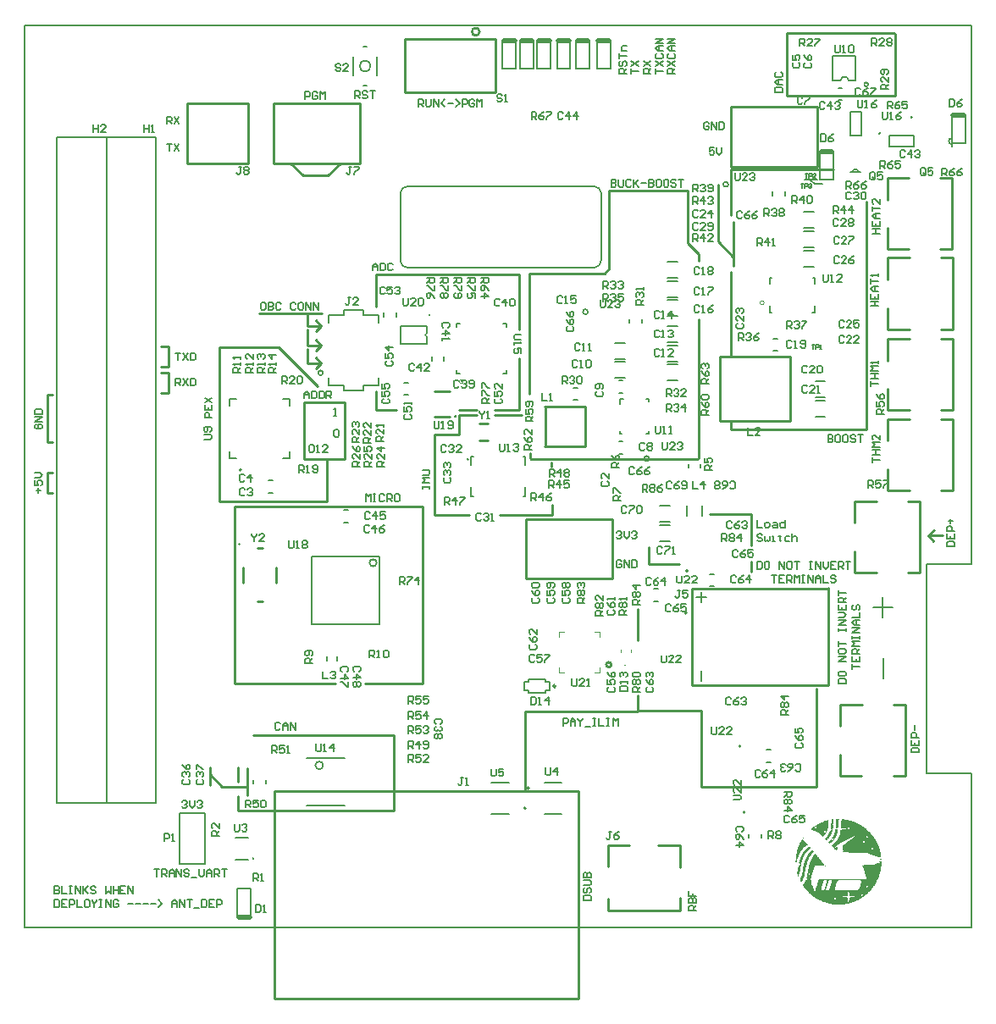
<source format=gto>
G04*
G04 #@! TF.GenerationSoftware,Altium Limited,Altium Designer,18.1.9 (240)*
G04*
G04 Layer_Color=65535*
%FSLAX44Y44*%
%MOMM*%
G71*
G01*
G75*
%ADD10C,0.2540*%
%ADD11C,0.2000*%
%ADD12C,0.0000*%
%ADD13C,0.1000*%
%ADD14C,0.1524*%
%ADD15C,0.2032*%
%ADD16C,0.1520*%
%ADD17C,0.1270*%
%ADD18C,0.1500*%
%ADD19C,0.5000*%
%ADD20C,0.1778*%
G36*
X814016Y108308D02*
X814264D01*
Y108060D01*
Y107812D01*
Y107564D01*
Y107316D01*
X814016D01*
Y107068D01*
Y106819D01*
Y106572D01*
Y106323D01*
Y106075D01*
X813768D01*
Y105827D01*
Y105579D01*
Y105331D01*
Y105083D01*
Y104835D01*
Y104587D01*
Y104339D01*
Y104091D01*
X813520D01*
Y103843D01*
Y103595D01*
Y103347D01*
Y103099D01*
Y102851D01*
Y102603D01*
Y102354D01*
Y102107D01*
Y101858D01*
Y101610D01*
Y101362D01*
Y101114D01*
Y100866D01*
Y100618D01*
Y100370D01*
Y100122D01*
Y99874D01*
X813272D01*
Y99626D01*
Y99378D01*
Y99130D01*
X812031D01*
Y98882D01*
X810791D01*
Y99130D01*
Y99378D01*
Y99626D01*
X811039D01*
Y99874D01*
Y100122D01*
Y100370D01*
Y100618D01*
Y100866D01*
Y101114D01*
Y101362D01*
Y101610D01*
Y101858D01*
Y102107D01*
Y102354D01*
Y102603D01*
Y102851D01*
Y103099D01*
Y103347D01*
Y103595D01*
Y103843D01*
X811287D01*
Y104091D01*
Y104339D01*
Y104587D01*
Y104835D01*
Y105083D01*
Y105331D01*
Y105579D01*
Y105827D01*
Y106075D01*
Y106323D01*
Y106572D01*
X811535D01*
Y106819D01*
Y107068D01*
Y107316D01*
Y107564D01*
Y107812D01*
Y108060D01*
X811783D01*
Y108308D01*
X812280D01*
Y108556D01*
X812528D01*
Y108308D01*
X812776D01*
Y108556D01*
X813024D01*
Y108308D01*
X813272D01*
Y108556D01*
X813520D01*
Y108308D01*
X813768D01*
Y108556D01*
X814016D01*
Y108308D01*
D02*
G37*
G36*
X819721Y108060D02*
X819969D01*
Y107812D01*
X820217D01*
Y108060D01*
X820465D01*
Y107812D01*
X821706D01*
Y107564D01*
X821954D01*
Y107812D01*
X822202D01*
Y107564D01*
X822450D01*
Y107316D01*
X822698D01*
Y107564D01*
X822946D01*
Y107316D01*
X824186D01*
Y107068D01*
X824434D01*
Y107316D01*
X824682D01*
Y107068D01*
X824930D01*
Y106819D01*
X825675D01*
Y106572D01*
X825923D01*
Y106819D01*
X826171D01*
Y106572D01*
X826419D01*
Y106323D01*
X826667D01*
Y106572D01*
X826915D01*
Y106323D01*
X827659D01*
Y106075D01*
X827907D01*
Y105827D01*
X828155D01*
Y106075D01*
X828403D01*
Y105827D01*
X829147D01*
Y105579D01*
X829395D01*
Y105331D01*
X830140D01*
Y105083D01*
X830388D01*
Y105331D01*
X830636D01*
Y105083D01*
X830884D01*
Y104835D01*
X831628D01*
Y104587D01*
X831876D01*
Y104339D01*
X832620D01*
Y104091D01*
X832868D01*
Y103843D01*
X833613D01*
Y103595D01*
X833860D01*
Y103347D01*
X834605D01*
Y103099D01*
X834853D01*
Y102851D01*
X835101D01*
Y102603D01*
X835349D01*
Y102354D01*
X836093D01*
Y102107D01*
X836341D01*
Y101858D01*
X837085D01*
Y101610D01*
X837333D01*
Y101362D01*
X837581D01*
Y101114D01*
X837829D01*
Y100866D01*
X838574D01*
Y100618D01*
X838822D01*
Y100370D01*
X839070D01*
Y100122D01*
X839318D01*
Y99874D01*
X839566D01*
Y99626D01*
X840062D01*
Y99378D01*
X840558D01*
Y99130D01*
X840806D01*
Y98882D01*
X841054D01*
Y98634D01*
X841302D01*
Y98386D01*
X841550D01*
Y98138D01*
X841798D01*
Y97889D01*
X842046D01*
Y97641D01*
X842294D01*
Y97393D01*
X842791D01*
Y97145D01*
Y96897D01*
X843287D01*
Y96649D01*
Y96401D01*
X843783D01*
Y96153D01*
Y95905D01*
X844279D01*
Y95657D01*
Y95409D01*
X844775D01*
Y95161D01*
Y94913D01*
X845271D01*
Y94665D01*
Y94417D01*
X845767D01*
Y94169D01*
Y93921D01*
X846015D01*
Y93673D01*
X846263D01*
Y93425D01*
X846511D01*
Y93176D01*
X846759D01*
Y92928D01*
X847008D01*
Y92680D01*
X847256D01*
Y92432D01*
X847504D01*
Y92184D01*
X847752D01*
Y91936D01*
X848000D01*
Y91688D01*
X847752D01*
Y91440D01*
X848000D01*
Y91192D01*
X848248D01*
Y90944D01*
X848496D01*
Y90696D01*
X848744D01*
Y90448D01*
X848992D01*
Y90200D01*
Y89952D01*
X849240D01*
Y89704D01*
Y89455D01*
X849488D01*
Y89207D01*
X849736D01*
Y88959D01*
X849984D01*
Y88711D01*
Y88463D01*
X850232D01*
Y88215D01*
Y87967D01*
X850480D01*
Y87719D01*
X850728D01*
Y87471D01*
X850976D01*
Y87223D01*
X850728D01*
Y86975D01*
X850976D01*
Y86727D01*
X851225D01*
Y86479D01*
X851473D01*
Y86231D01*
Y85983D01*
Y85735D01*
X851721D01*
Y85487D01*
X851969D01*
Y85239D01*
Y84991D01*
X852217D01*
Y84742D01*
Y84494D01*
X852465D01*
Y84246D01*
Y83998D01*
Y83750D01*
X852713D01*
Y83502D01*
X852961D01*
Y83254D01*
Y83006D01*
Y82758D01*
X853209D01*
Y82510D01*
X853457D01*
Y82262D01*
X853209D01*
Y82014D01*
X853457D01*
Y81766D01*
X853705D01*
Y81518D01*
Y81270D01*
Y81022D01*
X853953D01*
Y80773D01*
Y80526D01*
Y80277D01*
X854201D01*
Y80029D01*
Y79781D01*
Y79533D01*
X854449D01*
Y79285D01*
Y79037D01*
Y78789D01*
X854697D01*
Y78541D01*
X854945D01*
Y78293D01*
X854697D01*
Y78045D01*
X854945D01*
Y77797D01*
Y77549D01*
Y77301D01*
X855193D01*
Y77053D01*
Y76805D01*
Y76557D01*
X855442D01*
Y76308D01*
Y76061D01*
Y75812D01*
Y75564D01*
Y75316D01*
X855689D01*
Y75068D01*
Y74820D01*
Y74572D01*
X855938D01*
Y74324D01*
X855689D01*
Y74076D01*
X855938D01*
Y73828D01*
Y73580D01*
Y73332D01*
Y73084D01*
Y72836D01*
X856186D01*
Y72588D01*
Y72340D01*
Y72091D01*
X856434D01*
Y71844D01*
X856186D01*
Y71596D01*
X856434D01*
Y71347D01*
X856186D01*
Y71099D01*
X856434D01*
Y70851D01*
X856186D01*
Y70603D01*
X856434D01*
Y70355D01*
Y70107D01*
Y69859D01*
X855193D01*
Y70107D01*
X854449D01*
Y70355D01*
X853705D01*
Y70603D01*
X852961D01*
Y70851D01*
X852217D01*
Y71099D01*
X851473D01*
Y71347D01*
X850480D01*
Y71596D01*
X849736D01*
Y71844D01*
X848992D01*
Y72091D01*
X848248D01*
Y72340D01*
X847504D01*
Y72588D01*
X846759D01*
Y72836D01*
X846015D01*
Y73084D01*
X845271D01*
Y73332D01*
X844527D01*
Y73580D01*
X844031D01*
Y73828D01*
X843287D01*
Y74076D01*
X842542D01*
Y74324D01*
X841302D01*
Y74572D01*
X833364D01*
Y74820D01*
X824186D01*
Y75068D01*
X817737D01*
Y75316D01*
X817985D01*
Y75564D01*
X818233D01*
Y75812D01*
Y76061D01*
X818481D01*
Y76308D01*
Y76557D01*
Y76805D01*
Y77053D01*
Y77301D01*
X818233D01*
Y77549D01*
Y77797D01*
Y78045D01*
Y78293D01*
Y78541D01*
Y78789D01*
Y79037D01*
X817985D01*
Y79285D01*
Y79533D01*
Y79781D01*
Y80029D01*
Y80277D01*
X817737D01*
Y80526D01*
Y80773D01*
Y81022D01*
Y81270D01*
X817985D01*
Y81518D01*
Y81766D01*
X818233D01*
Y82014D01*
X818729D01*
Y82262D01*
X818977D01*
Y82510D01*
X819225D01*
Y82758D01*
X819473D01*
Y83006D01*
X819969D01*
Y83254D01*
X820217D01*
Y83502D01*
X820465D01*
Y83750D01*
X820962D01*
Y83998D01*
X821210D01*
Y84246D01*
X821458D01*
Y84494D01*
X821954D01*
Y84742D01*
X822202D01*
Y84991D01*
X822450D01*
Y85239D01*
X822946D01*
Y85487D01*
X823194D01*
Y85735D01*
X823442D01*
Y85983D01*
X823938D01*
Y86231D01*
X824186D01*
Y86479D01*
X824434D01*
Y86727D01*
X824930D01*
Y86975D01*
X825179D01*
Y87223D01*
X825426D01*
Y87471D01*
X825923D01*
Y87719D01*
X826171D01*
Y87967D01*
X826419D01*
Y88215D01*
X826915D01*
Y88463D01*
X827163D01*
Y88711D01*
X827411D01*
Y88959D01*
X827907D01*
Y89207D01*
X828155D01*
Y89455D01*
X828403D01*
Y89704D01*
X828899D01*
Y89952D01*
X829147D01*
Y90200D01*
X829395D01*
Y90448D01*
X829643D01*
Y90696D01*
X829892D01*
Y90944D01*
Y91192D01*
X830140D01*
Y91440D01*
X830388D01*
Y91688D01*
X829643D01*
Y91440D01*
X829147D01*
Y91192D01*
X828651D01*
Y90944D01*
X828155D01*
Y90696D01*
X827907D01*
Y90448D01*
X827411D01*
Y90200D01*
X826915D01*
Y89952D01*
X826419D01*
Y89704D01*
X825923D01*
Y89455D01*
X825426D01*
Y89207D01*
X824930D01*
Y88959D01*
X824434D01*
Y88711D01*
X824186D01*
Y88463D01*
X823690D01*
Y88215D01*
X823194D01*
Y87967D01*
X822698D01*
Y87719D01*
X822202D01*
Y87471D01*
X821706D01*
Y87223D01*
X821210D01*
Y86975D01*
X820714D01*
Y86727D01*
X820465D01*
Y86479D01*
X819969D01*
Y86231D01*
X819473D01*
Y85983D01*
X818977D01*
Y85735D01*
X818481D01*
Y85487D01*
X817985D01*
Y85239D01*
X817489D01*
Y84991D01*
X816993D01*
Y84742D01*
X816745D01*
Y84494D01*
X816248D01*
Y84246D01*
X815752D01*
Y83998D01*
X815256D01*
Y83750D01*
X814760D01*
Y83502D01*
X814264D01*
Y83254D01*
X813768D01*
Y83006D01*
X813520D01*
Y82758D01*
X813272D01*
Y82510D01*
X813024D01*
Y82262D01*
X812776D01*
Y82014D01*
X812528D01*
Y81766D01*
X812280D01*
Y81518D01*
X812031D01*
Y81270D01*
X811535D01*
Y81022D01*
X811287D01*
Y80773D01*
X811039D01*
Y80526D01*
X810791D01*
Y80277D01*
X810295D01*
Y80029D01*
Y79781D01*
X810791D01*
Y80029D01*
X811287D01*
Y80277D01*
X811535D01*
Y80526D01*
X812031D01*
Y80773D01*
X812528D01*
Y81022D01*
X812776D01*
Y81270D01*
X813272D01*
Y81022D01*
Y80773D01*
Y80526D01*
Y80277D01*
Y80029D01*
Y79781D01*
Y79533D01*
Y79285D01*
Y79037D01*
Y78789D01*
Y78541D01*
X813024D01*
Y78293D01*
Y78045D01*
Y77797D01*
X812528D01*
Y77549D01*
X812031D01*
Y77301D01*
X811287D01*
Y77549D01*
X810543D01*
Y77797D01*
X810295D01*
Y78045D01*
X810047D01*
Y78293D01*
X809799D01*
Y78541D01*
X809551D01*
Y78789D01*
X809303D01*
Y79037D01*
Y79285D01*
X809055D01*
Y79533D01*
X808807D01*
Y79781D01*
X808559D01*
Y80029D01*
X808311D01*
Y80277D01*
X808063D01*
Y80526D01*
X807814D01*
Y80773D01*
X807567D01*
Y81022D01*
X807318D01*
Y81270D01*
X807070D01*
Y81518D01*
X806822D01*
Y81766D01*
X807070D01*
Y82014D01*
X807318D01*
Y82262D01*
X807567D01*
Y82510D01*
X808063D01*
Y82758D01*
X808311D01*
Y83006D01*
X808559D01*
Y83254D01*
X808807D01*
Y83502D01*
X809055D01*
Y83750D01*
X809303D01*
Y83998D01*
X809551D01*
Y84246D01*
X809799D01*
Y84494D01*
X810047D01*
Y84742D01*
X810295D01*
Y84991D01*
X810543D01*
Y85239D01*
X810791D01*
Y85487D01*
X811039D01*
Y85735D01*
X811287D01*
Y85983D01*
X811535D01*
Y86231D01*
Y86479D01*
X811783D01*
Y86727D01*
X812031D01*
Y86975D01*
X812280D01*
Y87223D01*
Y87471D01*
X812528D01*
Y87719D01*
X812776D01*
Y87967D01*
Y88215D01*
X813024D01*
Y88463D01*
Y88711D01*
X813272D01*
Y88959D01*
Y89207D01*
X813520D01*
Y89455D01*
Y89704D01*
X813768D01*
Y89952D01*
X814016D01*
Y90200D01*
Y90448D01*
Y90696D01*
X814264D01*
Y90944D01*
Y91192D01*
X814512D01*
Y91440D01*
Y91688D01*
Y91936D01*
X814760D01*
Y92184D01*
Y92432D01*
Y92680D01*
X815008D01*
Y92432D01*
X815256D01*
Y92680D01*
Y92928D01*
Y93176D01*
Y93425D01*
Y93673D01*
Y93921D01*
Y94169D01*
X815504D01*
Y94417D01*
Y94665D01*
Y94913D01*
Y95161D01*
Y95409D01*
Y95657D01*
X815752D01*
Y95905D01*
Y96153D01*
Y96401D01*
Y96649D01*
Y96897D01*
Y97145D01*
Y97393D01*
Y97641D01*
X817489D01*
Y97889D01*
X819225D01*
Y98138D01*
X820962D01*
Y98386D01*
Y98634D01*
X819721D01*
Y98882D01*
X817985D01*
Y99130D01*
X816248D01*
Y99378D01*
X816000D01*
Y99626D01*
Y99874D01*
Y100122D01*
Y100370D01*
Y100618D01*
Y100866D01*
Y101114D01*
Y101362D01*
Y101610D01*
Y101858D01*
X816248D01*
Y102107D01*
Y102354D01*
Y102603D01*
Y102851D01*
Y103099D01*
Y103347D01*
Y103595D01*
Y103843D01*
Y104091D01*
Y104339D01*
Y104587D01*
X816497D01*
Y104835D01*
Y105083D01*
Y105331D01*
Y105579D01*
Y105827D01*
Y106075D01*
Y106323D01*
X816745D01*
Y106572D01*
Y106819D01*
Y107068D01*
Y107316D01*
X816993D01*
Y107564D01*
Y107812D01*
Y108060D01*
Y108308D01*
X818233D01*
Y108060D01*
X818481D01*
Y108308D01*
X818729D01*
Y108060D01*
X818977D01*
Y108308D01*
X819225D01*
Y108060D01*
X819473D01*
Y108308D01*
X819721D01*
Y108060D01*
D02*
G37*
G36*
X808807D02*
Y107812D01*
Y107564D01*
Y107316D01*
Y107068D01*
Y106819D01*
Y106572D01*
Y106323D01*
X808559D01*
Y106075D01*
Y105827D01*
Y105579D01*
Y105331D01*
Y105083D01*
Y104835D01*
Y104587D01*
Y104339D01*
Y104091D01*
Y103843D01*
Y103595D01*
X808063D01*
Y103347D01*
X807814D01*
Y103099D01*
Y102851D01*
Y102603D01*
Y102354D01*
X808063D01*
Y102107D01*
X808559D01*
Y101858D01*
X808311D01*
Y101610D01*
Y101362D01*
Y101114D01*
Y100866D01*
Y100618D01*
Y100370D01*
Y100122D01*
Y99874D01*
Y99626D01*
Y99378D01*
X808063D01*
Y99130D01*
Y98882D01*
Y98634D01*
Y98386D01*
Y98138D01*
Y97889D01*
Y97641D01*
X807814D01*
Y97393D01*
Y97145D01*
Y96897D01*
Y96649D01*
X807567D01*
Y96401D01*
Y96153D01*
Y95905D01*
Y95657D01*
X807318D01*
Y95409D01*
Y95161D01*
Y94913D01*
X807070D01*
Y94665D01*
Y94417D01*
X806822D01*
Y94169D01*
Y93921D01*
Y93673D01*
X806574D01*
Y93425D01*
Y93176D01*
X806326D01*
Y92928D01*
Y92680D01*
X806078D01*
Y92432D01*
Y92184D01*
X805830D01*
Y91936D01*
Y91688D01*
X805582D01*
Y91440D01*
X805334D01*
Y91192D01*
Y90944D01*
X805086D01*
Y90696D01*
X804838D01*
Y90448D01*
Y90200D01*
X804590D01*
Y89952D01*
X804342D01*
Y89704D01*
X804094D01*
Y89455D01*
Y89207D01*
X803846D01*
Y88959D01*
X803598D01*
Y88711D01*
X803350D01*
Y88463D01*
X803101D01*
Y88215D01*
X802853D01*
Y87967D01*
X802605D01*
Y87719D01*
X802357D01*
Y87471D01*
X802109D01*
Y87223D01*
X801613D01*
Y86975D01*
X801365D01*
Y87223D01*
X801117D01*
Y87471D01*
X800869D01*
Y87719D01*
X800621D01*
Y87967D01*
X800373D01*
Y88215D01*
X800125D01*
Y88463D01*
Y88711D01*
X800373D01*
Y88959D01*
X800621D01*
Y89207D01*
X800869D01*
Y89455D01*
X801117D01*
Y89704D01*
X801365D01*
Y89952D01*
X801613D01*
Y90200D01*
X801861D01*
Y90448D01*
Y90696D01*
X802109D01*
Y90944D01*
X802357D01*
Y91192D01*
X802605D01*
Y91440D01*
Y91688D01*
X802853D01*
Y91936D01*
X803101D01*
Y92184D01*
Y92432D01*
X803350D01*
Y92680D01*
X803598D01*
Y92928D01*
Y93176D01*
X803846D01*
Y93425D01*
Y93673D01*
X804094D01*
Y93921D01*
Y94169D01*
X804342D01*
Y94417D01*
Y94665D01*
X804590D01*
Y94913D01*
Y95161D01*
Y95409D01*
X804838D01*
Y95657D01*
Y95905D01*
X805086D01*
Y96153D01*
Y96401D01*
Y96649D01*
X805334D01*
Y96897D01*
Y97145D01*
X805582D01*
Y96897D01*
X806326D01*
Y97145D01*
X806822D01*
Y97393D01*
Y97641D01*
Y97889D01*
Y98138D01*
Y98386D01*
X806326D01*
Y98634D01*
X805830D01*
Y98882D01*
Y99130D01*
Y99378D01*
Y99626D01*
X806078D01*
Y99874D01*
Y100122D01*
Y100370D01*
Y100618D01*
Y100866D01*
Y101114D01*
X806326D01*
Y101362D01*
Y101610D01*
Y101858D01*
Y102107D01*
Y102354D01*
Y102603D01*
Y102851D01*
Y103099D01*
Y103347D01*
Y103595D01*
Y103843D01*
X806574D01*
Y104091D01*
Y104339D01*
Y104587D01*
Y104835D01*
Y105083D01*
Y105331D01*
Y105579D01*
Y105827D01*
Y106075D01*
Y106323D01*
Y106572D01*
Y106819D01*
Y107068D01*
Y107316D01*
Y107564D01*
X806822D01*
Y107812D01*
Y108060D01*
X807070D01*
Y107812D01*
X807318D01*
Y108060D01*
X808559D01*
Y108308D01*
X808807D01*
Y108060D01*
D02*
G37*
G36*
X803846Y107068D02*
Y106819D01*
Y106572D01*
Y106323D01*
Y106075D01*
Y105827D01*
Y105579D01*
Y105331D01*
Y105083D01*
Y104835D01*
Y104587D01*
Y104339D01*
Y104091D01*
Y103843D01*
Y103595D01*
Y103347D01*
Y103099D01*
Y102851D01*
X803598D01*
Y102603D01*
Y102354D01*
Y102107D01*
Y101858D01*
Y101610D01*
Y101362D01*
Y101114D01*
Y100866D01*
X803350D01*
Y100618D01*
Y100370D01*
Y100122D01*
Y99874D01*
Y99626D01*
Y99378D01*
X803101D01*
Y99130D01*
Y98882D01*
Y98634D01*
Y98386D01*
X802853D01*
Y98138D01*
Y97889D01*
Y97641D01*
X802605D01*
Y97393D01*
Y97145D01*
Y96897D01*
X802357D01*
Y96649D01*
Y96401D01*
X802109D01*
Y96153D01*
Y95905D01*
Y95657D01*
X801861D01*
Y95409D01*
Y95161D01*
X801613D01*
Y94913D01*
Y94665D01*
X801365D01*
Y94417D01*
Y94169D01*
X801117D01*
Y93921D01*
Y93673D01*
X800869D01*
Y93425D01*
X800621D01*
Y93176D01*
Y92928D01*
X800373D01*
Y92680D01*
X800125D01*
Y92432D01*
X799877D01*
Y92184D01*
Y91936D01*
X799629D01*
Y91688D01*
X799381D01*
Y91440D01*
X799133D01*
Y91192D01*
X798885D01*
Y90944D01*
X798636D01*
Y90696D01*
X798388D01*
Y90448D01*
X797892D01*
Y90696D01*
X797644D01*
Y90944D01*
X797396D01*
Y91192D01*
X797148D01*
Y91440D01*
X796900D01*
Y91688D01*
X796652D01*
Y91936D01*
X796404D01*
Y92184D01*
X796156D01*
Y92432D01*
X795908D01*
Y92680D01*
X795660D01*
Y92928D01*
X795412D01*
Y93176D01*
X795164D01*
Y93425D01*
X794916D01*
Y93673D01*
X794668D01*
Y93921D01*
X794419D01*
Y94169D01*
X793923D01*
Y94417D01*
X793675D01*
Y94665D01*
X793179D01*
Y94913D01*
X792683D01*
Y95161D01*
X792187D01*
Y95409D01*
X791443D01*
Y95657D01*
X790947D01*
Y95905D01*
X790451D01*
Y96153D01*
X789954D01*
Y96401D01*
X789458D01*
Y96649D01*
X788714D01*
Y96897D01*
X788218D01*
Y97145D01*
X787722D01*
Y97393D01*
X786978D01*
Y97641D01*
X786482D01*
Y97889D01*
X785985D01*
Y98138D01*
X786234D01*
Y98386D01*
X786482D01*
Y98634D01*
X786730D01*
Y98882D01*
X786978D01*
Y99130D01*
X787226D01*
Y99378D01*
X787474D01*
Y99626D01*
X787722D01*
Y99874D01*
X788466D01*
Y100122D01*
X788714D01*
Y100370D01*
X788962D01*
Y100618D01*
X789210D01*
Y100866D01*
X789706D01*
Y101114D01*
X789954D01*
Y101362D01*
X790451D01*
Y101610D01*
X790699D01*
Y101858D01*
X791443D01*
Y102107D01*
X791691D01*
Y102354D01*
X791939D01*
Y102603D01*
X792187D01*
Y102851D01*
X792931D01*
Y103099D01*
X793179D01*
Y103347D01*
X793923D01*
Y103595D01*
X794171D01*
Y103843D01*
X794916D01*
Y104091D01*
X795164D01*
Y104339D01*
X795908D01*
Y104587D01*
X796156D01*
Y104835D01*
X796900D01*
Y105083D01*
X797148D01*
Y105331D01*
X797396D01*
Y105083D01*
X797644D01*
Y105331D01*
X798388D01*
Y105579D01*
X798636D01*
Y105827D01*
X799381D01*
Y106075D01*
X799629D01*
Y106323D01*
X799877D01*
Y106075D01*
X800125D01*
Y106323D01*
X800869D01*
Y106572D01*
X801613D01*
Y106819D01*
X802853D01*
Y107068D01*
X803101D01*
Y107316D01*
X803350D01*
Y107068D01*
X803598D01*
Y107316D01*
X803846D01*
Y107068D01*
D02*
G37*
G36*
X778544Y89704D02*
X778792D01*
Y89455D01*
Y89207D01*
X779040D01*
Y88959D01*
X779288D01*
Y88711D01*
Y88463D01*
X779040D01*
Y88711D01*
X778296D01*
Y88959D01*
X778048D01*
Y89207D01*
X778296D01*
Y89455D01*
Y89704D01*
Y89952D01*
X778544D01*
Y89704D01*
D02*
G37*
G36*
X812528Y97641D02*
X813272D01*
Y97393D01*
Y97145D01*
X813024D01*
Y96897D01*
Y96649D01*
Y96401D01*
Y96153D01*
Y95905D01*
Y95657D01*
X812776D01*
Y95409D01*
Y95161D01*
Y94913D01*
Y94665D01*
Y94417D01*
X812528D01*
Y94169D01*
Y93921D01*
Y93673D01*
X812280D01*
Y93425D01*
Y93176D01*
Y92928D01*
X812031D01*
Y92680D01*
Y92432D01*
Y92184D01*
X811783D01*
Y91936D01*
Y91688D01*
X811535D01*
Y91440D01*
Y91192D01*
Y90944D01*
X811287D01*
Y90696D01*
Y90448D01*
X811039D01*
Y90200D01*
Y89952D01*
X810791D01*
Y89704D01*
X810543D01*
Y89455D01*
Y89207D01*
X810295D01*
Y88959D01*
Y88711D01*
X810047D01*
Y88463D01*
X809799D01*
Y88215D01*
X809551D01*
Y87967D01*
Y87719D01*
X809303D01*
Y87471D01*
X809055D01*
Y87223D01*
X808807D01*
Y86975D01*
X808559D01*
Y86727D01*
X808311D01*
Y86479D01*
X808063D01*
Y86231D01*
Y85983D01*
X807567D01*
Y85735D01*
X807318D01*
Y85487D01*
X807070D01*
Y85239D01*
X806822D01*
Y84991D01*
X806574D01*
Y84742D01*
X806326D01*
Y84494D01*
X805830D01*
Y84246D01*
X805582D01*
Y83998D01*
X805086D01*
Y83750D01*
X804590D01*
Y83998D01*
X804342D01*
Y84246D01*
X804094D01*
Y84494D01*
X803846D01*
Y84742D01*
X803598D01*
Y84991D01*
X803350D01*
Y85239D01*
X803598D01*
Y85487D01*
X804094D01*
Y85735D01*
X804342D01*
Y85983D01*
X804590D01*
Y86231D01*
X804838D01*
Y86479D01*
X805086D01*
Y86727D01*
X805334D01*
Y86975D01*
X805582D01*
Y87223D01*
X805830D01*
Y87471D01*
Y87719D01*
X806078D01*
Y87967D01*
X806326D01*
Y88215D01*
X806574D01*
Y88463D01*
X806822D01*
Y88711D01*
Y88959D01*
X807070D01*
Y89207D01*
X807318D01*
Y89455D01*
X807567D01*
Y89704D01*
Y89952D01*
X807814D01*
Y90200D01*
Y90448D01*
X808063D01*
Y90696D01*
X808311D01*
Y90944D01*
Y91192D01*
X808559D01*
Y91440D01*
Y91688D01*
X808807D01*
Y91936D01*
Y92184D01*
X809055D01*
Y92432D01*
Y92680D01*
X809303D01*
Y92928D01*
Y93176D01*
Y93425D01*
X809551D01*
Y93673D01*
Y93921D01*
Y94169D01*
X809799D01*
Y94417D01*
Y94665D01*
Y94913D01*
X810047D01*
Y95161D01*
Y95409D01*
Y95657D01*
X810295D01*
Y95905D01*
Y96153D01*
Y96401D01*
Y96649D01*
X810543D01*
Y96897D01*
Y97145D01*
Y97393D01*
Y97641D01*
Y97889D01*
X812528D01*
Y97641D01*
D02*
G37*
G36*
X856682Y68371D02*
Y68123D01*
Y67875D01*
Y67627D01*
Y67378D01*
X856186D01*
Y67627D01*
X855442D01*
Y67875D01*
X854449D01*
Y68123D01*
X855193D01*
Y68371D01*
X856434D01*
Y68619D01*
X856682D01*
Y68371D01*
D02*
G37*
G36*
X777800Y87719D02*
X778048D01*
Y87471D01*
X778296D01*
Y87223D01*
X778544D01*
Y86975D01*
X778792D01*
Y86727D01*
X779040D01*
Y86479D01*
X779288D01*
Y86231D01*
X779536D01*
Y85983D01*
X779784D01*
Y85735D01*
X780032D01*
Y85487D01*
X780280D01*
Y85239D01*
X780528D01*
Y84991D01*
X780776D01*
Y84742D01*
X781024D01*
Y84494D01*
X781272D01*
Y84246D01*
X781520D01*
Y83998D01*
X781768D01*
Y83750D01*
X782017D01*
Y83502D01*
X782265D01*
Y83254D01*
X782513D01*
Y83006D01*
X782761D01*
Y82758D01*
X783009D01*
Y82510D01*
X782513D01*
Y82262D01*
X782265D01*
Y82014D01*
X781768D01*
Y81766D01*
X781520D01*
Y81518D01*
X781024D01*
Y81270D01*
X780776D01*
Y81022D01*
X780528D01*
Y80773D01*
X780280D01*
Y80526D01*
X779784D01*
Y80277D01*
X779536D01*
Y80029D01*
X779288D01*
Y79781D01*
X779040D01*
Y79533D01*
X778792D01*
Y79285D01*
X778544D01*
Y79037D01*
X778296D01*
Y78789D01*
X778048D01*
Y78541D01*
X777800D01*
Y78293D01*
Y78045D01*
X777552D01*
Y77797D01*
X777303D01*
Y77549D01*
X777056D01*
Y77301D01*
Y77053D01*
X776807D01*
Y76805D01*
X776559D01*
Y76557D01*
X776311D01*
Y76308D01*
Y76061D01*
X776063D01*
Y75812D01*
X775815D01*
Y75564D01*
Y75316D01*
X775567D01*
Y75068D01*
Y74820D01*
X775319D01*
Y74572D01*
Y74324D01*
X775071D01*
Y74076D01*
X774823D01*
Y73828D01*
Y73580D01*
X774575D01*
Y73332D01*
Y73084D01*
X774327D01*
Y72836D01*
Y72588D01*
X774079D01*
Y72340D01*
Y72091D01*
Y71844D01*
X773831D01*
Y71596D01*
Y71347D01*
X773583D01*
Y71099D01*
Y70851D01*
Y70603D01*
X773335D01*
Y70355D01*
Y70107D01*
X773087D01*
Y69859D01*
Y69611D01*
Y69363D01*
X772839D01*
Y69115D01*
Y68867D01*
Y68619D01*
X772590D01*
Y68371D01*
Y68123D01*
Y67875D01*
X772342D01*
Y67627D01*
Y67378D01*
Y67130D01*
Y66882D01*
X772094D01*
Y66634D01*
Y66386D01*
Y66138D01*
Y65890D01*
X771846D01*
Y65642D01*
Y65394D01*
Y65146D01*
Y64898D01*
X771598D01*
Y64650D01*
Y64402D01*
Y64154D01*
Y63906D01*
X771350D01*
Y63658D01*
Y63410D01*
Y63162D01*
Y62913D01*
Y62665D01*
X771102D01*
Y62913D01*
Y63162D01*
Y63410D01*
X770854D01*
Y63658D01*
X771102D01*
Y63906D01*
X770854D01*
Y64154D01*
X771102D01*
Y64402D01*
X770854D01*
Y64650D01*
X771102D01*
Y64898D01*
X770854D01*
Y65146D01*
X771102D01*
Y65394D01*
X770854D01*
Y65642D01*
X771102D01*
Y65890D01*
X770854D01*
Y66138D01*
X771102D01*
Y66386D01*
X770854D01*
Y66634D01*
X771102D01*
Y66882D01*
X770854D01*
Y67130D01*
X771102D01*
Y67378D01*
X770854D01*
Y67627D01*
X771102D01*
Y67875D01*
Y68123D01*
Y68371D01*
X770854D01*
Y68619D01*
X771102D01*
Y68867D01*
Y69115D01*
Y69363D01*
Y69611D01*
Y69859D01*
X771350D01*
Y70107D01*
X771102D01*
Y70355D01*
X771350D01*
Y70603D01*
Y70851D01*
Y71099D01*
X771598D01*
Y71347D01*
X771350D01*
Y71596D01*
X771598D01*
Y71844D01*
X771350D01*
Y72091D01*
X771598D01*
Y72340D01*
X771350D01*
Y72588D01*
X771598D01*
Y72836D01*
Y73084D01*
Y73332D01*
X771846D01*
Y73580D01*
Y73828D01*
Y74076D01*
Y74324D01*
Y74572D01*
X772094D01*
Y74820D01*
X771846D01*
Y75068D01*
X772094D01*
Y75316D01*
Y75564D01*
Y75812D01*
X772342D01*
Y76061D01*
Y76308D01*
Y76557D01*
X772590D01*
Y76805D01*
X772342D01*
Y77053D01*
X772590D01*
Y77301D01*
Y77549D01*
Y77797D01*
X772839D01*
Y78045D01*
Y78293D01*
Y78541D01*
X773087D01*
Y78789D01*
Y79037D01*
Y79285D01*
X773335D01*
Y79533D01*
Y79781D01*
Y80029D01*
X773583D01*
Y80277D01*
Y80526D01*
Y80773D01*
X773831D01*
Y81022D01*
X774079D01*
Y81270D01*
X773831D01*
Y81518D01*
X774079D01*
Y81766D01*
X774327D01*
Y82014D01*
Y82262D01*
Y82510D01*
X774575D01*
Y82758D01*
Y83006D01*
X774823D01*
Y83254D01*
Y83502D01*
X775071D01*
Y83750D01*
Y83998D01*
Y84246D01*
X775319D01*
Y84494D01*
X775567D01*
Y84742D01*
Y84991D01*
Y85239D01*
X775815D01*
Y85487D01*
X776063D01*
Y85735D01*
Y85983D01*
Y86231D01*
X776311D01*
Y86479D01*
X776559D01*
Y86727D01*
Y86975D01*
X776807D01*
Y87223D01*
Y87471D01*
X777056D01*
Y87719D01*
X777303D01*
Y87967D01*
X777800D01*
Y87719D01*
D02*
G37*
G36*
X785241Y80277D02*
X785489D01*
Y80029D01*
X785738D01*
Y79781D01*
X785985D01*
Y79533D01*
Y79285D01*
X785738D01*
Y79037D01*
X785241D01*
Y78789D01*
X784993D01*
Y78541D01*
X784745D01*
Y78293D01*
X784497D01*
Y78045D01*
X784249D01*
Y77797D01*
X784001D01*
Y77549D01*
X783753D01*
Y77301D01*
X783505D01*
Y77053D01*
X783257D01*
Y76805D01*
X783009D01*
Y76557D01*
X782761D01*
Y76308D01*
X782513D01*
Y76061D01*
X782265D01*
Y75812D01*
X782017D01*
Y75564D01*
Y75316D01*
X781768D01*
Y75068D01*
X781520D01*
Y74820D01*
X781272D01*
Y74572D01*
Y74324D01*
X781024D01*
Y74076D01*
X780776D01*
Y73828D01*
Y73580D01*
X780528D01*
Y73332D01*
X780280D01*
Y73084D01*
Y72836D01*
X780032D01*
Y72588D01*
Y72340D01*
X779784D01*
Y72091D01*
X779536D01*
Y71844D01*
Y71596D01*
X779288D01*
Y71347D01*
Y71099D01*
X779040D01*
Y70851D01*
Y70603D01*
Y70355D01*
X778792D01*
Y70107D01*
Y69859D01*
X778544D01*
Y69611D01*
Y69363D01*
X778296D01*
Y69115D01*
Y68867D01*
Y68619D01*
X778048D01*
Y68371D01*
Y68123D01*
X777800D01*
Y67875D01*
Y67627D01*
Y67378D01*
X777552D01*
Y67130D01*
Y66882D01*
Y66634D01*
X777303D01*
Y66386D01*
Y66138D01*
Y65890D01*
X777056D01*
Y65642D01*
Y65394D01*
Y65146D01*
Y64898D01*
X776807D01*
Y64650D01*
Y64402D01*
Y64154D01*
X776559D01*
Y63906D01*
Y63658D01*
Y63410D01*
Y63162D01*
X776311D01*
Y62913D01*
Y62665D01*
Y62417D01*
Y62169D01*
Y61921D01*
X776063D01*
Y61673D01*
Y61425D01*
Y61177D01*
Y60929D01*
Y60681D01*
X775815D01*
Y60433D01*
Y60185D01*
Y59937D01*
Y59689D01*
Y59441D01*
X775567D01*
Y59193D01*
Y58945D01*
Y58696D01*
Y58448D01*
Y58200D01*
Y57952D01*
X775319D01*
Y57704D01*
Y57456D01*
Y57208D01*
Y56960D01*
Y56712D01*
Y56464D01*
Y56216D01*
X775071D01*
Y55968D01*
Y55720D01*
Y55472D01*
Y55224D01*
Y54976D01*
X774823D01*
Y54728D01*
Y54479D01*
Y54231D01*
Y53983D01*
X774575D01*
Y53735D01*
Y53487D01*
Y53239D01*
Y52991D01*
X774327D01*
Y52743D01*
Y52495D01*
Y52247D01*
X774079D01*
Y51999D01*
Y51751D01*
Y51503D01*
X773831D01*
Y51255D01*
Y51007D01*
X773335D01*
Y51255D01*
X773583D01*
Y51503D01*
X773335D01*
Y51751D01*
Y51999D01*
Y52247D01*
X773087D01*
Y52495D01*
X772839D01*
Y52743D01*
X773087D01*
Y52991D01*
X772839D01*
Y53239D01*
Y53487D01*
Y53735D01*
X772590D01*
Y53983D01*
X772342D01*
Y54231D01*
X772590D01*
Y54479D01*
X772342D01*
Y54728D01*
Y54976D01*
X772590D01*
Y55224D01*
Y55472D01*
Y55720D01*
X772839D01*
Y55968D01*
Y56216D01*
Y56464D01*
Y56712D01*
X773087D01*
Y56960D01*
Y57208D01*
Y57456D01*
Y57704D01*
Y57952D01*
Y58200D01*
X773335D01*
Y58448D01*
Y58696D01*
Y58945D01*
Y59193D01*
Y59441D01*
Y59689D01*
X773583D01*
Y59937D01*
Y60185D01*
Y60433D01*
Y60681D01*
Y60929D01*
Y61177D01*
Y61425D01*
X773831D01*
Y61673D01*
Y61921D01*
Y62169D01*
Y62417D01*
X774079D01*
Y62169D01*
X774823D01*
Y62417D01*
X775071D01*
Y62665D01*
X775319D01*
Y62913D01*
Y63162D01*
Y63410D01*
X775071D01*
Y63658D01*
X774823D01*
Y63906D01*
X774327D01*
Y64154D01*
Y64402D01*
Y64650D01*
Y64898D01*
X774575D01*
Y65146D01*
Y65394D01*
Y65642D01*
Y65890D01*
X774823D01*
Y66138D01*
Y66386D01*
Y66634D01*
X775071D01*
Y66882D01*
Y67130D01*
Y67378D01*
Y67627D01*
X775319D01*
Y67875D01*
Y68123D01*
Y68371D01*
X775567D01*
Y68619D01*
Y68867D01*
Y69115D01*
X775815D01*
Y69363D01*
Y69611D01*
Y69859D01*
X776063D01*
Y70107D01*
Y70355D01*
X776311D01*
Y70603D01*
Y70851D01*
X776559D01*
Y71099D01*
Y71347D01*
Y71596D01*
X776807D01*
Y71844D01*
Y72091D01*
X777056D01*
Y72340D01*
Y72588D01*
X777303D01*
Y72836D01*
Y73084D01*
X777552D01*
Y73332D01*
Y73580D01*
X777800D01*
Y73828D01*
X778048D01*
Y74076D01*
Y74324D01*
X778296D01*
Y74572D01*
X778544D01*
Y74820D01*
Y75068D01*
X778792D01*
Y75316D01*
X779040D01*
Y75564D01*
Y75812D01*
X779288D01*
Y76061D01*
X779536D01*
Y76308D01*
X779784D01*
Y76557D01*
Y76805D01*
X780032D01*
Y77053D01*
X780280D01*
Y77301D01*
X780528D01*
Y77549D01*
X780776D01*
Y77797D01*
X781024D01*
Y78045D01*
X781272D01*
Y78293D01*
X781520D01*
Y78541D01*
X782017D01*
Y78789D01*
X782265D01*
Y79037D01*
X782513D01*
Y79285D01*
X782761D01*
Y79533D01*
X783257D01*
Y79781D01*
X783505D01*
Y80029D01*
X784001D01*
Y80277D01*
X784497D01*
Y80526D01*
X785241D01*
Y80277D01*
D02*
G37*
G36*
X790947Y73332D02*
Y73084D01*
X791195D01*
Y72836D01*
X791443D01*
Y72588D01*
X791691D01*
Y72340D01*
X791939D01*
Y72091D01*
Y71844D01*
X792187D01*
Y71596D01*
X792435D01*
Y71347D01*
X792683D01*
Y71099D01*
X792931D01*
Y70851D01*
Y70603D01*
X793179D01*
Y70355D01*
X793427D01*
Y70107D01*
X793675D01*
Y69859D01*
X793923D01*
Y69611D01*
Y69363D01*
X794171D01*
Y69115D01*
X794419D01*
Y68867D01*
X794668D01*
Y68619D01*
X794916D01*
Y68371D01*
Y68123D01*
X795164D01*
Y67875D01*
X795412D01*
Y67627D01*
X795660D01*
Y67378D01*
Y67130D01*
X795908D01*
Y66882D01*
X796156D01*
Y66634D01*
X796404D01*
Y66386D01*
X796652D01*
Y66138D01*
Y65890D01*
X796900D01*
Y65642D01*
X797148D01*
Y65394D01*
X797396D01*
Y65146D01*
X797644D01*
Y64898D01*
Y64650D01*
X797892D01*
Y64402D01*
X798140D01*
Y64154D01*
X798388D01*
Y63906D01*
X798636D01*
Y63658D01*
Y63410D01*
X798885D01*
Y63162D01*
X799133D01*
Y62913D01*
X799381D01*
Y62665D01*
X799629D01*
Y62417D01*
Y62169D01*
X799877D01*
Y61921D01*
X800125D01*
Y61673D01*
X800373D01*
Y61425D01*
X800621D01*
Y61177D01*
X800373D01*
Y61425D01*
X789954D01*
Y61177D01*
X789706D01*
Y60929D01*
Y60681D01*
Y60433D01*
X789458D01*
Y60185D01*
Y59937D01*
Y59689D01*
Y59441D01*
X789210D01*
Y59193D01*
Y58945D01*
Y58696D01*
X788962D01*
Y58448D01*
Y58200D01*
Y57952D01*
X788714D01*
Y57704D01*
Y57456D01*
Y57208D01*
X788466D01*
Y56960D01*
Y56712D01*
Y56464D01*
Y56216D01*
X788218D01*
Y55968D01*
Y55720D01*
Y55472D01*
X787970D01*
Y55224D01*
Y54976D01*
Y54728D01*
X787722D01*
Y54479D01*
Y54231D01*
Y53983D01*
X787474D01*
Y53735D01*
Y53487D01*
Y53239D01*
Y52991D01*
X787226D01*
Y52743D01*
Y52495D01*
Y52247D01*
X786978D01*
Y51999D01*
Y51751D01*
Y51503D01*
X786730D01*
Y51255D01*
Y51007D01*
Y50759D01*
X786482D01*
Y50511D01*
Y50262D01*
Y50015D01*
Y49766D01*
X786234D01*
Y49518D01*
Y49270D01*
Y49022D01*
X785985D01*
Y48774D01*
Y48526D01*
Y48278D01*
Y48030D01*
Y47782D01*
X786234D01*
Y47534D01*
Y47286D01*
Y47038D01*
X786482D01*
Y46790D01*
Y46542D01*
Y46294D01*
Y46046D01*
X786730D01*
Y45798D01*
Y45550D01*
Y45301D01*
X786978D01*
Y45053D01*
Y44805D01*
Y44557D01*
Y44309D01*
X786730D01*
Y44061D01*
Y43813D01*
Y43565D01*
Y43317D01*
Y43069D01*
X786978D01*
Y42821D01*
Y42573D01*
Y42325D01*
X787226D01*
Y42077D01*
Y41829D01*
Y41581D01*
Y41333D01*
X787474D01*
Y41084D01*
X788218D01*
Y40836D01*
Y40588D01*
X788466D01*
Y40340D01*
Y40092D01*
Y39844D01*
X788714D01*
Y39596D01*
Y39348D01*
Y39100D01*
Y38852D01*
X788962D01*
Y38604D01*
Y38356D01*
Y38108D01*
X789210D01*
Y37860D01*
Y37612D01*
Y37364D01*
X789458D01*
Y37115D01*
Y36867D01*
Y36619D01*
X789706D01*
Y36371D01*
Y36123D01*
Y35875D01*
Y35627D01*
X790202D01*
Y35875D01*
Y36123D01*
X790451D01*
Y36371D01*
Y36619D01*
Y36867D01*
Y37115D01*
X790699D01*
Y37364D01*
Y37612D01*
Y37860D01*
X790947D01*
Y38108D01*
Y38356D01*
Y38604D01*
X791195D01*
Y38852D01*
Y39100D01*
Y39348D01*
X791443D01*
Y39596D01*
Y39844D01*
Y40092D01*
X791691D01*
Y40340D01*
Y40588D01*
Y40836D01*
Y41084D01*
X791939D01*
Y41333D01*
Y41581D01*
Y41829D01*
X792187D01*
Y42077D01*
Y42325D01*
Y42573D01*
X792435D01*
Y42821D01*
Y43069D01*
Y43317D01*
X792683D01*
Y43565D01*
Y43813D01*
Y44061D01*
Y44309D01*
X792931D01*
Y44557D01*
Y44805D01*
Y45053D01*
X793179D01*
Y45301D01*
Y45550D01*
Y45798D01*
X793427D01*
Y46046D01*
Y46294D01*
Y46542D01*
X793675D01*
Y46790D01*
Y47038D01*
Y47286D01*
Y47534D01*
X793923D01*
Y47782D01*
Y48030D01*
Y48278D01*
X842046D01*
Y48526D01*
X841798D01*
Y48774D01*
Y49022D01*
Y49270D01*
X841550D01*
Y49518D01*
Y49766D01*
Y50015D01*
Y50262D01*
X841302D01*
Y50511D01*
Y50759D01*
Y51007D01*
X841054D01*
Y51255D01*
Y51503D01*
Y51751D01*
X840806D01*
Y51999D01*
Y52247D01*
Y52495D01*
X840558D01*
Y52743D01*
Y52991D01*
Y53239D01*
Y53487D01*
X840310D01*
Y53735D01*
Y53983D01*
Y54231D01*
X840062D01*
Y54479D01*
Y54728D01*
Y54976D01*
X839814D01*
Y55224D01*
Y55472D01*
Y55720D01*
X839566D01*
Y55968D01*
Y56216D01*
Y56464D01*
Y56712D01*
X839318D01*
Y56960D01*
Y57208D01*
Y57456D01*
X839070D01*
Y57704D01*
Y57952D01*
Y58200D01*
X838822D01*
Y58448D01*
Y58696D01*
Y58945D01*
X838574D01*
Y59193D01*
Y59441D01*
Y59689D01*
Y59937D01*
X838326D01*
Y60185D01*
Y60433D01*
Y60681D01*
X838077D01*
Y60929D01*
Y61177D01*
X837829D01*
Y61425D01*
X834853D01*
Y61673D01*
X836093D01*
Y61921D01*
X837085D01*
Y62169D01*
X839318D01*
Y62417D01*
X843039D01*
Y62665D01*
X846511D01*
Y62913D01*
X849984D01*
Y63162D01*
X852217D01*
Y63410D01*
Y63658D01*
X851969D01*
Y63906D01*
X851473D01*
Y64154D01*
X851225D01*
Y64402D01*
X850976D01*
Y64650D01*
X850728D01*
Y64898D01*
X850976D01*
Y64650D01*
X853457D01*
Y64402D01*
X855442D01*
Y64650D01*
Y64898D01*
X854697D01*
Y65146D01*
X854449D01*
Y65394D01*
X853953D01*
Y65642D01*
X853705D01*
Y65890D01*
X853209D01*
Y66138D01*
X852713D01*
Y66386D01*
X856434D01*
Y66138D01*
X856930D01*
Y65890D01*
X856682D01*
Y65642D01*
X856930D01*
Y65394D01*
X856682D01*
Y65146D01*
X856930D01*
Y64898D01*
X856682D01*
Y64650D01*
Y64402D01*
Y64154D01*
Y63906D01*
Y63658D01*
Y63410D01*
Y63162D01*
Y62913D01*
Y62665D01*
Y62417D01*
Y62169D01*
X856434D01*
Y61921D01*
Y61673D01*
Y61425D01*
X856682D01*
Y61177D01*
X856434D01*
Y60929D01*
Y60681D01*
Y60433D01*
Y60185D01*
Y59937D01*
X856186D01*
Y59689D01*
X856434D01*
Y59441D01*
X856186D01*
Y59193D01*
Y58945D01*
Y58696D01*
Y58448D01*
Y58200D01*
X855938D01*
Y57952D01*
Y57704D01*
Y57456D01*
X855689D01*
Y57208D01*
X855938D01*
Y56960D01*
X855689D01*
Y56712D01*
X855938D01*
Y56464D01*
X855689D01*
Y56216D01*
Y55968D01*
Y55720D01*
X855442D01*
Y55472D01*
Y55224D01*
Y54976D01*
X855193D01*
Y54728D01*
X855442D01*
Y54479D01*
X855193D01*
Y54231D01*
Y53983D01*
Y53735D01*
X854945D01*
Y53487D01*
Y53239D01*
Y52991D01*
X854697D01*
Y52743D01*
Y52495D01*
Y52247D01*
X854449D01*
Y51999D01*
X854201D01*
Y51751D01*
X854449D01*
Y51503D01*
X854201D01*
Y51255D01*
Y51007D01*
Y50759D01*
X853953D01*
Y50511D01*
Y50262D01*
Y50015D01*
X853705D01*
Y49766D01*
Y49518D01*
Y49270D01*
X853457D01*
Y49022D01*
X853209D01*
Y48774D01*
X853457D01*
Y48526D01*
X853209D01*
Y48278D01*
X852961D01*
Y48030D01*
X852713D01*
Y47782D01*
X852961D01*
Y47534D01*
X852713D01*
Y47286D01*
X852465D01*
Y47038D01*
X852217D01*
Y46790D01*
X852465D01*
Y46542D01*
X852217D01*
Y46294D01*
X851969D01*
Y46046D01*
Y45798D01*
Y45550D01*
X851721D01*
Y45301D01*
X851473D01*
Y45053D01*
X851225D01*
Y44805D01*
X851473D01*
Y44557D01*
X851225D01*
Y44309D01*
X850976D01*
Y44061D01*
X850728D01*
Y43813D01*
Y43565D01*
Y43317D01*
X850480D01*
Y43069D01*
X850232D01*
Y42821D01*
X849984D01*
Y42573D01*
X849736D01*
Y42325D01*
X849984D01*
Y42077D01*
X849736D01*
Y41829D01*
X849488D01*
Y41581D01*
X849240D01*
Y41333D01*
X848992D01*
Y41084D01*
X848744D01*
Y40836D01*
Y40588D01*
Y40340D01*
X848496D01*
Y40092D01*
X848248D01*
Y39844D01*
X848000D01*
Y39596D01*
X847752D01*
Y39348D01*
X847504D01*
Y39100D01*
X847256D01*
Y38852D01*
X847504D01*
Y38604D01*
X847008D01*
Y38356D01*
Y38108D01*
X846759D01*
Y37860D01*
X846511D01*
Y37612D01*
X846263D01*
Y37364D01*
X846015D01*
Y37115D01*
X845767D01*
Y36867D01*
X845519D01*
Y36619D01*
X845271D01*
Y36371D01*
X845023D01*
Y36123D01*
X844775D01*
Y35875D01*
X844527D01*
Y35627D01*
X844279D01*
Y35379D01*
X844031D01*
Y35131D01*
X843783D01*
Y34883D01*
X843535D01*
Y34635D01*
X843287D01*
Y34387D01*
X843039D01*
Y34139D01*
X842791D01*
Y33891D01*
X842542D01*
Y33643D01*
X842294D01*
Y33395D01*
X842046D01*
Y33147D01*
X841798D01*
Y32899D01*
X841550D01*
Y32650D01*
X841054D01*
Y32402D01*
Y32154D01*
X840310D01*
Y31906D01*
X840062D01*
Y31658D01*
X839814D01*
Y31410D01*
X839566D01*
Y31162D01*
X839318D01*
Y30914D01*
X839070D01*
Y30666D01*
X838326D01*
Y30418D01*
X838077D01*
Y30170D01*
X837829D01*
Y29922D01*
X837581D01*
Y29674D01*
X836837D01*
Y29426D01*
X836589D01*
Y29178D01*
X836341D01*
Y28930D01*
X836093D01*
Y28682D01*
X835349D01*
Y28433D01*
X835101D01*
Y28186D01*
X834357D01*
Y27937D01*
X834109D01*
Y27689D01*
X833860D01*
Y27441D01*
X833613D01*
Y27689D01*
X833364D01*
Y27441D01*
X833116D01*
Y27193D01*
X832372D01*
Y26945D01*
X832124D01*
Y26697D01*
X831380D01*
Y26449D01*
X831132D01*
Y26201D01*
X830388D01*
Y25953D01*
X830140D01*
Y25705D01*
X829395D01*
Y25457D01*
X829147D01*
Y25705D01*
X828899D01*
Y25457D01*
X828651D01*
Y25209D01*
X827907D01*
Y24961D01*
X827659D01*
Y25209D01*
X827411D01*
Y24961D01*
X827659D01*
Y24713D01*
X827411D01*
Y24961D01*
X827163D01*
Y24713D01*
X826419D01*
Y24465D01*
X826171D01*
Y24713D01*
X825923D01*
Y24465D01*
X825675D01*
Y24216D01*
X824434D01*
Y23969D01*
X823690D01*
Y23720D01*
X822450D01*
Y23472D01*
X822202D01*
Y23720D01*
X821954D01*
Y23472D01*
X821210D01*
Y23224D01*
X820962D01*
Y23472D01*
X820714D01*
Y23224D01*
X819473D01*
Y22976D01*
X819225D01*
Y23224D01*
X818977D01*
Y22976D01*
X818729D01*
Y23224D01*
X818481D01*
Y22976D01*
X818729D01*
Y22728D01*
X818481D01*
Y22976D01*
X818233D01*
Y22728D01*
X817985D01*
Y22976D01*
X817737D01*
Y22728D01*
X817489D01*
Y22976D01*
X817241D01*
Y22728D01*
X810543D01*
Y22976D01*
X810295D01*
Y22728D01*
X810047D01*
Y22976D01*
X809799D01*
Y22728D01*
X809551D01*
Y22976D01*
X808807D01*
Y23224D01*
X808559D01*
Y22976D01*
X808311D01*
Y23224D01*
X806574D01*
Y23472D01*
X806326D01*
Y23224D01*
X806078D01*
Y23472D01*
X805334D01*
Y23720D01*
X805086D01*
Y23472D01*
X804838D01*
Y23720D01*
X804094D01*
Y23969D01*
X803846D01*
Y23720D01*
X803598D01*
Y23969D01*
X803350D01*
Y24216D01*
X802109D01*
Y24465D01*
X801365D01*
Y24713D01*
X800621D01*
Y24961D01*
X800373D01*
Y24713D01*
X800125D01*
Y24961D01*
X799877D01*
Y25209D01*
X799133D01*
Y25457D01*
X798388D01*
Y25705D01*
X797644D01*
Y25953D01*
X797396D01*
Y26201D01*
X796652D01*
Y26449D01*
X796404D01*
Y26697D01*
X796156D01*
Y26449D01*
X795908D01*
Y26697D01*
X795660D01*
Y26945D01*
X794916D01*
Y27193D01*
X794668D01*
Y27441D01*
X794419D01*
Y27689D01*
X794171D01*
Y27441D01*
X793923D01*
Y27689D01*
X793675D01*
Y27937D01*
X793427D01*
Y28186D01*
X792683D01*
Y28433D01*
X792435D01*
Y28682D01*
X791691D01*
Y28930D01*
X791443D01*
Y29178D01*
X791195D01*
Y29426D01*
X790699D01*
Y29674D01*
X790202D01*
Y29922D01*
X789954D01*
Y30170D01*
X789458D01*
Y30418D01*
Y30666D01*
X788714D01*
Y30914D01*
X788466D01*
Y31162D01*
X788218D01*
Y31410D01*
X787970D01*
Y31658D01*
X787474D01*
Y31906D01*
X787226D01*
Y32154D01*
X786730D01*
Y32402D01*
X786482D01*
Y32650D01*
X786234D01*
Y32899D01*
X785985D01*
Y33147D01*
X785738D01*
Y33395D01*
X785489D01*
Y33643D01*
X785241D01*
Y33891D01*
X784993D01*
Y34139D01*
X784497D01*
Y34387D01*
Y34635D01*
X783753D01*
Y34883D01*
X784001D01*
Y35131D01*
X783505D01*
Y35379D01*
Y35627D01*
X783009D01*
Y35875D01*
Y36123D01*
X782513D01*
Y36371D01*
Y36619D01*
X782265D01*
Y36867D01*
X782017D01*
Y37115D01*
X781768D01*
Y37364D01*
X781520D01*
Y37612D01*
X781272D01*
Y37860D01*
X781024D01*
Y38108D01*
X780776D01*
Y38356D01*
X780528D01*
Y38604D01*
X780280D01*
Y38852D01*
Y39100D01*
X780032D01*
Y39348D01*
Y39596D01*
X779784D01*
Y39844D01*
X779536D01*
Y40092D01*
X779288D01*
Y40340D01*
X779040D01*
Y40588D01*
X778792D01*
Y40836D01*
X779040D01*
Y41084D01*
X778544D01*
Y41333D01*
Y41581D01*
X778296D01*
Y41829D01*
X778048D01*
Y42077D01*
X777800D01*
Y42325D01*
X778296D01*
Y42573D01*
Y42821D01*
X778544D01*
Y43069D01*
X778792D01*
Y43317D01*
Y43565D01*
X779040D01*
Y43813D01*
X779288D01*
Y44061D01*
Y44309D01*
X779536D01*
Y44557D01*
Y44805D01*
X779784D01*
Y45053D01*
Y45301D01*
X780032D01*
Y45550D01*
X780280D01*
Y45798D01*
Y46046D01*
X780528D01*
Y46294D01*
Y46542D01*
Y46790D01*
X780776D01*
Y47038D01*
Y47286D01*
X781024D01*
Y47534D01*
Y47782D01*
X781272D01*
Y47534D01*
X782513D01*
Y47782D01*
Y48030D01*
X782761D01*
Y48278D01*
Y48526D01*
Y48774D01*
X782513D01*
Y49022D01*
X782017D01*
Y49270D01*
X781768D01*
Y49518D01*
Y49766D01*
Y50015D01*
X782017D01*
Y50262D01*
Y50511D01*
Y50759D01*
X782265D01*
Y51007D01*
Y51255D01*
Y51503D01*
Y51751D01*
X782513D01*
Y51999D01*
Y52247D01*
Y52495D01*
Y52743D01*
Y52991D01*
X782761D01*
Y53239D01*
Y53487D01*
Y53735D01*
Y53983D01*
Y54231D01*
X783009D01*
Y54479D01*
Y54728D01*
Y54976D01*
Y55224D01*
Y55472D01*
Y55720D01*
Y55968D01*
X783257D01*
Y56216D01*
Y56464D01*
Y56712D01*
Y56960D01*
Y57208D01*
Y57456D01*
X783505D01*
Y57704D01*
Y57952D01*
Y58200D01*
Y58448D01*
Y58696D01*
X783753D01*
Y58945D01*
Y59193D01*
Y59441D01*
Y59689D01*
Y59937D01*
X784001D01*
Y60185D01*
Y60433D01*
Y60681D01*
Y60929D01*
X784249D01*
Y61177D01*
Y61425D01*
Y61673D01*
Y61921D01*
X784497D01*
Y62169D01*
Y62417D01*
Y62665D01*
X784745D01*
Y62913D01*
Y63162D01*
Y63410D01*
X784993D01*
Y63658D01*
Y63906D01*
Y64154D01*
Y64402D01*
X785241D01*
Y64650D01*
Y64898D01*
X785489D01*
Y65146D01*
Y65394D01*
Y65642D01*
X785738D01*
Y65890D01*
Y66138D01*
X785985D01*
Y66386D01*
Y66634D01*
Y66882D01*
X786234D01*
Y67130D01*
Y67378D01*
X786482D01*
Y67627D01*
Y67875D01*
X786730D01*
Y68123D01*
Y68371D01*
X786978D01*
Y68619D01*
Y68867D01*
X787226D01*
Y69115D01*
Y69363D01*
X787474D01*
Y69611D01*
X787722D01*
Y69859D01*
Y70107D01*
X787970D01*
Y70355D01*
Y70603D01*
X788218D01*
Y70851D01*
X788466D01*
Y71099D01*
Y71347D01*
X788714D01*
Y71596D01*
X788962D01*
Y71844D01*
X789210D01*
Y72091D01*
X789458D01*
Y72340D01*
Y72588D01*
X789706D01*
Y72836D01*
X789954D01*
Y73084D01*
X790202D01*
Y73332D01*
X790451D01*
Y73580D01*
X790947D01*
Y73332D01*
D02*
G37*
G36*
X787970Y77053D02*
X788218D01*
Y76805D01*
Y76557D01*
X788466D01*
Y76308D01*
X788714D01*
Y76061D01*
X788962D01*
Y75812D01*
Y75564D01*
X788714D01*
Y75316D01*
X788466D01*
Y75068D01*
X788218D01*
Y74820D01*
X787970D01*
Y74572D01*
X787722D01*
Y74324D01*
Y74076D01*
X787474D01*
Y73828D01*
X787226D01*
Y73580D01*
X786978D01*
Y73332D01*
X786730D01*
Y73084D01*
Y72836D01*
X786482D01*
Y72588D01*
X786234D01*
Y72340D01*
X785985D01*
Y72091D01*
Y71844D01*
X785738D01*
Y71596D01*
X785489D01*
Y71347D01*
Y71099D01*
X785241D01*
Y70851D01*
Y70603D01*
X784993D01*
Y70355D01*
X784745D01*
Y70107D01*
Y69859D01*
X784497D01*
Y69611D01*
Y69363D01*
X784249D01*
Y69115D01*
Y68867D01*
X784001D01*
Y68619D01*
Y68371D01*
X783753D01*
Y68123D01*
Y67875D01*
X783505D01*
Y67627D01*
Y67378D01*
Y67130D01*
X783257D01*
Y66882D01*
Y66634D01*
X783009D01*
Y66386D01*
Y66138D01*
Y65890D01*
X782761D01*
Y65642D01*
Y65394D01*
Y65146D01*
X782513D01*
Y64898D01*
Y64650D01*
Y64402D01*
X782265D01*
Y64154D01*
Y63906D01*
Y63658D01*
X782017D01*
Y63410D01*
Y63162D01*
Y62913D01*
X781768D01*
Y62665D01*
Y62417D01*
Y62169D01*
Y61921D01*
X781520D01*
Y61673D01*
Y61425D01*
Y61177D01*
Y60929D01*
X781272D01*
Y60681D01*
Y60433D01*
Y60185D01*
Y59937D01*
X781024D01*
Y59689D01*
Y59441D01*
Y59193D01*
Y58945D01*
Y58696D01*
X780776D01*
Y58448D01*
Y58200D01*
Y57952D01*
Y57704D01*
Y57456D01*
X780528D01*
Y57208D01*
Y56960D01*
Y56712D01*
Y56464D01*
Y56216D01*
Y55968D01*
Y55720D01*
X780280D01*
Y55472D01*
Y55224D01*
Y54976D01*
Y54728D01*
Y54479D01*
Y54231D01*
X780032D01*
Y53983D01*
Y53735D01*
Y53487D01*
Y53239D01*
Y52991D01*
X779784D01*
Y52743D01*
Y52495D01*
Y52247D01*
Y51999D01*
X779536D01*
Y51751D01*
Y51503D01*
Y51255D01*
Y51007D01*
X779288D01*
Y50759D01*
Y50511D01*
Y50262D01*
X779040D01*
Y50015D01*
Y49766D01*
Y49518D01*
X778792D01*
Y49270D01*
Y49022D01*
Y48774D01*
X778544D01*
Y48526D01*
Y48278D01*
X778296D01*
Y48030D01*
Y47782D01*
Y47534D01*
X778048D01*
Y47286D01*
Y47038D01*
X777800D01*
Y46790D01*
Y46542D01*
X777552D01*
Y46294D01*
Y46046D01*
X777303D01*
Y45798D01*
X777056D01*
Y45550D01*
Y45301D01*
X776807D01*
Y45053D01*
Y44805D01*
X776559D01*
Y44557D01*
X776311D01*
Y44805D01*
Y45053D01*
Y45301D01*
X776063D01*
Y45550D01*
X775815D01*
Y45798D01*
Y46046D01*
X775567D01*
Y46294D01*
Y46542D01*
X775319D01*
Y46790D01*
Y47038D01*
Y47286D01*
X775071D01*
Y47534D01*
Y47782D01*
X775319D01*
Y48030D01*
Y48278D01*
X775567D01*
Y48526D01*
Y48774D01*
X775815D01*
Y49022D01*
Y49270D01*
Y49518D01*
X776063D01*
Y49766D01*
Y50015D01*
X776311D01*
Y50262D01*
Y50511D01*
Y50759D01*
X776559D01*
Y51007D01*
Y51255D01*
X776807D01*
Y51503D01*
Y51751D01*
Y51999D01*
X777056D01*
Y52247D01*
Y52495D01*
Y52743D01*
Y52991D01*
X777303D01*
Y53239D01*
Y53487D01*
Y53735D01*
Y53983D01*
X777552D01*
Y54231D01*
Y54479D01*
Y54728D01*
Y54976D01*
X777800D01*
Y55224D01*
Y55472D01*
Y55720D01*
Y55968D01*
Y56216D01*
Y56464D01*
X778048D01*
Y56712D01*
Y56960D01*
Y57208D01*
Y57456D01*
Y57704D01*
Y57952D01*
X778296D01*
Y58200D01*
Y58448D01*
Y58696D01*
Y58945D01*
Y59193D01*
Y59441D01*
X778544D01*
Y59689D01*
Y59937D01*
Y60185D01*
Y60433D01*
Y60681D01*
Y60929D01*
X778792D01*
Y61177D01*
Y61425D01*
Y61673D01*
Y61921D01*
X779040D01*
Y62169D01*
Y62417D01*
Y62665D01*
Y62913D01*
X779288D01*
Y63162D01*
Y63410D01*
Y63658D01*
Y63906D01*
X779536D01*
Y64154D01*
Y64402D01*
Y64650D01*
Y64898D01*
X779784D01*
Y65146D01*
Y65394D01*
Y65642D01*
X780032D01*
Y65890D01*
Y66138D01*
Y66386D01*
X780280D01*
Y66634D01*
Y66882D01*
Y67130D01*
X780528D01*
Y67378D01*
Y67627D01*
X780776D01*
Y67875D01*
Y68123D01*
Y68371D01*
X781024D01*
Y68619D01*
Y68867D01*
X781272D01*
Y69115D01*
Y69363D01*
Y69611D01*
X781520D01*
Y69859D01*
Y70107D01*
X781768D01*
Y70355D01*
Y70603D01*
X782017D01*
Y70851D01*
Y71099D01*
X782265D01*
Y71347D01*
X782513D01*
Y71596D01*
Y71844D01*
X782761D01*
Y72091D01*
Y72340D01*
X783009D01*
Y72588D01*
X783257D01*
Y72836D01*
Y73084D01*
X783505D01*
Y73332D01*
X783753D01*
Y73580D01*
X784001D01*
Y73828D01*
Y74076D01*
X784249D01*
Y74324D01*
X784497D01*
Y74572D01*
X784745D01*
Y74820D01*
X784993D01*
Y75068D01*
X785241D01*
Y75316D01*
X785489D01*
Y75564D01*
X785738D01*
Y75812D01*
X785985D01*
Y76061D01*
X786234D01*
Y76308D01*
X786482D01*
Y76557D01*
X786730D01*
Y76805D01*
X786978D01*
Y77053D01*
X787474D01*
Y77301D01*
X787970D01*
Y77053D01*
D02*
G37*
%LPC*%
G36*
X824434Y99874D02*
X823442D01*
Y99626D01*
X823194D01*
Y99378D01*
X822946D01*
Y99130D01*
Y98882D01*
Y98634D01*
X823194D01*
Y98386D01*
X823690D01*
Y98138D01*
X823938D01*
Y98386D01*
X824434D01*
Y98634D01*
X824682D01*
Y98882D01*
Y99130D01*
Y99378D01*
Y99626D01*
X824434D01*
Y99874D01*
D02*
G37*
G36*
X842791Y91192D02*
X842046D01*
Y90944D01*
X841798D01*
Y90696D01*
X841550D01*
Y90448D01*
Y90200D01*
Y89952D01*
X841798D01*
Y89704D01*
X842046D01*
Y89455D01*
X842791D01*
Y89704D01*
X843039D01*
Y89952D01*
X843287D01*
Y90200D01*
Y90448D01*
Y90696D01*
X843039D01*
Y90944D01*
X842791D01*
Y91192D01*
D02*
G37*
G36*
X839566Y86231D02*
X839070D01*
Y85983D01*
X838574D01*
Y85735D01*
Y85487D01*
Y85239D01*
Y84991D01*
Y84742D01*
X839070D01*
Y84494D01*
X839566D01*
Y84742D01*
X840062D01*
Y84991D01*
Y85239D01*
Y85487D01*
Y85735D01*
Y85983D01*
X839566D01*
Y86231D01*
D02*
G37*
G36*
X848248Y79533D02*
X847256D01*
Y79285D01*
X847008D01*
Y79037D01*
X846759D01*
Y78789D01*
Y78541D01*
X847008D01*
Y78293D01*
Y78045D01*
X848248D01*
Y78293D01*
X848496D01*
Y78541D01*
Y78789D01*
Y79037D01*
Y79285D01*
X848248D01*
Y79533D01*
D02*
G37*
G36*
X791195Y100618D02*
X790451D01*
Y100370D01*
X790202D01*
Y100122D01*
X789954D01*
Y99874D01*
Y99626D01*
Y99378D01*
X790202D01*
Y99130D01*
X790451D01*
Y98882D01*
X791195D01*
Y99130D01*
X791443D01*
Y99378D01*
X791691D01*
Y99626D01*
Y99874D01*
Y100122D01*
X791443D01*
Y100370D01*
X791195D01*
Y100618D01*
D02*
G37*
G36*
X800621Y96401D02*
X799877D01*
Y96153D01*
X799629D01*
Y95905D01*
X799381D01*
Y95657D01*
Y95409D01*
Y95161D01*
X799629D01*
Y94913D01*
X799877D01*
Y94665D01*
X800621D01*
Y94913D01*
X800869D01*
Y95161D01*
X801117D01*
Y95409D01*
Y95657D01*
Y95905D01*
X800869D01*
Y96153D01*
X800621D01*
Y96401D01*
D02*
G37*
G36*
X808559Y88959D02*
X807318D01*
Y88711D01*
X807070D01*
Y88463D01*
Y88215D01*
Y87967D01*
Y87719D01*
X807318D01*
Y87471D01*
X807814D01*
Y87223D01*
X808063D01*
Y87471D01*
X808559D01*
Y87719D01*
X808807D01*
Y87967D01*
Y88215D01*
Y88463D01*
X808559D01*
Y88711D01*
Y88959D01*
D02*
G37*
G36*
X784993Y54231D02*
X784249D01*
Y53983D01*
X784001D01*
Y53735D01*
X783753D01*
Y53487D01*
Y53239D01*
Y52991D01*
X784001D01*
Y52743D01*
X784249D01*
Y52495D01*
X784993D01*
Y52743D01*
X785241D01*
Y52991D01*
X785489D01*
Y53239D01*
Y53487D01*
Y53735D01*
X785241D01*
Y53983D01*
X784993D01*
Y54231D01*
D02*
G37*
G36*
X842791Y41829D02*
X842046D01*
Y41581D01*
X841798D01*
Y41333D01*
X841550D01*
Y41084D01*
Y40836D01*
Y40588D01*
X841798D01*
Y40340D01*
X842046D01*
Y40092D01*
X842791D01*
Y40340D01*
X843039D01*
Y40588D01*
X843287D01*
Y40836D01*
Y41084D01*
Y41333D01*
X843039D01*
Y41581D01*
X842791D01*
Y41829D01*
D02*
G37*
G36*
X835597Y47038D02*
X814016D01*
Y46790D01*
X813272D01*
Y46542D01*
X813024D01*
Y46294D01*
X812776D01*
Y46046D01*
X812528D01*
Y45798D01*
X812280D01*
Y45550D01*
X812031D01*
Y45301D01*
Y45053D01*
Y44805D01*
X811783D01*
Y44557D01*
Y44309D01*
Y44061D01*
X811535D01*
Y43813D01*
Y43565D01*
Y43317D01*
X811287D01*
Y43069D01*
Y42821D01*
Y42573D01*
X811039D01*
Y42325D01*
Y42077D01*
Y41829D01*
Y41581D01*
X810791D01*
Y41333D01*
Y41084D01*
Y40836D01*
X810543D01*
Y40588D01*
Y40340D01*
Y40092D01*
X810295D01*
Y39844D01*
Y39596D01*
Y39348D01*
X810047D01*
Y39100D01*
Y38852D01*
Y38604D01*
Y38356D01*
Y38108D01*
Y37860D01*
X810295D01*
Y37612D01*
X810543D01*
Y37364D01*
X811039D01*
Y37115D01*
X832868D01*
Y37364D01*
X833364D01*
Y37612D01*
X833613D01*
Y37860D01*
X833860D01*
Y38108D01*
X834109D01*
Y38356D01*
X834357D01*
Y38604D01*
X834605D01*
Y38852D01*
Y39100D01*
Y39348D01*
X834853D01*
Y39596D01*
Y39844D01*
Y40092D01*
X835101D01*
Y40340D01*
Y40588D01*
Y40836D01*
X835349D01*
Y41084D01*
Y41333D01*
Y41581D01*
X835597D01*
Y41829D01*
Y42077D01*
Y42325D01*
Y42573D01*
X835845D01*
Y42821D01*
Y43069D01*
Y43317D01*
X836093D01*
Y43565D01*
Y43813D01*
Y44061D01*
X836341D01*
Y44309D01*
Y44557D01*
Y44805D01*
X836589D01*
Y45053D01*
Y45301D01*
Y45550D01*
Y45798D01*
Y46046D01*
X836341D01*
Y46294D01*
Y46542D01*
X836093D01*
Y46790D01*
X835597D01*
Y47038D01*
D02*
G37*
G36*
X806574D02*
X804838D01*
Y46790D01*
X804342D01*
Y46542D01*
X804094D01*
Y46294D01*
X803846D01*
Y46046D01*
X803598D01*
Y45798D01*
Y45550D01*
Y45301D01*
Y45053D01*
X803350D01*
Y44805D01*
Y44557D01*
Y44309D01*
X803101D01*
Y44061D01*
Y43813D01*
Y43565D01*
X802853D01*
Y43317D01*
Y43069D01*
Y42821D01*
X802605D01*
Y42573D01*
Y42325D01*
Y42077D01*
X802357D01*
Y41829D01*
Y41581D01*
Y41333D01*
Y41084D01*
X802109D01*
Y40836D01*
Y40588D01*
Y40340D01*
X801861D01*
Y40092D01*
Y39844D01*
Y39596D01*
X801613D01*
Y39348D01*
Y39100D01*
Y38852D01*
X801365D01*
Y38604D01*
Y38356D01*
Y38108D01*
Y37860D01*
Y37612D01*
Y37364D01*
X801613D01*
Y37115D01*
X803846D01*
Y37364D01*
X804094D01*
Y37612D01*
X804342D01*
Y37860D01*
X804590D01*
Y38108D01*
X804838D01*
Y38356D01*
Y38604D01*
Y38852D01*
X805086D01*
Y39100D01*
Y39348D01*
Y39596D01*
Y39844D01*
X805334D01*
Y40092D01*
Y40340D01*
Y40588D01*
X805582D01*
Y40836D01*
Y41084D01*
Y41333D01*
X805830D01*
Y41581D01*
Y41829D01*
Y42077D01*
X806078D01*
Y42325D01*
Y42573D01*
Y42821D01*
Y43069D01*
X806326D01*
Y43317D01*
Y43565D01*
Y43813D01*
X806574D01*
Y44061D01*
Y44309D01*
Y44557D01*
X806822D01*
Y44805D01*
Y45053D01*
Y45301D01*
X807070D01*
Y45550D01*
Y45798D01*
Y46046D01*
Y46294D01*
Y46542D01*
X806822D01*
Y46790D01*
X806574D01*
Y47038D01*
D02*
G37*
G36*
X801613D02*
X799629D01*
Y46790D01*
X799381D01*
Y46542D01*
X799133D01*
Y46294D01*
X798885D01*
Y46046D01*
X798636D01*
Y45798D01*
Y45550D01*
Y45301D01*
X798388D01*
Y45053D01*
Y44805D01*
Y44557D01*
X798140D01*
Y44309D01*
Y44061D01*
Y43813D01*
X797892D01*
Y43565D01*
Y43317D01*
Y43069D01*
Y42821D01*
X797644D01*
Y42573D01*
Y42325D01*
Y42077D01*
X797396D01*
Y41829D01*
Y41581D01*
Y41333D01*
X797148D01*
Y41084D01*
Y40836D01*
Y40588D01*
X796900D01*
Y40340D01*
Y40092D01*
Y39844D01*
Y39596D01*
X796652D01*
Y39348D01*
Y39100D01*
Y38852D01*
X796404D01*
Y38604D01*
Y38356D01*
Y38108D01*
Y37860D01*
Y37612D01*
Y37364D01*
X796652D01*
Y37115D01*
X798885D01*
Y37364D01*
X799133D01*
Y37612D01*
X799381D01*
Y37860D01*
X799629D01*
Y38108D01*
Y38356D01*
X799877D01*
Y38604D01*
Y38852D01*
Y39100D01*
X800125D01*
Y39348D01*
Y39596D01*
Y39844D01*
X800373D01*
Y40092D01*
Y40340D01*
Y40588D01*
X800621D01*
Y40836D01*
Y41084D01*
Y41333D01*
X800869D01*
Y41581D01*
Y41829D01*
Y42077D01*
Y42325D01*
X801117D01*
Y42573D01*
Y42821D01*
Y43069D01*
X801365D01*
Y43317D01*
Y43565D01*
Y43813D01*
X801613D01*
Y44061D01*
Y44309D01*
Y44557D01*
X801861D01*
Y44805D01*
Y45053D01*
Y45301D01*
Y45550D01*
X802109D01*
Y45798D01*
Y46046D01*
Y46294D01*
Y46542D01*
X801861D01*
Y46790D01*
X801613D01*
Y47038D01*
D02*
G37*
G36*
X837829Y33147D02*
X836837D01*
Y32899D01*
X836589D01*
Y32650D01*
Y32402D01*
Y32154D01*
Y31906D01*
X836837D01*
Y31658D01*
X837829D01*
Y31906D01*
X838077D01*
Y32154D01*
Y32402D01*
Y32650D01*
Y32899D01*
X837829D01*
Y33147D01*
D02*
G37*
G36*
X810295Y29674D02*
X809799D01*
Y29426D01*
X809303D01*
Y29178D01*
Y28930D01*
Y28682D01*
Y28433D01*
Y28186D01*
X809551D01*
Y27937D01*
X810543D01*
Y28186D01*
X810791D01*
Y28433D01*
Y28682D01*
Y28930D01*
Y29178D01*
Y29426D01*
X810295D01*
Y29674D01*
D02*
G37*
G36*
X824186Y35875D02*
X823690D01*
Y35627D01*
X823442D01*
Y35379D01*
Y35131D01*
Y34883D01*
Y34635D01*
Y34387D01*
Y34139D01*
Y33891D01*
X823194D01*
Y33643D01*
Y33395D01*
Y33147D01*
Y32899D01*
Y32650D01*
Y32402D01*
X822946D01*
Y32154D01*
Y31906D01*
Y31658D01*
X821954D01*
Y31410D01*
X820217D01*
Y31162D01*
X818481D01*
Y30914D01*
X817985D01*
Y30666D01*
Y30418D01*
X820217D01*
Y30170D01*
X821954D01*
Y29922D01*
X822946D01*
Y29674D01*
Y29426D01*
Y29178D01*
X823194D01*
Y28930D01*
Y28682D01*
Y28433D01*
Y28186D01*
Y27937D01*
Y27689D01*
X823442D01*
Y27441D01*
Y27193D01*
Y26945D01*
Y26697D01*
Y26449D01*
Y26201D01*
Y25953D01*
Y25705D01*
X823690D01*
Y25457D01*
Y25209D01*
Y24961D01*
X824186D01*
Y25209D01*
Y25457D01*
Y25705D01*
Y25953D01*
Y26201D01*
Y26449D01*
Y26697D01*
X824434D01*
Y26945D01*
Y27193D01*
Y27441D01*
Y27689D01*
Y27937D01*
Y28186D01*
Y28433D01*
X824682D01*
Y28682D01*
Y28930D01*
Y29178D01*
Y29426D01*
Y29674D01*
Y29922D01*
X825923D01*
Y30170D01*
X827659D01*
Y30418D01*
X829643D01*
Y30666D01*
Y30914D01*
X829395D01*
Y31162D01*
X827411D01*
Y31410D01*
X825675D01*
Y31658D01*
X824682D01*
Y31906D01*
Y32154D01*
Y32402D01*
Y32650D01*
Y32899D01*
Y33147D01*
X824434D01*
Y33395D01*
Y33643D01*
Y33891D01*
Y34139D01*
Y34387D01*
Y34635D01*
Y34883D01*
X824186D01*
Y35131D01*
Y35379D01*
Y35627D01*
Y35875D01*
D02*
G37*
%LPD*%
D10*
X228856Y68580D02*
G03*
X228856Y68580I-2J0D01*
G01*
X854846Y793873D02*
G03*
X854846Y793873I-254J0D01*
G01*
X454914Y895350D02*
G03*
X454914Y895350I-3810J0D01*
G01*
X531114Y241272D02*
G03*
X531114Y241272I-1270J0D01*
G01*
X886698Y809868D02*
G03*
X886698Y809868I-254J0D01*
G01*
X404728Y612158D02*
G03*
X404842Y612140I114J341D01*
G01*
X430741Y510849D02*
G03*
X430741Y510849I-359J0D01*
G01*
X586614Y262603D02*
G03*
X586614Y262603I-2540J0D01*
G01*
X434340Y492760D02*
Y500960D01*
X903528Y391631D02*
X909062Y397165D01*
X903528Y391631D02*
X908974Y386185D01*
X903528Y391631D02*
X917457D01*
X369200Y182200D02*
Y189700D01*
X234414Y613904D02*
X245310D01*
X282908D02*
X297263D01*
X245310D02*
X282908D01*
X282750Y563954D02*
Y578408D01*
Y563954D02*
X296679D01*
X291232Y569400D02*
X296679Y563954D01*
X291144Y558420D02*
X296679Y563954D01*
X282750Y581894D02*
Y597630D01*
Y581894D02*
X296679D01*
X291232Y587340D02*
X296679Y581894D01*
X291144Y576359D02*
X296679Y581894D01*
X291303Y595904D02*
X296837Y601438D01*
X291391Y606884D02*
X296837Y601438D01*
X282908D02*
X296837D01*
X282908D02*
Y613904D01*
X254148Y580000D02*
X293068Y541080D01*
X623824Y363300D02*
Y380492D01*
Y363300D02*
X654800D01*
X663100Y684200D02*
X673800Y673500D01*
X663100Y684200D02*
Y735898D01*
X655350Y736317D02*
X662682D01*
X584673D02*
X655350D01*
X584673Y658333D02*
Y736317D01*
X580136Y653796D02*
X584673Y658333D01*
X583530Y17206D02*
X655030D01*
Y29438D01*
X583530Y17206D02*
Y29056D01*
Y82206D02*
X604802D01*
X583530Y60934D02*
Y82206D01*
X655030Y60298D02*
Y82206D01*
X633250D02*
X655030D01*
X869080Y894380D02*
X870600Y892860D01*
Y831700D02*
Y892860D01*
X762500Y894380D02*
X869080D01*
X762500Y877500D02*
Y894380D01*
X22860Y434340D02*
X27940D01*
X22860D02*
Y454860D01*
X27940D01*
X22860Y485140D02*
X27940D01*
X22860D02*
Y532282D01*
X27806D01*
X136350Y554762D02*
X143970D01*
Y533971D02*
Y554762D01*
X136502Y533971D02*
X143970D01*
X136502Y560118D02*
X143970D01*
Y580908D01*
X136350D02*
X143970D01*
X279364Y524813D02*
X320040D01*
X279364Y467900D02*
X320040D01*
X500700Y136110D02*
Y196690D01*
Y216200D01*
X676800Y140900D02*
Y216800D01*
X613300Y216400D02*
X675400D01*
X726748Y355546D02*
Y365946D01*
X726694Y381508D02*
Y413004D01*
X684614D02*
X726694D01*
X781800Y831700D02*
X870300D01*
X762500D02*
X781800D01*
X762500D02*
Y877500D01*
X677100Y140900D02*
X791000D01*
X791300Y140600D01*
Y238500D01*
X613300Y287400D02*
Y318700D01*
Y216400D02*
Y231580D01*
X613100Y216200D02*
X613300Y216400D01*
X500700Y216200D02*
X613100D01*
X195000Y580000D02*
X254148D01*
X351800Y517200D02*
X371600D01*
X351700Y517300D02*
X351800Y517200D01*
X351700Y517300D02*
Y536000D01*
X434800Y517200D02*
X452100D01*
X470100D02*
X494600D01*
Y568800D01*
Y597600D02*
Y652526D01*
X419426D02*
X494600D01*
X351700D02*
X419426D01*
X351700Y620200D02*
Y652526D01*
X249874Y-70900D02*
Y136110D01*
X553404D01*
Y-70900D02*
Y136110D01*
X249874Y-70900D02*
X553404D01*
X222800Y140900D02*
Y158800D01*
Y132000D02*
Y140900D01*
X218900D02*
X222800D01*
X197500D02*
X218900D01*
X369200Y189700D02*
Y192300D01*
Y116800D02*
Y124100D01*
X185500Y152900D02*
X197500Y140900D01*
X185500Y152900D02*
Y160400D01*
X213700Y145600D02*
Y159700D01*
Y127700D02*
Y131000D01*
X185500Y142400D02*
Y160400D01*
X213700Y116800D02*
Y127700D01*
Y116800D02*
X369200D01*
X228700Y192300D02*
X369200D01*
Y167200D02*
Y182200D01*
Y124100D02*
Y167200D01*
X527200Y412600D02*
Y422300D01*
X495900Y412600D02*
X504500D01*
X490100Y512200D02*
X496900D01*
X409800Y492500D02*
X434340D01*
X487400Y512200D02*
X490100D01*
X469600D02*
X487400D01*
X434340Y511900D02*
X452100D01*
X434340Y500960D02*
Y511900D01*
X409800Y476800D02*
Y492400D01*
X504500Y412600D02*
X527200D01*
X504500Y412600D02*
X504500Y412600D01*
X444800D02*
X444800Y412600D01*
X410000Y412600D02*
X444800D01*
X474800Y412600D02*
X495900D01*
X526700Y460800D02*
Y464800D01*
X536800Y408100D02*
X536900Y408200D01*
X409800Y412600D02*
Y476800D01*
X706500Y571100D02*
Y655700D01*
Y497500D02*
Y505700D01*
Y711900D02*
Y725000D01*
X708500Y661100D02*
Y662200D01*
Y704100D02*
Y705600D01*
Y662200D02*
Y704100D01*
Y662200D02*
Y670100D01*
X693200Y685400D02*
X708500Y670100D01*
X693200Y685400D02*
Y742700D01*
X505900Y468900D02*
Y473900D01*
X659800Y468500D02*
X673600D01*
X673800Y468700D02*
Y470800D01*
X587500Y468500D02*
X659800D01*
X505900Y468900D02*
X506300Y468500D01*
X512900D01*
X505100Y533500D02*
Y653796D01*
X580136D01*
X673800Y666100D02*
Y673500D01*
Y470800D02*
Y607700D01*
X512900Y468500D02*
X587500D01*
X842000Y497500D02*
Y499500D01*
X840000Y497500D02*
X842000D01*
X706500D02*
X840000D01*
X842000Y499500D02*
Y725500D01*
X706500Y751500D02*
Y758000D01*
Y725000D02*
Y752000D01*
Y758000D02*
X808603D01*
X195000Y426000D02*
Y580000D01*
X302500Y426500D02*
Y467030D01*
X302000Y426000D02*
X302500Y426500D01*
X195000Y426000D02*
X302000D01*
X340425Y243575D02*
X398000D01*
X209804D02*
X310425D01*
X209804Y421000D02*
X398000Y421000D01*
X209804Y243575D02*
Y421000D01*
X398000Y243575D02*
Y421000D01*
X278254Y751913D02*
X303254D01*
X315754Y763913D01*
X265754D02*
X278254Y751913D01*
X320040Y467900D02*
Y524813D01*
X279364Y467900D02*
Y524813D01*
X792480Y760701D02*
Y820645D01*
X706120D02*
X792480D01*
X706120Y760701D02*
Y820645D01*
Y760701D02*
X792480D01*
X162560Y763901D02*
Y823845D01*
Y763901D02*
X223520D01*
Y823845D01*
X162560D02*
X223520D01*
X379984Y834390D02*
Y887730D01*
X470662Y834390D02*
Y887730D01*
X379984D02*
X470662D01*
X379984Y834390D02*
X470662D01*
X248754Y763901D02*
X335114D01*
X248754D02*
Y823845D01*
X335114D01*
Y763901D02*
Y823845D01*
X501184Y348488D02*
Y408432D01*
Y348488D02*
X587544D01*
Y408432D01*
X501184D02*
X587544D01*
X803722Y241929D02*
Y339085D01*
X667259Y241929D02*
X803722D01*
X667259D02*
Y338896D01*
X803086D01*
X695504Y570980D02*
X765504D01*
Y505980D02*
Y570980D01*
X695504Y505980D02*
X765504D01*
X695504D02*
Y570980D01*
X410062Y536250D02*
X425302D01*
X410062Y510849D02*
X425302D01*
X520363Y480849D02*
Y520849D01*
X520357Y480619D02*
X560357D01*
Y480849D02*
Y520849D01*
X520357D02*
X560357D01*
X927514Y677748D02*
Y749248D01*
X915282D02*
X927514D01*
X915664Y677748D02*
X927514D01*
X862514D02*
Y699020D01*
Y677748D02*
X883786D01*
X862514Y749248D02*
X884422D01*
X862514Y727468D02*
Y749248D01*
X928244Y597981D02*
Y669481D01*
X916012D02*
X928244D01*
X916394Y597981D02*
X928244D01*
X863244D02*
Y619253D01*
Y597981D02*
X884516D01*
X863244Y669481D02*
X885152D01*
X863244Y647701D02*
Y669481D01*
X251738Y344724D02*
Y359964D01*
X232688Y325674D02*
X237768D01*
X218718Y344724D02*
Y359964D01*
X232688Y379014D02*
X237768D01*
X454860Y486414D02*
X463496D01*
X454860Y503686D02*
X463496D01*
X863244Y566731D02*
Y588511D01*
X885152D01*
X863244Y517010D02*
X884516D01*
X863244D02*
Y538283D01*
X916394Y517010D02*
X928244D01*
X916012Y588511D02*
X928244D01*
Y517010D02*
Y588511D01*
X863244Y486486D02*
Y508266D01*
X885152D01*
X863244Y436766D02*
X884516D01*
X863244D02*
Y458038D01*
X916394Y436766D02*
X928244D01*
X916012Y508266D02*
X928244D01*
Y436766D02*
Y508266D01*
X830158Y404400D02*
Y426180D01*
X852066D01*
X830158Y354680D02*
X851430D01*
X830158D02*
Y375952D01*
X883308Y354680D02*
X895158D01*
X882926Y426180D02*
X895158D01*
Y354680D02*
Y426180D01*
X815614Y201200D02*
Y222980D01*
X837522D01*
X815614Y151480D02*
X836886D01*
X815614D02*
Y172752D01*
X868764Y151480D02*
X880614D01*
X868382Y222980D02*
X880614D01*
Y151480D02*
Y222980D01*
D11*
X720112Y115120D02*
G03*
X720112Y115120I-1000J0D01*
G01*
X345978Y861060D02*
G03*
X345978Y861060I-5500J0D01*
G01*
X216800Y457264D02*
G03*
X216800Y457264I-1000J0D01*
G01*
X823896Y846472D02*
G03*
X815896Y846472I-4000J0D01*
G01*
X843470Y842662D02*
G03*
X843470Y842662I-1984J0D01*
G01*
X402250Y594015D02*
G03*
X402250Y590765I0J-1625D01*
G01*
X298400Y554400D02*
G03*
X298400Y554400I-2500J0D01*
G01*
X501299Y119236D02*
G03*
X501299Y119236I-1000J0D01*
G01*
X504320Y139220D02*
G03*
X504320Y139220I-1000J0D01*
G01*
X563255Y615374D02*
G03*
X563255Y615374I-2500J0D01*
G01*
X716184Y181341D02*
G03*
X716184Y181341I-1000J0D01*
G01*
X663042Y356420D02*
G03*
X663042Y356420I-1000J0D01*
G01*
X624434Y468780D02*
G03*
X624434Y468780I-2500J0D01*
G01*
X662162Y314184D02*
G03*
X662162Y314184I-1000J0D01*
G01*
X703590Y742788D02*
G03*
X703590Y742788I-2500J0D01*
G01*
X635080Y402138D02*
X645080D01*
X635080Y386138D02*
X645080D01*
X635080Y421258D02*
X645080D01*
X635080Y405258D02*
X645080D01*
X813340Y826870D02*
X817340D01*
X813340Y839370D02*
X817340D01*
X677828Y411560D02*
Y421560D01*
X661828Y411560D02*
Y421560D01*
X736590Y89440D02*
Y93440D01*
X724090Y89440D02*
Y93440D01*
X379546Y544624D02*
X383546D01*
X379546Y532124D02*
X383546D01*
X834018Y791333D02*
X836558D01*
X825382Y815463D02*
X836558D01*
Y791333D02*
Y815463D01*
X825382Y791333D02*
Y815463D01*
X827668Y791333D02*
X834018D01*
X825382D02*
X827668D01*
X32654Y124550D02*
Y790050D01*
Y124550D02*
X82154D01*
Y790050D01*
X32654D02*
X82154D01*
X338728Y841810D02*
X341978D01*
X351978Y851560D02*
Y870560D01*
X338728Y880310D02*
X341978D01*
X328728Y851560D02*
Y870560D01*
X243859Y446954D02*
X247859D01*
X243859Y434454D02*
X247859D01*
X302238Y266684D02*
Y270684D01*
X312238Y266684D02*
Y270684D01*
X228984Y143664D02*
Y147664D01*
X241484Y143664D02*
Y147664D01*
X748824Y588760D02*
X752824D01*
X748824Y576260D02*
X752824D01*
X545748Y858413D02*
Y886903D01*
X532248Y858413D02*
X545748D01*
X532248D02*
Y886903D01*
X526239Y858413D02*
Y886903D01*
X512739Y858413D02*
X526239D01*
X512739D02*
Y886903D01*
X509035Y858413D02*
Y886903D01*
X495535Y858413D02*
X509035D01*
X495535D02*
Y886903D01*
X491511Y858413D02*
Y886903D01*
X478011Y858413D02*
X491511D01*
X478011D02*
Y886903D01*
X564983Y858413D02*
Y886903D01*
X551483Y858413D02*
X564983D01*
X551483D02*
Y886903D01*
X585697Y858413D02*
Y886903D01*
X572197Y858413D02*
X585697D01*
X572197D02*
Y886903D01*
X823960Y846258D02*
X831072D01*
X808212D02*
X815832D01*
X808212D02*
Y871258D01*
X831072D01*
Y846258D02*
Y871258D01*
X940454Y783980D02*
Y812470D01*
X926954Y783980D02*
X940454D01*
X926954D02*
Y812470D01*
X888984Y789294D02*
Y791834D01*
X864854Y780658D02*
Y791834D01*
X888984D01*
X864854Y780658D02*
X888984D01*
Y782944D02*
Y789294D01*
Y780658D02*
Y782944D01*
X642616Y665338D02*
X652616D01*
X642616Y649338D02*
X652616D01*
X642616Y646275D02*
X652616D01*
X642616Y630275D02*
X652616D01*
X642616Y627212D02*
X652616D01*
X642616Y611212D02*
X652616D01*
X604463Y604175D02*
Y608175D01*
X616963Y604175D02*
Y608175D01*
X590630Y568251D02*
X600630D01*
X590630Y584250D02*
X600630D01*
X590630Y549700D02*
X600630D01*
X590630Y565700D02*
X600630D01*
X594251Y534440D02*
X598251D01*
X594251Y546940D02*
X598251D01*
X548589Y539701D02*
X552589D01*
X548589Y527201D02*
X552589D01*
X376250Y601472D02*
X402250D01*
X376250Y583184D02*
Y601472D01*
Y583184D02*
X402250D01*
Y590765D01*
Y594015D02*
Y601472D01*
X371750Y610648D02*
Y614648D01*
X359250Y610648D02*
Y614648D01*
X407080Y566248D02*
Y570248D01*
X419580Y566248D02*
Y570248D01*
X82154Y124550D02*
Y790050D01*
Y124550D02*
X131654D01*
Y790050D01*
X82154D02*
X131654D01*
X353900Y541900D02*
Y549400D01*
X338900Y541900D02*
X353900D01*
X338900Y536900D02*
Y541900D01*
X318900Y536900D02*
X338900D01*
X318900D02*
Y541900D01*
X303900D02*
X318900D01*
X303900D02*
Y549400D01*
X353900Y604400D02*
Y611900D01*
X338900D02*
X353900D01*
X338900D02*
Y616900D01*
X318900D02*
X338900D01*
X318900Y611900D02*
Y616900D01*
X303900Y611900D02*
X318900D01*
X303900Y604400D02*
Y611900D01*
X155164Y63284D02*
Y114084D01*
Y63284D02*
X180564D01*
Y114084D01*
X155164D02*
X180564D01*
X212899Y10260D02*
Y38750D01*
X226399D01*
Y10260D02*
Y38750D01*
X319248Y404468D02*
X323248D01*
X319248Y416968D02*
X323248D01*
X779133Y695914D02*
X789133D01*
X779133Y679914D02*
X789133D01*
X779133Y676169D02*
X789133D01*
X779133Y660169D02*
X789133D01*
X747660Y731748D02*
Y735748D01*
X760160Y731748D02*
Y735748D01*
X779133Y715659D02*
X789133D01*
X779133Y699659D02*
X789133D01*
X741972Y177994D02*
X745972D01*
X741972Y165494D02*
X745972D01*
X623951Y493885D02*
Y495885D01*
X621951Y493885D02*
X623951D01*
Y525885D02*
Y527885D01*
X621951D02*
X623951D01*
X594951Y493885D02*
X596951D01*
X594951D02*
Y495885D01*
Y522885D02*
Y527885D01*
X598451D01*
X594251Y473480D02*
X598251D01*
X594251Y485980D02*
X598251D01*
X685324Y353300D02*
X689324D01*
X685324Y340800D02*
X689324D01*
X629444Y325954D02*
X633444D01*
X629444Y338454D02*
X633444D01*
X642616Y584813D02*
X652616D01*
X642616Y600813D02*
X652616D01*
X642616Y565750D02*
X652616D01*
X642616Y581750D02*
X652616D01*
X642616Y546687D02*
X652616D01*
X642616Y562687D02*
X652616D01*
X790466Y510411D02*
X800465D01*
X790466Y526411D02*
X800465D01*
X790466Y530168D02*
X800465D01*
X790466Y546168D02*
X800465D01*
X663578Y459404D02*
Y463404D01*
X676078Y459404D02*
Y463404D01*
X795103Y747696D02*
Y776186D01*
Y747696D02*
X808603D01*
Y776186D01*
X671608Y16732D02*
X664110D01*
Y20481D01*
X665360Y21730D01*
X667859D01*
X669109Y20481D01*
Y16732D01*
Y19231D02*
X671608Y21730D01*
X664110Y24230D02*
X671608D01*
Y27978D01*
X670358Y29228D01*
X669109D01*
X667859Y27978D01*
Y24230D01*
Y27978D01*
X666610Y29228D01*
X665360D01*
X664110Y27978D01*
Y24230D01*
Y36726D02*
Y31727D01*
X667859D01*
Y34226D01*
Y31727D01*
X671608D01*
X732215Y365941D02*
Y358443D01*
X735964D01*
X737213Y359693D01*
Y364691D01*
X735964Y365941D01*
X732215D01*
X743461D02*
X740962D01*
X739713Y364691D01*
Y359693D01*
X740962Y358443D01*
X743461D01*
X744711Y359693D01*
Y364691D01*
X743461Y365941D01*
X754708Y358443D02*
Y365941D01*
X759706Y358443D01*
Y365941D01*
X765954D02*
X763455D01*
X762205Y364691D01*
Y359693D01*
X763455Y358443D01*
X765954D01*
X767204Y359693D01*
Y364691D01*
X765954Y365941D01*
X769703D02*
X774701D01*
X772202D01*
Y358443D01*
X784698Y365941D02*
X787197D01*
X785948D01*
Y358443D01*
X784698D01*
X787197D01*
X790946D02*
Y365941D01*
X795945Y358443D01*
Y365941D01*
X798444D02*
Y360942D01*
X800943Y358443D01*
X803442Y360942D01*
Y365941D01*
X810940D02*
X805941D01*
Y358443D01*
X810940D01*
X805941Y362192D02*
X808441D01*
X813439Y358443D02*
Y365941D01*
X817188D01*
X818437Y364691D01*
Y362192D01*
X817188Y360942D01*
X813439D01*
X815938D02*
X818437Y358443D01*
X820937Y365941D02*
X825935D01*
X823436D01*
Y358443D01*
X747210Y352144D02*
X752209D01*
X749709D01*
Y344646D01*
X759706Y352144D02*
X754708D01*
Y344646D01*
X759706D01*
X754708Y348395D02*
X757207D01*
X762205Y344646D02*
Y352144D01*
X765954D01*
X767204Y350894D01*
Y348395D01*
X765954Y347145D01*
X762205D01*
X764705D02*
X767204Y344646D01*
X769703D02*
Y352144D01*
X772202Y349644D01*
X774701Y352144D01*
Y344646D01*
X777201Y352144D02*
X779700D01*
X778450D01*
Y344646D01*
X777201D01*
X779700D01*
X783449D02*
Y352144D01*
X788447Y344646D01*
Y352144D01*
X790946Y344646D02*
Y349644D01*
X793445Y352144D01*
X795945Y349644D01*
Y344646D01*
Y348395D01*
X790946D01*
X798444Y352144D02*
Y344646D01*
X803442D01*
X810940Y350894D02*
X809690Y352144D01*
X807191D01*
X805941Y350894D01*
Y349644D01*
X807191Y348395D01*
X809690D01*
X810940Y347145D01*
Y345896D01*
X809690Y344646D01*
X807191D01*
X805941Y345896D01*
X29940Y41295D02*
Y33797D01*
X33689D01*
X34938Y35047D01*
Y36296D01*
X33689Y37546D01*
X29940D01*
X33689D01*
X34938Y38795D01*
Y40045D01*
X33689Y41295D01*
X29940D01*
X37438D02*
Y33797D01*
X42436D01*
X44935Y41295D02*
X47434D01*
X46185D01*
Y33797D01*
X44935D01*
X47434D01*
X51183D02*
Y41295D01*
X56182Y33797D01*
Y41295D01*
X58681D02*
Y33797D01*
Y36296D01*
X63679Y41295D01*
X59930Y37546D01*
X63679Y33797D01*
X71177Y40045D02*
X69927Y41295D01*
X67428D01*
X66178Y40045D01*
Y38795D01*
X67428Y37546D01*
X69927D01*
X71177Y36296D01*
Y35047D01*
X69927Y33797D01*
X67428D01*
X66178Y35047D01*
X81174Y41295D02*
Y33797D01*
X83673Y36296D01*
X86172Y33797D01*
Y41295D01*
X88671D02*
Y33797D01*
Y37546D01*
X93670D01*
Y41295D01*
Y33797D01*
X101167Y41295D02*
X96169D01*
Y33797D01*
X101167D01*
X96169Y37546D02*
X98668D01*
X103666Y33797D02*
Y41295D01*
X108665Y33797D01*
Y41295D01*
X29940Y27498D02*
Y20000D01*
X33689D01*
X34938Y21250D01*
Y26248D01*
X33689Y27498D01*
X29940D01*
X42436D02*
X37438D01*
Y20000D01*
X42436D01*
X37438Y23749D02*
X39937D01*
X44935Y20000D02*
Y27498D01*
X48684D01*
X49934Y26248D01*
Y23749D01*
X48684Y22499D01*
X44935D01*
X52433Y27498D02*
Y20000D01*
X57431D01*
X63679Y27498D02*
X61180D01*
X59930Y26248D01*
Y21250D01*
X61180Y20000D01*
X63679D01*
X64929Y21250D01*
Y26248D01*
X63679Y27498D01*
X67428D02*
Y26248D01*
X69927Y23749D01*
X72426Y26248D01*
Y27498D01*
X69927Y23749D02*
Y20000D01*
X74926Y27498D02*
X77425D01*
X76175D01*
Y20000D01*
X74926D01*
X77425D01*
X81174D02*
Y27498D01*
X86172Y20000D01*
Y27498D01*
X93670Y26248D02*
X92420Y27498D01*
X89921D01*
X88671Y26248D01*
Y21250D01*
X89921Y20000D01*
X92420D01*
X93670Y21250D01*
Y23749D01*
X91170D01*
X103666D02*
X108665D01*
X111164D02*
X116162D01*
X118662D02*
X123660D01*
X126159D02*
X131158D01*
X133657Y20000D02*
X137406Y23749D01*
X133657Y27498D01*
X813635Y243519D02*
X821133D01*
Y247268D01*
X819883Y248517D01*
X814885D01*
X813635Y247268D01*
Y243519D01*
Y254765D02*
Y252266D01*
X814885Y251017D01*
X819883D01*
X821133Y252266D01*
Y254765D01*
X819883Y256015D01*
X814885D01*
X813635Y254765D01*
X821133Y266012D02*
X813635D01*
X821133Y271010D01*
X813635D01*
Y277258D02*
Y274759D01*
X814885Y273509D01*
X819883D01*
X821133Y274759D01*
Y277258D01*
X819883Y278508D01*
X814885D01*
X813635Y277258D01*
Y281007D02*
Y286005D01*
Y283506D01*
X821133D01*
X813635Y296002D02*
Y298501D01*
Y297252D01*
X821133D01*
Y296002D01*
Y298501D01*
Y302250D02*
X813635D01*
X821133Y307249D01*
X813635D01*
Y309748D02*
X818634D01*
X821133Y312247D01*
X818634Y314746D01*
X813635D01*
Y322244D02*
Y317245D01*
X821133D01*
Y322244D01*
X817384Y317245D02*
Y319745D01*
X821133Y324743D02*
X813635D01*
Y328492D01*
X814885Y329741D01*
X817384D01*
X818634Y328492D01*
Y324743D01*
Y327242D02*
X821133Y329741D01*
X813635Y332241D02*
Y337239D01*
Y334740D01*
X821133D01*
X827432Y258514D02*
Y263513D01*
Y261013D01*
X834930D01*
X827432Y271010D02*
Y266012D01*
X834930D01*
Y271010D01*
X831181Y266012D02*
Y268511D01*
X834930Y273509D02*
X827432D01*
Y277258D01*
X828682Y278508D01*
X831181D01*
X832431Y277258D01*
Y273509D01*
Y276009D02*
X834930Y278508D01*
Y281007D02*
X827432D01*
X829932Y283506D01*
X827432Y286005D01*
X834930D01*
X827432Y288505D02*
Y291004D01*
Y289754D01*
X834930D01*
Y288505D01*
Y291004D01*
Y294753D02*
X827432D01*
X834930Y299751D01*
X827432D01*
X834930Y302250D02*
X829932D01*
X827432Y304749D01*
X829932Y307249D01*
X834930D01*
X831181D01*
Y302250D01*
X827432Y309748D02*
X834930D01*
Y314746D01*
X828682Y322244D02*
X827432Y320994D01*
Y318495D01*
X828682Y317245D01*
X829932D01*
X831181Y318495D01*
Y320994D01*
X832431Y322244D01*
X833680D01*
X834930Y320994D01*
Y318495D01*
X833680Y317245D01*
X538300Y201850D02*
Y209347D01*
X542049D01*
X543298Y208098D01*
Y205598D01*
X542049Y204349D01*
X538300D01*
X545798Y201850D02*
Y206848D01*
X548297Y209347D01*
X550796Y206848D01*
Y201850D01*
Y205598D01*
X545798D01*
X553295Y209347D02*
Y208098D01*
X555794Y205598D01*
X558294Y208098D01*
Y209347D01*
X555794Y205598D02*
Y201850D01*
X560793Y200600D02*
X565791D01*
X568290Y209347D02*
X570790D01*
X569540D01*
Y201850D01*
X568290D01*
X570790D01*
X574538Y209347D02*
Y201850D01*
X579537D01*
X582036Y209347D02*
X584535D01*
X583286D01*
Y201850D01*
X582036D01*
X584535D01*
X588284D02*
Y209347D01*
X590783Y206848D01*
X593282Y209347D01*
Y201850D01*
X558700Y27146D02*
X566198D01*
Y30895D01*
X564948Y32144D01*
X559950D01*
X558700Y30895D01*
Y27146D01*
X559950Y39642D02*
X558700Y38392D01*
Y35893D01*
X559950Y34644D01*
X561200D01*
X562449Y35893D01*
Y38392D01*
X563699Y39642D01*
X564948D01*
X566198Y38392D01*
Y35893D01*
X564948Y34644D01*
X558700Y42141D02*
X564948D01*
X566198Y43391D01*
Y45890D01*
X564948Y47140D01*
X558700D01*
Y49639D02*
X566198D01*
Y53388D01*
X564948Y54637D01*
X563699D01*
X562449Y53388D01*
Y49639D01*
Y53388D01*
X561200Y54637D01*
X559950D01*
X558700Y53388D01*
Y49639D01*
X803169Y492374D02*
Y484877D01*
X806918D01*
X808167Y486126D01*
Y487376D01*
X806918Y488625D01*
X803169D01*
X806918D01*
X808167Y489875D01*
Y491125D01*
X806918Y492374D01*
X803169D01*
X814416D02*
X811916D01*
X810667Y491125D01*
Y486126D01*
X811916Y484877D01*
X814416D01*
X815665Y486126D01*
Y491125D01*
X814416Y492374D01*
X821913D02*
X819414D01*
X818164Y491125D01*
Y486126D01*
X819414Y484877D01*
X821913D01*
X823163Y486126D01*
Y491125D01*
X821913Y492374D01*
X830660Y491125D02*
X829411Y492374D01*
X826911D01*
X825662Y491125D01*
Y489875D01*
X826911Y488625D01*
X829411D01*
X830660Y487376D01*
Y486126D01*
X829411Y484877D01*
X826911D01*
X825662Y486126D01*
X833159Y492374D02*
X838158D01*
X835659D01*
Y484877D01*
X750102Y834900D02*
X757600D01*
Y838649D01*
X756350Y839898D01*
X751352D01*
X750102Y838649D01*
Y834900D01*
X757600Y842398D02*
X752602D01*
X750102Y844897D01*
X752602Y847396D01*
X757600D01*
X753851D01*
Y842398D01*
X751352Y854894D02*
X750102Y853644D01*
Y851145D01*
X751352Y849895D01*
X756350D01*
X757600Y851145D01*
Y853644D01*
X756350Y854894D01*
X586454Y747876D02*
Y740378D01*
X590203D01*
X591452Y741628D01*
Y742877D01*
X590203Y744127D01*
X586454D01*
X590203D01*
X591452Y745376D01*
Y746626D01*
X590203Y747876D01*
X586454D01*
X593952D02*
Y741628D01*
X595201Y740378D01*
X597700D01*
X598950Y741628D01*
Y747876D01*
X606448Y746626D02*
X605198Y747876D01*
X602699D01*
X601449Y746626D01*
Y741628D01*
X602699Y740378D01*
X605198D01*
X606448Y741628D01*
X608947Y747876D02*
Y740378D01*
Y742877D01*
X613945Y747876D01*
X610196Y744127D01*
X613945Y740378D01*
X616444Y744127D02*
X621443D01*
X623942Y747876D02*
Y740378D01*
X627691D01*
X628940Y741628D01*
Y742877D01*
X627691Y744127D01*
X623942D01*
X627691D01*
X628940Y745376D01*
Y746626D01*
X627691Y747876D01*
X623942D01*
X635188D02*
X632689D01*
X631440Y746626D01*
Y741628D01*
X632689Y740378D01*
X635188D01*
X636438Y741628D01*
Y746626D01*
X635188Y747876D01*
X642686D02*
X640187D01*
X638937Y746626D01*
Y741628D01*
X640187Y740378D01*
X642686D01*
X643936Y741628D01*
Y746626D01*
X642686Y747876D01*
X651433Y746626D02*
X650184Y747876D01*
X647684D01*
X646435Y746626D01*
Y745376D01*
X647684Y744127D01*
X650184D01*
X651433Y742877D01*
Y741628D01*
X650184Y740378D01*
X647684D01*
X646435Y741628D01*
X653932Y747876D02*
X658931D01*
X656432D01*
Y740378D01*
X732504Y407343D02*
Y399845D01*
X737502D01*
X741251D02*
X743750D01*
X745000Y401095D01*
Y403594D01*
X743750Y404843D01*
X741251D01*
X740002Y403594D01*
Y401095D01*
X741251Y399845D01*
X748749Y404843D02*
X751248D01*
X752498Y403594D01*
Y399845D01*
X748749D01*
X747499Y401095D01*
X748749Y402344D01*
X752498D01*
X759995Y407343D02*
Y399845D01*
X756246D01*
X754997Y401095D01*
Y403594D01*
X756246Y404843D01*
X759995D01*
X737502Y392296D02*
X736253Y393546D01*
X733754D01*
X732504Y392296D01*
Y391046D01*
X733754Y389797D01*
X736253D01*
X737502Y388547D01*
Y387298D01*
X736253Y386048D01*
X733754D01*
X732504Y387298D01*
X740002Y391046D02*
Y387298D01*
X741251Y386048D01*
X742501Y387298D01*
X743750Y386048D01*
X745000Y387298D01*
Y391046D01*
X747499Y386048D02*
X749998D01*
X748749D01*
Y391046D01*
X747499D01*
X754997Y392296D02*
Y391046D01*
X753747D01*
X756246D01*
X754997D01*
Y387298D01*
X756246Y386048D01*
X764994Y391046D02*
X761245D01*
X759995Y389797D01*
Y387298D01*
X761245Y386048D01*
X764994D01*
X767493Y393546D02*
Y386048D01*
Y389797D01*
X768742Y391046D01*
X771242D01*
X772491Y389797D01*
Y386048D01*
X280449Y827983D02*
Y835480D01*
X284198D01*
X285447Y834231D01*
Y831731D01*
X284198Y830482D01*
X280449D01*
X292945Y834231D02*
X291695Y835480D01*
X289196D01*
X287947Y834231D01*
Y829232D01*
X289196Y827983D01*
X291695D01*
X292945Y829232D01*
Y831731D01*
X290446D01*
X295444Y827983D02*
Y835480D01*
X297943Y832981D01*
X300443Y835480D01*
Y827983D01*
X279400Y528776D02*
Y533774D01*
X281899Y536273D01*
X284398Y533774D01*
Y528776D01*
Y532524D01*
X279400D01*
X286898Y536273D02*
Y528776D01*
X290646D01*
X291896Y530025D01*
Y535024D01*
X290646Y536273D01*
X286898D01*
X294395D02*
Y528776D01*
X298144D01*
X299394Y530025D01*
Y535024D01*
X298144Y536273D01*
X294395D01*
X301893Y528776D02*
Y536273D01*
X305642D01*
X306891Y535024D01*
Y532524D01*
X305642Y531275D01*
X301893D01*
X304392D02*
X306891Y528776D01*
X848106Y319795D02*
X868100D01*
X858103Y329792D02*
Y309798D01*
X859019Y249174D02*
Y269167D01*
X676151Y246380D02*
Y256537D01*
X671322Y330197D02*
X681479D01*
X676400Y335276D02*
Y325119D01*
X776200Y743099D02*
X778866D01*
X777533D01*
Y739100D01*
X780199D02*
Y743099D01*
X782198D01*
X782865Y742432D01*
Y741099D01*
X782198Y740433D01*
X780199D01*
X784197Y742432D02*
X784864Y743099D01*
X786197D01*
X786863Y742432D01*
Y741766D01*
X786197Y741099D01*
X785530D01*
X786197D01*
X786863Y740433D01*
Y739766D01*
X786197Y739100D01*
X784864D01*
X784197Y739766D01*
X780465Y753299D02*
X783131D01*
X781798D01*
Y749300D01*
X784464D02*
Y753299D01*
X786464D01*
X787130Y752632D01*
Y751299D01*
X786464Y750633D01*
X784464D01*
X791129Y749300D02*
X788463D01*
X791129Y751966D01*
Y752632D01*
X790462Y753299D01*
X789129D01*
X788463Y752632D01*
X787200Y582199D02*
X789866D01*
X788533D01*
Y578200D01*
X791199D02*
Y582199D01*
X793198D01*
X793865Y581532D01*
Y580199D01*
X793198Y579533D01*
X791199D01*
X795197Y578200D02*
X796530D01*
X795864D01*
Y582199D01*
X795197Y581532D01*
X11532Y503249D02*
X10282Y501999D01*
Y499500D01*
X11532Y498251D01*
X16530D01*
X17780Y499500D01*
Y501999D01*
X16530Y503249D01*
X14031D01*
Y500750D01*
X17780Y505748D02*
X10282D01*
X17780Y510747D01*
X10282D01*
Y513246D02*
X17780D01*
Y516995D01*
X16530Y518244D01*
X11532D01*
X10282Y516995D01*
Y513246D01*
X14031Y434340D02*
Y439338D01*
X11532Y436839D02*
X16530D01*
X10282Y446836D02*
Y441838D01*
X14031D01*
X12782Y444337D01*
Y445586D01*
X14031Y446836D01*
X16530D01*
X17780Y445586D01*
Y443087D01*
X16530Y441838D01*
X10282Y449335D02*
X15281D01*
X17780Y451834D01*
X15281Y454334D01*
X10282D01*
X150962Y541480D02*
Y548978D01*
X154711D01*
X155960Y547728D01*
Y545229D01*
X154711Y543979D01*
X150962D01*
X153461D02*
X155960Y541480D01*
X158460Y548978D02*
X163458Y541480D01*
Y548978D02*
X158460Y541480D01*
X165957Y548978D02*
Y541480D01*
X169706D01*
X170956Y542730D01*
Y547728D01*
X169706Y548978D01*
X165957D01*
X150962Y574378D02*
X155960D01*
X153461D01*
Y566880D01*
X158460Y574378D02*
X163458Y566880D01*
Y574378D02*
X158460Y566880D01*
X165957Y574378D02*
Y566880D01*
X169706D01*
X170956Y568130D01*
Y573128D01*
X169706Y574378D01*
X165957D01*
X284370Y481228D02*
X285620Y482478D01*
X288119D01*
X289368Y481228D01*
Y476230D01*
X288119Y474980D01*
X285620D01*
X284370Y476230D01*
Y481228D01*
X291868Y474980D02*
X294367D01*
X293117D01*
Y482478D01*
X291868Y481228D01*
X303114Y474980D02*
X298116D01*
X303114Y479978D01*
Y481228D01*
X301864Y482478D01*
X299365D01*
X298116Y481228D01*
X240010Y624718D02*
X237511D01*
X236261Y623468D01*
Y618470D01*
X237511Y617220D01*
X240010D01*
X241260Y618470D01*
Y623468D01*
X240010Y624718D01*
X243759D02*
Y617220D01*
X247508D01*
X248757Y618470D01*
Y619719D01*
X247508Y620969D01*
X243759D01*
X247508D01*
X248757Y622218D01*
Y623468D01*
X247508Y624718D01*
X243759D01*
X256255Y623468D02*
X255005Y624718D01*
X252506D01*
X251257Y623468D01*
Y618470D01*
X252506Y617220D01*
X255005D01*
X256255Y618470D01*
X271250Y623468D02*
X270001Y624718D01*
X267501D01*
X266252Y623468D01*
Y618470D01*
X267501Y617220D01*
X270001D01*
X271250Y618470D01*
X277498Y624718D02*
X274999D01*
X273749Y623468D01*
Y618470D01*
X274999Y617220D01*
X277498D01*
X278748Y618470D01*
Y623468D01*
X277498Y624718D01*
X281247Y617220D02*
Y624718D01*
X286245Y617220D01*
Y624718D01*
X288745Y617220D02*
Y624718D01*
X293743Y617220D01*
Y624718D01*
X255698Y203648D02*
X254449Y204898D01*
X251950D01*
X250700Y203648D01*
Y198650D01*
X251950Y197400D01*
X254449D01*
X255698Y198650D01*
X258198Y197400D02*
Y202398D01*
X260697Y204898D01*
X263196Y202398D01*
Y197400D01*
Y201149D01*
X258198D01*
X265695Y197400D02*
Y204898D01*
X270694Y197400D01*
Y204898D01*
X187500Y509500D02*
X180002D01*
Y513249D01*
X181252Y514498D01*
X183751D01*
X185001Y513249D01*
Y509500D01*
X180002Y521996D02*
Y516998D01*
X187500D01*
Y521996D01*
X183751Y516998D02*
Y519497D01*
X180002Y524495D02*
X187500Y529494D01*
X180002D02*
X187500Y524495D01*
X347980Y656590D02*
Y661588D01*
X350479Y664088D01*
X352978Y661588D01*
Y656590D01*
Y660339D01*
X347980D01*
X355478Y664088D02*
Y656590D01*
X359226D01*
X360476Y657840D01*
Y662838D01*
X359226Y664088D01*
X355478D01*
X367974Y662838D02*
X366724Y664088D01*
X364225D01*
X362975Y662838D01*
Y657840D01*
X364225Y656590D01*
X366724D01*
X367974Y657840D01*
X397702Y438600D02*
Y441099D01*
Y439850D01*
X405200D01*
Y438600D01*
Y441099D01*
Y444848D02*
X397702D01*
X400202Y447347D01*
X397702Y449846D01*
X405200D01*
X397702Y452346D02*
X403950D01*
X405200Y453595D01*
Y456094D01*
X403950Y457344D01*
X397702D01*
X341000Y425700D02*
Y433198D01*
X343499Y430698D01*
X345998Y433198D01*
Y425700D01*
X348498Y433198D02*
X350997D01*
X349747D01*
Y425700D01*
X348498D01*
X350997D01*
X359744Y431948D02*
X358494Y433198D01*
X355995D01*
X354746Y431948D01*
Y426950D01*
X355995Y425700D01*
X358494D01*
X359744Y426950D01*
X362243Y425700D02*
Y433198D01*
X365992D01*
X367242Y431948D01*
Y429449D01*
X365992Y428199D01*
X362243D01*
X364742D02*
X367242Y425700D01*
X373490Y433198D02*
X370990D01*
X369741Y431948D01*
Y426950D01*
X370990Y425700D01*
X373490D01*
X374739Y426950D01*
Y431948D01*
X373490Y433198D01*
X309364Y496528D02*
X310614Y497778D01*
X313113D01*
X314362Y496528D01*
Y491530D01*
X313113Y490280D01*
X310614D01*
X309364Y491530D01*
Y496528D01*
Y511750D02*
X311863D01*
X310614D01*
Y519247D01*
X309364Y517998D01*
X650557Y853534D02*
X643059D01*
Y857283D01*
X644309Y858532D01*
X646808D01*
X648057Y857283D01*
Y853534D01*
Y856033D02*
X650557Y858532D01*
X643059Y861032D02*
X650557Y866030D01*
X643059D02*
X650557Y861032D01*
X644309Y873528D02*
X643059Y872278D01*
Y869779D01*
X644309Y868529D01*
X649307D01*
X650557Y869779D01*
Y872278D01*
X649307Y873528D01*
X650557Y876027D02*
X645558D01*
X643059Y878526D01*
X645558Y881025D01*
X650557D01*
X646808D01*
Y876027D01*
X650557Y883524D02*
X643059D01*
X650557Y888523D01*
X643059D01*
X630867Y853534D02*
Y858532D01*
Y856033D01*
X638365D01*
X630867Y861032D02*
X638365Y866030D01*
X630867D02*
X638365Y861032D01*
X632117Y873528D02*
X630867Y872278D01*
Y869779D01*
X632117Y868529D01*
X637115D01*
X638365Y869779D01*
Y872278D01*
X637115Y873528D01*
X638365Y876027D02*
X633366D01*
X630867Y878526D01*
X633366Y881025D01*
X638365D01*
X634616D01*
Y876027D01*
X638365Y883524D02*
X630867D01*
X638365Y888523D01*
X630867D01*
X626173Y853534D02*
X618675D01*
Y857283D01*
X619925Y858532D01*
X622424D01*
X623674Y857283D01*
Y853534D01*
Y856033D02*
X626173Y858532D01*
X618675Y861032D02*
X626173Y866030D01*
X618675D02*
X626173Y861032D01*
X606483Y853534D02*
Y858532D01*
Y856033D01*
X613981D01*
X606483Y861032D02*
X613981Y866030D01*
X606483D02*
X613981Y861032D01*
X601789Y853534D02*
X594291D01*
Y857283D01*
X595541Y858532D01*
X598040D01*
X599290Y857283D01*
Y853534D01*
Y856033D02*
X601789Y858532D01*
X595541Y866030D02*
X594291Y864780D01*
Y862281D01*
X595541Y861032D01*
X596790D01*
X598040Y862281D01*
Y864780D01*
X599290Y866030D01*
X600539D01*
X601789Y864780D01*
Y862281D01*
X600539Y861032D01*
X594291Y868529D02*
Y873528D01*
Y871028D01*
X601789D01*
Y876027D02*
X596790D01*
Y879776D01*
X598040Y881025D01*
X601789D01*
X147320Y20320D02*
Y25318D01*
X149819Y27818D01*
X152318Y25318D01*
Y20320D01*
Y24069D01*
X147320D01*
X154818Y20320D02*
Y27818D01*
X159816Y20320D01*
Y27818D01*
X162315D02*
X167314D01*
X164814D01*
Y20320D01*
X169813Y19070D02*
X174811D01*
X177310Y27818D02*
Y20320D01*
X181059D01*
X182309Y21570D01*
Y26568D01*
X181059Y27818D01*
X177310D01*
X189806D02*
X184808D01*
Y20320D01*
X189806D01*
X184808Y24069D02*
X187307D01*
X192306Y20320D02*
Y27818D01*
X196054D01*
X197304Y26568D01*
Y24069D01*
X196054Y22819D01*
X192306D01*
X129540Y58298D02*
X134538D01*
X132039D01*
Y50800D01*
X137038D02*
Y58298D01*
X140786D01*
X142036Y57048D01*
Y54549D01*
X140786Y53299D01*
X137038D01*
X139537D02*
X142036Y50800D01*
X144535D02*
Y55798D01*
X147034Y58298D01*
X149534Y55798D01*
Y50800D01*
Y54549D01*
X144535D01*
X152033Y50800D02*
Y58298D01*
X157031Y50800D01*
Y58298D01*
X164529Y57048D02*
X163279Y58298D01*
X160780D01*
X159530Y57048D01*
Y55798D01*
X160780Y54549D01*
X163279D01*
X164529Y53299D01*
Y52050D01*
X163279Y50800D01*
X160780D01*
X159530Y52050D01*
X167028Y49550D02*
X172026D01*
X174526Y58298D02*
Y52050D01*
X175775Y50800D01*
X178274D01*
X179524Y52050D01*
Y58298D01*
X182023Y50800D02*
Y55798D01*
X184522Y58298D01*
X187022Y55798D01*
Y50800D01*
Y54549D01*
X182023D01*
X189521Y50800D02*
Y58298D01*
X193270D01*
X194519Y57048D01*
Y54549D01*
X193270Y53299D01*
X189521D01*
X192020D02*
X194519Y50800D01*
X197018Y58298D02*
X202017D01*
X199518D01*
Y50800D01*
X157480Y125628D02*
X158730Y126878D01*
X161229D01*
X162478Y125628D01*
Y124378D01*
X161229Y123129D01*
X159979D01*
X161229D01*
X162478Y121879D01*
Y120630D01*
X161229Y119380D01*
X158730D01*
X157480Y120630D01*
X164978Y126878D02*
Y121879D01*
X167477Y119380D01*
X169976Y121879D01*
Y126878D01*
X172475Y125628D02*
X173725Y126878D01*
X176224D01*
X177474Y125628D01*
Y124378D01*
X176224Y123129D01*
X174974D01*
X176224D01*
X177474Y121879D01*
Y120630D01*
X176224Y119380D01*
X173725D01*
X172475Y120630D01*
X393768Y820420D02*
Y827918D01*
X397517D01*
X398767Y826668D01*
Y824169D01*
X397517Y822919D01*
X393768D01*
X396267D02*
X398767Y820420D01*
X401266Y827918D02*
Y821670D01*
X402515Y820420D01*
X405015D01*
X406264Y821670D01*
Y827918D01*
X408763Y820420D02*
Y827918D01*
X413762Y820420D01*
Y827918D01*
X420010Y820420D02*
X416261Y824169D01*
X420010Y827918D01*
X423759Y824169D02*
X428757D01*
X431256Y820420D02*
X435005Y824169D01*
X431256Y827918D01*
X437504Y820420D02*
Y827918D01*
X441253D01*
X442503Y826668D01*
Y824169D01*
X441253Y822919D01*
X437504D01*
X450000Y826668D02*
X448751Y827918D01*
X446251D01*
X445002Y826668D01*
Y821670D01*
X446251Y820420D01*
X448751D01*
X450000Y821670D01*
Y824169D01*
X447501D01*
X452499Y820420D02*
Y827918D01*
X454999Y825418D01*
X457498Y827918D01*
Y820420D01*
X330200Y828638D02*
Y836135D01*
X333949D01*
X335198Y834886D01*
Y832387D01*
X333949Y831137D01*
X330200D01*
X332699D02*
X335198Y828638D01*
X342696Y834886D02*
X341446Y836135D01*
X338947D01*
X337698Y834886D01*
Y833636D01*
X338947Y832387D01*
X341446D01*
X342696Y831137D01*
Y829887D01*
X341446Y828638D01*
X338947D01*
X337698Y829887D01*
X345195Y836135D02*
X350194D01*
X347694D01*
Y828638D01*
X142080Y783562D02*
X147078D01*
X144579D01*
Y776064D01*
X149578Y783562D02*
X154576Y776064D01*
Y783562D02*
X149578Y776064D01*
X142080Y803153D02*
Y810650D01*
X145829D01*
X147078Y809401D01*
Y806902D01*
X145829Y805652D01*
X142080D01*
X144579D02*
X147078Y803153D01*
X149578Y810650D02*
X154576Y803153D01*
Y810650D02*
X149578Y803153D01*
X684376Y803808D02*
X683127Y805058D01*
X680627D01*
X679378Y803808D01*
Y798810D01*
X680627Y797560D01*
X683127D01*
X684376Y798810D01*
Y801309D01*
X681877D01*
X686875Y797560D02*
Y805058D01*
X691874Y797560D01*
Y805058D01*
X694373D02*
Y797560D01*
X698122D01*
X699371Y798810D01*
Y803808D01*
X698122Y805058D01*
X694373D01*
X596818Y365958D02*
X595569Y367208D01*
X593070D01*
X591820Y365958D01*
Y360960D01*
X593070Y359710D01*
X595569D01*
X596818Y360960D01*
Y363459D01*
X594319D01*
X599318Y359710D02*
Y367208D01*
X604316Y359710D01*
Y367208D01*
X606815D02*
Y359710D01*
X610564D01*
X611814Y360960D01*
Y365958D01*
X610564Y367208D01*
X606815D01*
X835578Y837948D02*
X834329Y839198D01*
X831830D01*
X830580Y837948D01*
Y832950D01*
X831830Y831700D01*
X834329D01*
X835578Y832950D01*
X843076Y839198D02*
X840577Y837948D01*
X838078Y835449D01*
Y832950D01*
X839327Y831700D01*
X841826D01*
X843076Y832950D01*
Y834199D01*
X841826Y835449D01*
X838078D01*
X845575Y839198D02*
X850574D01*
Y837948D01*
X845575Y832950D01*
Y831700D01*
X617768Y435356D02*
Y442854D01*
X621517D01*
X622766Y441604D01*
Y439105D01*
X621517Y437855D01*
X617768D01*
X620267D02*
X622766Y435356D01*
X625266Y441604D02*
X626515Y442854D01*
X629014D01*
X630264Y441604D01*
Y440354D01*
X629014Y439105D01*
X630264Y437855D01*
Y436606D01*
X629014Y435356D01*
X626515D01*
X625266Y436606D01*
Y437855D01*
X626515Y439105D01*
X625266Y440354D01*
Y441604D01*
X626515Y439105D02*
X629014D01*
X637762Y442854D02*
X635262Y441604D01*
X632763Y439105D01*
Y436606D01*
X634013Y435356D01*
X636512D01*
X637762Y436606D01*
Y437855D01*
X636512Y439105D01*
X632763D01*
X668020Y446156D02*
Y438658D01*
X673018D01*
X679266D02*
Y446156D01*
X675518Y442407D01*
X680516D01*
X637458Y379628D02*
X636209Y380878D01*
X633710D01*
X632460Y379628D01*
Y374630D01*
X633710Y373380D01*
X636209D01*
X637458Y374630D01*
X639958Y380878D02*
X644956D01*
Y379628D01*
X639958Y374630D01*
Y373380D01*
X647455D02*
X649954D01*
X648705D01*
Y380878D01*
X647455Y379628D01*
X601898Y420268D02*
X600649Y421518D01*
X598150D01*
X596900Y420268D01*
Y415270D01*
X598150Y414020D01*
X600649D01*
X601898Y415270D01*
X604398Y421518D02*
X609396D01*
Y420268D01*
X604398Y415270D01*
Y414020D01*
X611895Y420268D02*
X613145Y421518D01*
X615644D01*
X616894Y420268D01*
Y415270D01*
X615644Y414020D01*
X613145D01*
X611895Y415270D01*
Y420268D01*
X647028Y444652D02*
X645779Y445902D01*
X643280D01*
X642030Y444652D01*
Y439654D01*
X643280Y438404D01*
X645779D01*
X647028Y439654D01*
X654526Y445902D02*
X652027Y444652D01*
X649528Y442153D01*
Y439654D01*
X650777Y438404D01*
X653276D01*
X654526Y439654D01*
Y440903D01*
X653276Y442153D01*
X649528D01*
X657025Y439654D02*
X658275Y438404D01*
X660774D01*
X662023Y439654D01*
Y444652D01*
X660774Y445902D01*
X658275D01*
X657025Y444652D01*
Y443402D01*
X658275Y442153D01*
X662023D01*
X705076Y439760D02*
X706325Y438510D01*
X708824D01*
X710074Y439760D01*
Y444758D01*
X708824Y446008D01*
X706325D01*
X705076Y444758D01*
X697578Y438510D02*
X700077Y439760D01*
X702577Y442259D01*
Y444758D01*
X701327Y446008D01*
X698828D01*
X697578Y444758D01*
Y443509D01*
X698828Y442259D01*
X702577D01*
X695079Y439760D02*
X693829Y438510D01*
X691330D01*
X690080Y439760D01*
Y441010D01*
X691330Y442259D01*
X690080Y443509D01*
Y444758D01*
X691330Y446008D01*
X693829D01*
X695079Y444758D01*
Y443509D01*
X693829Y442259D01*
X695079Y441010D01*
Y439760D01*
X693829Y442259D02*
X691330D01*
X586708Y95658D02*
X584209D01*
X585459D01*
Y89410D01*
X584209Y88160D01*
X582960D01*
X581710Y89410D01*
X594206Y95658D02*
X591707Y94408D01*
X589208Y91909D01*
Y89410D01*
X590457Y88160D01*
X592956D01*
X594206Y89410D01*
Y90659D01*
X592956Y91909D01*
X589208D01*
X743869Y88696D02*
Y96194D01*
X747617D01*
X748867Y94944D01*
Y92445D01*
X747617Y91195D01*
X743869D01*
X746368D02*
X748867Y88696D01*
X751366Y94944D02*
X752616Y96194D01*
X755115D01*
X756365Y94944D01*
Y93694D01*
X755115Y92445D01*
X756365Y91195D01*
Y89946D01*
X755115Y88696D01*
X752616D01*
X751366Y89946D01*
Y91195D01*
X752616Y92445D01*
X751366Y93694D01*
Y94944D01*
X752616Y92445D02*
X755115D01*
X708448Y127428D02*
X714696D01*
X715946Y128678D01*
Y131177D01*
X714696Y132426D01*
X708448D01*
X715946Y139924D02*
Y134926D01*
X710948Y139924D01*
X709698D01*
X708448Y138674D01*
Y136175D01*
X709698Y134926D01*
X715946Y147422D02*
Y142423D01*
X710948Y147422D01*
X709698D01*
X708448Y146172D01*
Y143673D01*
X709698Y142423D01*
X759438Y135672D02*
X766936D01*
Y131923D01*
X765686Y130674D01*
X763187D01*
X761937Y131923D01*
Y135672D01*
Y133173D02*
X759438Y130674D01*
X765686Y128174D02*
X766936Y126925D01*
Y124425D01*
X765686Y123176D01*
X764436D01*
X763187Y124425D01*
X761937Y123176D01*
X760688D01*
X759438Y124425D01*
Y126925D01*
X760688Y128174D01*
X761937D01*
X763187Y126925D01*
X764436Y128174D01*
X765686D01*
X763187Y126925D02*
Y124425D01*
X759438Y116928D02*
X766936D01*
X763187Y120677D01*
Y115678D01*
X764458Y110896D02*
X763209Y112146D01*
X760710D01*
X759460Y110896D01*
Y105898D01*
X760710Y104648D01*
X763209D01*
X764458Y105898D01*
X771956Y112146D02*
X769457Y110896D01*
X766958Y108397D01*
Y105898D01*
X768207Y104648D01*
X770706D01*
X771956Y105898D01*
Y107147D01*
X770706Y108397D01*
X766958D01*
X779454Y112146D02*
X774455D01*
Y108397D01*
X776954Y109646D01*
X778204D01*
X779454Y108397D01*
Y105898D01*
X778204Y104648D01*
X775705D01*
X774455Y105898D01*
X717398Y95682D02*
X718648Y96931D01*
Y99430D01*
X717398Y100680D01*
X712400D01*
X711150Y99430D01*
Y96931D01*
X712400Y95682D01*
X718648Y88184D02*
X717398Y90683D01*
X714899Y93182D01*
X712400D01*
X711150Y91933D01*
Y89434D01*
X712400Y88184D01*
X713649D01*
X714899Y89434D01*
Y93182D01*
X711150Y81936D02*
X718648D01*
X714899Y85685D01*
Y80686D01*
X770818Y157402D02*
X772067Y156152D01*
X774566D01*
X775816Y157402D01*
Y162400D01*
X774566Y163650D01*
X772067D01*
X770818Y162400D01*
X763320Y156152D02*
X765819Y157402D01*
X768318Y159901D01*
Y162400D01*
X767069Y163650D01*
X764570D01*
X763320Y162400D01*
Y161151D01*
X764570Y159901D01*
X768318D01*
X760821Y157402D02*
X759571Y156152D01*
X757072D01*
X755822Y157402D01*
Y158652D01*
X757072Y159901D01*
X758322D01*
X757072D01*
X755822Y161151D01*
Y162400D01*
X757072Y163650D01*
X759571D01*
X760821Y162400D01*
X359060Y485714D02*
X351562D01*
Y489463D01*
X352812Y490712D01*
X355311D01*
X356561Y489463D01*
Y485714D01*
Y488213D02*
X359060Y490712D01*
Y498210D02*
Y493212D01*
X354062Y498210D01*
X352812D01*
X351562Y496960D01*
Y494461D01*
X352812Y493212D01*
X359060Y500709D02*
Y503208D01*
Y501959D01*
X351562D01*
X352812Y500709D01*
X358652Y528698D02*
X357402Y527449D01*
Y524950D01*
X358652Y523700D01*
X363650D01*
X364900Y524950D01*
Y527449D01*
X363650Y528698D01*
X357402Y536196D02*
Y531198D01*
X361151D01*
X359902Y533697D01*
Y534946D01*
X361151Y536196D01*
X363650D01*
X364900Y534946D01*
Y532447D01*
X363650Y531198D01*
X357402Y543694D02*
Y538695D01*
X361151D01*
X359902Y541194D01*
Y542444D01*
X361151Y543694D01*
X363650D01*
X364900Y542444D01*
Y539945D01*
X363650Y538695D01*
X257500Y543560D02*
Y551058D01*
X261249D01*
X262498Y549808D01*
Y547309D01*
X261249Y546059D01*
X257500D01*
X259999D02*
X262498Y543560D01*
X269996D02*
X264998D01*
X269996Y548558D01*
Y549808D01*
X268746Y551058D01*
X266247D01*
X264998Y549808D01*
X272495D02*
X273745Y551058D01*
X276244D01*
X277494Y549808D01*
Y544810D01*
X276244Y543560D01*
X273745D01*
X272495Y544810D01*
Y549808D01*
X506300Y230498D02*
Y223000D01*
X510049D01*
X511298Y224250D01*
Y229248D01*
X510049Y230498D01*
X506300D01*
X513798Y223000D02*
X516297D01*
X515047D01*
Y230498D01*
X513798Y229248D01*
X523794Y223000D02*
Y230498D01*
X520046Y226749D01*
X525044D01*
X595244Y236454D02*
X602742D01*
Y240202D01*
X601492Y241452D01*
X596494D01*
X595244Y240202D01*
Y236454D01*
X602742Y243951D02*
Y246450D01*
Y245201D01*
X595244D01*
X596494Y243951D01*
Y250199D02*
X595244Y251449D01*
Y253948D01*
X596494Y255198D01*
X597744D01*
X598993Y253948D01*
Y252698D01*
Y253948D01*
X600243Y255198D01*
X601492D01*
X602742Y253948D01*
Y251449D01*
X601492Y250199D01*
X326843Y760191D02*
X324343D01*
X325593D01*
Y753943D01*
X324343Y752693D01*
X323094D01*
X321844Y753943D01*
X329342Y760191D02*
X334340D01*
Y758941D01*
X329342Y753943D01*
Y752693D01*
X220498Y437748D02*
X219249Y438998D01*
X216750D01*
X215500Y437748D01*
Y432750D01*
X216750Y431500D01*
X219249D01*
X220498Y432750D01*
X222998Y437748D02*
X224247Y438998D01*
X226746D01*
X227996Y437748D01*
Y436498D01*
X226746Y435249D01*
X225497D01*
X226746D01*
X227996Y433999D01*
Y432750D01*
X226746Y431500D01*
X224247D01*
X222998Y432750D01*
X508500Y505900D02*
X501002D01*
Y509649D01*
X502252Y510898D01*
X504751D01*
X506001Y509649D01*
Y505900D01*
Y508399D02*
X508500Y510898D01*
X501002Y518396D02*
Y513398D01*
X504751D01*
X503502Y515897D01*
Y517146D01*
X504751Y518396D01*
X507250D01*
X508500Y517146D01*
Y514647D01*
X507250Y513398D01*
Y520895D02*
X508500Y522145D01*
Y524644D01*
X507250Y525894D01*
X502252D01*
X501002Y524644D01*
Y522145D01*
X502252Y520895D01*
X503502D01*
X504751Y522145D01*
Y525894D01*
X506984Y477520D02*
X499486D01*
Y481269D01*
X500736Y482518D01*
X503235D01*
X504485Y481269D01*
Y477520D01*
Y480019D02*
X506984Y482518D01*
X499486Y490016D02*
X500736Y487517D01*
X503235Y485018D01*
X505734D01*
X506984Y486267D01*
Y488766D01*
X505734Y490016D01*
X504485D01*
X503235Y488766D01*
Y485018D01*
X506984Y497514D02*
Y492515D01*
X501986Y497514D01*
X500736D01*
X499486Y496264D01*
Y493765D01*
X500736Y492515D01*
X227268Y393578D02*
Y392328D01*
X229767Y389829D01*
X232266Y392328D01*
Y393578D01*
X229767Y389829D02*
Y386080D01*
X239764D02*
X234766D01*
X239764Y391078D01*
Y392328D01*
X238514Y393578D01*
X236015D01*
X234766Y392328D01*
X689612Y779658D02*
X684614D01*
Y775909D01*
X687113Y777158D01*
X688363D01*
X689612Y775909D01*
Y773410D01*
X688363Y772160D01*
X685863D01*
X684614Y773410D01*
X692112Y779658D02*
Y774659D01*
X694611Y772160D01*
X697110Y774659D01*
Y779658D01*
X591820Y394868D02*
X593070Y396118D01*
X595569D01*
X596818Y394868D01*
Y393618D01*
X595569Y392369D01*
X594319D01*
X595569D01*
X596818Y391119D01*
Y389870D01*
X595569Y388620D01*
X593070D01*
X591820Y389870D01*
X599318Y396118D02*
Y391119D01*
X601817Y388620D01*
X604316Y391119D01*
Y396118D01*
X606815Y394868D02*
X608065Y396118D01*
X610564D01*
X611814Y394868D01*
Y393618D01*
X610564Y392369D01*
X609314D01*
X610564D01*
X611814Y391119D01*
Y389870D01*
X610564Y388620D01*
X608065D01*
X606815Y389870D01*
X555122Y582828D02*
X553872Y584078D01*
X551373D01*
X550123Y582828D01*
Y577830D01*
X551373Y576580D01*
X553872D01*
X555122Y577830D01*
X557621Y576580D02*
X560120D01*
X558870D01*
Y584078D01*
X557621Y582828D01*
X563869Y576580D02*
X566368D01*
X565118D01*
Y584078D01*
X563869Y582828D01*
X782492Y540664D02*
X781243Y541914D01*
X778744D01*
X777494Y540664D01*
Y535666D01*
X778744Y534416D01*
X781243D01*
X782492Y535666D01*
X789990Y534416D02*
X784992D01*
X789990Y539414D01*
Y540664D01*
X788740Y541914D01*
X786241D01*
X784992Y540664D01*
X792489Y534416D02*
X794988D01*
X793739D01*
Y541914D01*
X792489Y540664D01*
X813551Y707288D02*
X812301Y708538D01*
X809802D01*
X808553Y707288D01*
Y702290D01*
X809802Y701040D01*
X812301D01*
X813551Y702290D01*
X821049Y701040D02*
X816050D01*
X821049Y706039D01*
Y707288D01*
X819799Y708538D01*
X817300D01*
X816050Y707288D01*
X823548D02*
X824798Y708538D01*
X827297D01*
X828546Y707288D01*
Y706039D01*
X827297Y704789D01*
X828546Y703539D01*
Y702290D01*
X827297Y701040D01*
X824798D01*
X823548Y702290D01*
Y703539D01*
X824798Y704789D01*
X823548Y706039D01*
Y707288D01*
X824798Y704789D02*
X827297D01*
X814242Y689508D02*
X812993Y690758D01*
X810494D01*
X809244Y689508D01*
Y684510D01*
X810494Y683260D01*
X812993D01*
X814242Y684510D01*
X821740Y683260D02*
X816742D01*
X821740Y688258D01*
Y689508D01*
X820490Y690758D01*
X817991D01*
X816742Y689508D01*
X824239Y690758D02*
X829238D01*
Y689508D01*
X824239Y684510D01*
Y683260D01*
X674542Y659028D02*
X673293Y660278D01*
X670794D01*
X669544Y659028D01*
Y654030D01*
X670794Y652780D01*
X673293D01*
X674542Y654030D01*
X677042Y652780D02*
X679541D01*
X678291D01*
Y660278D01*
X677042Y659028D01*
X683290D02*
X684539Y660278D01*
X687038D01*
X688288Y659028D01*
Y657778D01*
X687038Y656529D01*
X688288Y655279D01*
Y654030D01*
X687038Y652780D01*
X684539D01*
X683290Y654030D01*
Y655279D01*
X684539Y656529D01*
X683290Y657778D01*
Y659028D01*
X684539Y656529D02*
X687038D01*
X454660Y516072D02*
Y514822D01*
X457159Y512323D01*
X459658Y514822D01*
Y516072D01*
X457159Y512323D02*
Y508574D01*
X462158D02*
X464657D01*
X463407D01*
Y516072D01*
X462158Y514822D01*
X575564Y627258D02*
Y621010D01*
X576814Y619760D01*
X579313D01*
X580562Y621010D01*
Y627258D01*
X588060Y619760D02*
X583062D01*
X588060Y624758D01*
Y626008D01*
X586810Y627258D01*
X584311D01*
X583062Y626008D01*
X590559D02*
X591809Y627258D01*
X594308D01*
X595558Y626008D01*
Y624758D01*
X594308Y623509D01*
X593058D01*
X594308D01*
X595558Y622259D01*
Y621010D01*
X594308Y619760D01*
X591809D01*
X590559Y621010D01*
X710184Y754258D02*
Y748010D01*
X711434Y746760D01*
X713933D01*
X715182Y748010D01*
Y754258D01*
X722680Y746760D02*
X717682D01*
X722680Y751758D01*
Y753008D01*
X721430Y754258D01*
X718931D01*
X717682Y753008D01*
X725179D02*
X726429Y754258D01*
X728928D01*
X730178Y753008D01*
Y751758D01*
X728928Y750509D01*
X727678D01*
X728928D01*
X730178Y749259D01*
Y748010D01*
X728928Y746760D01*
X726429D01*
X725179Y748010D01*
X637540Y485018D02*
Y478770D01*
X638790Y477520D01*
X641289D01*
X642538Y478770D01*
Y485018D01*
X650036Y477520D02*
X645038D01*
X650036Y482518D01*
Y483768D01*
X648786Y485018D01*
X646287D01*
X645038Y483768D01*
X652535D02*
X653785Y485018D01*
X656284D01*
X657534Y483768D01*
Y482518D01*
X656284Y481269D01*
X655034D01*
X656284D01*
X657534Y480019D01*
Y478770D01*
X656284Y477520D01*
X653785D01*
X652535Y478770D01*
X636524Y272166D02*
Y265918D01*
X637774Y264668D01*
X640273D01*
X641522Y265918D01*
Y272166D01*
X649020Y264668D02*
X644022D01*
X649020Y269666D01*
Y270916D01*
X647770Y272166D01*
X645271D01*
X644022Y270916D01*
X656518Y264668D02*
X651519D01*
X656518Y269666D01*
Y270916D01*
X655268Y272166D01*
X652769D01*
X651519Y270916D01*
X687087Y200402D02*
Y194154D01*
X688336Y192905D01*
X690835D01*
X692085Y194154D01*
Y200402D01*
X699583Y192905D02*
X694584D01*
X699583Y197903D01*
Y199153D01*
X698333Y200402D01*
X695834D01*
X694584Y199153D01*
X707080Y192905D02*
X702082D01*
X707080Y197903D01*
Y199153D01*
X705831Y200402D01*
X703332D01*
X702082Y199153D01*
X652150Y351668D02*
Y345420D01*
X653399Y344170D01*
X655899D01*
X657148Y345420D01*
Y351668D01*
X664646Y344170D02*
X659647D01*
X664646Y349168D01*
Y350418D01*
X663396Y351668D01*
X660897D01*
X659647Y350418D01*
X672143Y344170D02*
X667145D01*
X672143Y349168D01*
Y350418D01*
X670894Y351668D01*
X668394D01*
X667145Y350418D01*
X378460Y629290D02*
Y623042D01*
X379710Y621792D01*
X382209D01*
X383458Y623042D01*
Y629290D01*
X390956Y621792D02*
X385958D01*
X390956Y626790D01*
Y628040D01*
X389706Y629290D01*
X387207D01*
X385958Y628040D01*
X393455D02*
X394705Y629290D01*
X397204D01*
X398454Y628040D01*
Y623042D01*
X397204Y621792D01*
X394705D01*
X393455Y623042D01*
Y628040D01*
X409450Y506069D02*
Y499821D01*
X410699Y498571D01*
X413199D01*
X414448Y499821D01*
Y506069D01*
X416947Y498571D02*
X419446D01*
X418197D01*
Y506069D01*
X416947Y504819D01*
X423195Y499821D02*
X424445Y498571D01*
X426944D01*
X428194Y499821D01*
Y504819D01*
X426944Y506069D01*
X424445D01*
X423195Y504819D01*
Y503569D01*
X424445Y502320D01*
X428194D01*
X264000Y386598D02*
Y380350D01*
X265250Y379100D01*
X267749D01*
X268998Y380350D01*
Y386598D01*
X271498Y379100D02*
X273997D01*
X272747D01*
Y386598D01*
X271498Y385348D01*
X277746D02*
X278995Y386598D01*
X281494D01*
X282744Y385348D01*
Y384098D01*
X281494Y382849D01*
X282744Y381599D01*
Y380350D01*
X281494Y379100D01*
X278995D01*
X277746Y380350D01*
Y381599D01*
X278995Y382849D01*
X277746Y384098D01*
Y385348D01*
X278995Y382849D02*
X281494D01*
X832804Y826980D02*
Y820732D01*
X834054Y819483D01*
X836553D01*
X837802Y820732D01*
Y826980D01*
X840302Y819483D02*
X842801D01*
X841551D01*
Y826980D01*
X840302Y825731D01*
X851548Y826980D02*
X849049Y825731D01*
X846550Y823232D01*
Y820732D01*
X847799Y819483D01*
X850298D01*
X851548Y820732D01*
Y821982D01*
X850298Y823232D01*
X846550D01*
X857504Y815218D02*
Y808970D01*
X858754Y807720D01*
X861253D01*
X862502Y808970D01*
Y815218D01*
X865002Y807720D02*
X867501D01*
X866251D01*
Y815218D01*
X865002Y813968D01*
X876248Y815218D02*
X873749Y813968D01*
X871250Y811469D01*
Y808970D01*
X872499Y807720D01*
X874998D01*
X876248Y808970D01*
Y810219D01*
X874998Y811469D01*
X871250D01*
X496598Y592600D02*
X490350D01*
X489100Y591350D01*
Y588851D01*
X490350Y587602D01*
X496598D01*
X489100Y585102D02*
Y582603D01*
Y583853D01*
X496598D01*
X495348Y585102D01*
X496598Y573856D02*
Y578854D01*
X492849D01*
X494098Y576355D01*
Y575106D01*
X492849Y573856D01*
X490350D01*
X489100Y575106D01*
Y577605D01*
X490350Y578854D01*
X291400Y183298D02*
Y177050D01*
X292650Y175800D01*
X295149D01*
X296398Y177050D01*
Y183298D01*
X298898Y175800D02*
X301397D01*
X300147D01*
Y183298D01*
X298898Y182048D01*
X308894Y175800D02*
Y183298D01*
X305146Y179549D01*
X310144D01*
X474980Y483498D02*
Y477250D01*
X476230Y476000D01*
X478729D01*
X479978Y477250D01*
Y483498D01*
X482478Y476000D02*
X484977D01*
X483727D01*
Y483498D01*
X482478Y482248D01*
X488726D02*
X489975Y483498D01*
X492474D01*
X493724Y482248D01*
Y480998D01*
X492474Y479749D01*
X491225D01*
X492474D01*
X493724Y478499D01*
Y477250D01*
X492474Y476000D01*
X489975D01*
X488726Y477250D01*
X810350Y881898D02*
Y875650D01*
X811600Y874400D01*
X814099D01*
X815348Y875650D01*
Y881898D01*
X817848Y874400D02*
X820347D01*
X819097D01*
Y881898D01*
X817848Y880648D01*
X824096D02*
X825345Y881898D01*
X827844D01*
X829094Y880648D01*
Y875650D01*
X827844Y874400D01*
X825345D01*
X824096Y875650D01*
Y880648D01*
X179502Y488000D02*
X185750D01*
X187000Y489250D01*
Y491749D01*
X185750Y492998D01*
X179502D01*
X185750Y495498D02*
X187000Y496747D01*
Y499246D01*
X185750Y500496D01*
X180752D01*
X179502Y499246D01*
Y496747D01*
X180752Y495498D01*
X182002D01*
X183251Y496747D01*
Y500496D01*
X466344Y158617D02*
Y152369D01*
X467594Y151120D01*
X470093D01*
X471342Y152369D01*
Y158617D01*
X478840D02*
X473842D01*
Y154869D01*
X476341Y156118D01*
X477590D01*
X478840Y154869D01*
Y152369D01*
X477590Y151120D01*
X475091D01*
X473842Y152369D01*
X521156Y159578D02*
Y153330D01*
X522406Y152080D01*
X524905D01*
X526154Y153330D01*
Y159578D01*
X532402Y152080D02*
Y159578D01*
X528654Y155829D01*
X533652D01*
X209804Y103284D02*
Y97036D01*
X211054Y95787D01*
X213553D01*
X214802Y97036D01*
Y103284D01*
X217302Y102035D02*
X218551Y103284D01*
X221050D01*
X222300Y102035D01*
Y100785D01*
X221050Y99535D01*
X219801D01*
X221050D01*
X222300Y98286D01*
Y97036D01*
X221050Y95787D01*
X218551D01*
X217302Y97036D01*
X547400Y248698D02*
Y242450D01*
X548650Y241200D01*
X551149D01*
X552398Y242450D01*
Y248698D01*
X559896Y241200D02*
X554898D01*
X559896Y246198D01*
Y247448D01*
X558646Y248698D01*
X556147D01*
X554898Y247448D01*
X562395Y241200D02*
X564894D01*
X563645D01*
Y248698D01*
X562395Y247448D01*
X847568Y464820D02*
Y469818D01*
Y467319D01*
X855066D01*
X847568Y472318D02*
X855066D01*
X851317D01*
Y477316D01*
X847568D01*
X855066D01*
Y479815D02*
X847568D01*
X850068Y482314D01*
X847568Y484814D01*
X855066D01*
Y492311D02*
Y487313D01*
X850068Y492311D01*
X848818D01*
X847568Y491062D01*
Y488562D01*
X848818Y487313D01*
X846024Y541080D02*
Y546078D01*
Y543579D01*
X853522D01*
X846024Y548577D02*
X853522D01*
X849773D01*
Y553576D01*
X846024D01*
X853522D01*
Y556075D02*
X846024D01*
X848524Y558574D01*
X846024Y561073D01*
X853522D01*
Y563573D02*
Y566072D01*
Y564822D01*
X846024D01*
X847274Y563573D01*
X316036Y862228D02*
X314787Y863478D01*
X312288D01*
X311038Y862228D01*
Y860978D01*
X312288Y859729D01*
X314787D01*
X316036Y858479D01*
Y857230D01*
X314787Y855980D01*
X312288D01*
X311038Y857230D01*
X323534Y855980D02*
X318535D01*
X323534Y860978D01*
Y862228D01*
X322284Y863478D01*
X319785D01*
X318535Y862228D01*
X477438Y831748D02*
X476189Y832998D01*
X473690D01*
X472440Y831748D01*
Y830498D01*
X473690Y829249D01*
X476189D01*
X477438Y827999D01*
Y826750D01*
X476189Y825500D01*
X473690D01*
X472440Y826750D01*
X479938Y825500D02*
X482437D01*
X481187D01*
Y832998D01*
X479938Y831748D01*
X615324Y322933D02*
X607826D01*
Y326682D01*
X609076Y327931D01*
X611575D01*
X612825Y326682D01*
Y322933D01*
Y325432D02*
X615324Y327931D01*
X609076Y330431D02*
X607826Y331680D01*
Y334179D01*
X609076Y335429D01*
X610326D01*
X611575Y334179D01*
X612825Y335429D01*
X614074D01*
X615324Y334179D01*
Y331680D01*
X614074Y330431D01*
X612825D01*
X611575Y331680D01*
X610326Y330431D01*
X609076D01*
X611575Y331680D02*
Y334179D01*
X615324Y341677D02*
X607826D01*
X611575Y337928D01*
Y342927D01*
X763593Y212384D02*
X756095D01*
Y216133D01*
X757345Y217382D01*
X759844D01*
X761093Y216133D01*
Y212384D01*
Y214883D02*
X763593Y217382D01*
X757345Y219882D02*
X756095Y221131D01*
Y223630D01*
X757345Y224880D01*
X758594D01*
X759844Y223630D01*
X761093Y224880D01*
X762343D01*
X763593Y223630D01*
Y221131D01*
X762343Y219882D01*
X761093D01*
X759844Y221131D01*
X758594Y219882D01*
X757345D01*
X759844Y221131D02*
Y223630D01*
X763593Y231128D02*
X756095D01*
X759844Y227379D01*
Y232378D01*
X697200Y385800D02*
Y393298D01*
X700949D01*
X702198Y392048D01*
Y389549D01*
X700949Y388299D01*
X697200D01*
X699699D02*
X702198Y385800D01*
X704698Y392048D02*
X705947Y393298D01*
X708446D01*
X709696Y392048D01*
Y390798D01*
X708446Y389549D01*
X709696Y388299D01*
Y387050D01*
X708446Y385800D01*
X705947D01*
X704698Y387050D01*
Y388299D01*
X705947Y389549D01*
X704698Y390798D01*
Y392048D01*
X705947Y389549D02*
X708446D01*
X715944Y385800D02*
Y393298D01*
X712195Y389549D01*
X717194D01*
X560150Y324584D02*
X552652D01*
Y328333D01*
X553902Y329582D01*
X556401D01*
X557651Y328333D01*
Y324584D01*
Y327083D02*
X560150Y329582D01*
X553902Y332082D02*
X552652Y333331D01*
Y335830D01*
X553902Y337080D01*
X555151D01*
X556401Y335830D01*
X557651Y337080D01*
X558900D01*
X560150Y335830D01*
Y333331D01*
X558900Y332082D01*
X557651D01*
X556401Y333331D01*
X555151Y332082D01*
X553902D01*
X556401Y333331D02*
Y335830D01*
X553902Y339579D02*
X552652Y340829D01*
Y343328D01*
X553902Y344577D01*
X555151D01*
X556401Y343328D01*
Y342078D01*
Y343328D01*
X557651Y344577D01*
X558900D01*
X560150Y343328D01*
Y340829D01*
X558900Y339579D01*
X578385Y311884D02*
X570887D01*
Y315633D01*
X572137Y316882D01*
X574636D01*
X575886Y315633D01*
Y311884D01*
Y314383D02*
X578385Y316882D01*
X572137Y319382D02*
X570887Y320631D01*
Y323130D01*
X572137Y324380D01*
X573386D01*
X574636Y323130D01*
X575886Y324380D01*
X577135D01*
X578385Y323130D01*
Y320631D01*
X577135Y319382D01*
X575886D01*
X574636Y320631D01*
X573386Y319382D01*
X572137D01*
X574636Y320631D02*
Y323130D01*
X578385Y331878D02*
Y326879D01*
X573386Y331878D01*
X572137D01*
X570887Y330628D01*
Y328129D01*
X572137Y326879D01*
X601980Y312420D02*
X594482D01*
Y316169D01*
X595732Y317418D01*
X598231D01*
X599481Y316169D01*
Y312420D01*
Y314919D02*
X601980Y317418D01*
X595732Y319918D02*
X594482Y321167D01*
Y323666D01*
X595732Y324916D01*
X596982D01*
X598231Y323666D01*
X599481Y324916D01*
X600730D01*
X601980Y323666D01*
Y321167D01*
X600730Y319918D01*
X599481D01*
X598231Y321167D01*
X596982Y319918D01*
X595732D01*
X598231Y321167D02*
Y323666D01*
X601980Y327415D02*
Y329914D01*
Y328665D01*
X594482D01*
X595732Y327415D01*
X615442Y235204D02*
X607944D01*
Y238953D01*
X609194Y240202D01*
X611693D01*
X612943Y238953D01*
Y235204D01*
Y237703D02*
X615442Y240202D01*
X609194Y242702D02*
X607944Y243951D01*
Y246450D01*
X609194Y247700D01*
X610444D01*
X611693Y246450D01*
X612943Y247700D01*
X614192D01*
X615442Y246450D01*
Y243951D01*
X614192Y242702D01*
X612943D01*
X611693Y243951D01*
X610444Y242702D01*
X609194D01*
X611693Y243951D02*
Y246450D01*
X609194Y250199D02*
X607944Y251449D01*
Y253948D01*
X609194Y255198D01*
X614192D01*
X615442Y253948D01*
Y251449D01*
X614192Y250199D01*
X609194D01*
X429419Y649160D02*
X436917D01*
Y645411D01*
X435667Y644162D01*
X433168D01*
X431918Y645411D01*
Y649160D01*
Y646661D02*
X429419Y644162D01*
X436917Y641662D02*
Y636664D01*
X435667D01*
X430669Y641662D01*
X429419D01*
X430669Y634165D02*
X429419Y632915D01*
Y630416D01*
X430669Y629166D01*
X435667D01*
X436917Y630416D01*
Y632915D01*
X435667Y634165D01*
X434417D01*
X433168Y632915D01*
Y629166D01*
X415820Y649160D02*
X423317D01*
Y645411D01*
X422068Y644162D01*
X419569D01*
X418319Y645411D01*
Y649160D01*
Y646661D02*
X415820Y644162D01*
X423317Y641662D02*
Y636664D01*
X422068D01*
X417069Y641662D01*
X415820D01*
X422068Y634165D02*
X423317Y632915D01*
Y630416D01*
X422068Y629166D01*
X420818D01*
X419569Y630416D01*
X418319Y629166D01*
X417069D01*
X415820Y630416D01*
Y632915D01*
X417069Y634165D01*
X418319D01*
X419569Y632915D01*
X420818Y634165D01*
X422068D01*
X419569Y632915D02*
Y630416D01*
X464820Y524017D02*
X457322D01*
Y527766D01*
X458572Y529015D01*
X461071D01*
X462321Y527766D01*
Y524017D01*
Y526516D02*
X464820Y529015D01*
X457322Y531515D02*
Y536513D01*
X458572D01*
X463570Y531515D01*
X464820D01*
X457322Y539012D02*
Y544011D01*
X458572D01*
X463570Y539012D01*
X464820D01*
X402020Y649160D02*
X409518D01*
Y645411D01*
X408268Y644162D01*
X405769D01*
X404519Y645411D01*
Y649160D01*
Y646661D02*
X402020Y644162D01*
X409518Y641662D02*
Y636664D01*
X408268D01*
X403270Y641662D01*
X402020D01*
X409518Y629166D02*
X408268Y631666D01*
X405769Y634165D01*
X403270D01*
X402020Y632915D01*
Y630416D01*
X403270Y629166D01*
X404519D01*
X405769Y630416D01*
Y634165D01*
X442761Y649160D02*
X450259D01*
Y645411D01*
X449009Y644162D01*
X446510D01*
X445260Y645411D01*
Y649160D01*
Y646661D02*
X442761Y644162D01*
X450259Y641662D02*
Y636664D01*
X449009D01*
X444011Y641662D01*
X442761D01*
X450259Y629166D02*
Y634165D01*
X446510D01*
X447759Y631666D01*
Y630416D01*
X446510Y629166D01*
X444011D01*
X442761Y630416D01*
Y632915D01*
X444011Y634165D01*
X375000Y343000D02*
Y350498D01*
X378749D01*
X379998Y349248D01*
Y346749D01*
X378749Y345499D01*
X375000D01*
X377499D02*
X379998Y343000D01*
X382498Y350498D02*
X387496D01*
Y349248D01*
X382498Y344250D01*
Y343000D01*
X393744D02*
Y350498D01*
X389995Y346749D01*
X394994D01*
X506884Y807720D02*
Y815218D01*
X510633D01*
X511882Y813968D01*
Y811469D01*
X510633Y810219D01*
X506884D01*
X509383D02*
X511882Y807720D01*
X519380Y815218D02*
X516881Y813968D01*
X514382Y811469D01*
Y808970D01*
X515631Y807720D01*
X518130D01*
X519380Y808970D01*
Y810219D01*
X518130Y811469D01*
X514382D01*
X521879Y815218D02*
X526878D01*
Y813968D01*
X521879Y808970D01*
Y807720D01*
X821400Y738500D02*
Y745998D01*
X825149D01*
X826398Y744748D01*
Y742249D01*
X825149Y740999D01*
X821400D01*
X823899D02*
X826398Y738500D01*
X833896Y745998D02*
X831397Y744748D01*
X828898Y742249D01*
Y739750D01*
X830147Y738500D01*
X832646D01*
X833896Y739750D01*
Y740999D01*
X832646Y742249D01*
X828898D01*
X841394Y745998D02*
X838894Y744748D01*
X836395Y742249D01*
Y739750D01*
X837645Y738500D01*
X840144D01*
X841394Y739750D01*
Y740999D01*
X840144Y742249D01*
X836395D01*
X916947Y751417D02*
Y758915D01*
X920696D01*
X921946Y757665D01*
Y755166D01*
X920696Y753916D01*
X916947D01*
X919446D02*
X921946Y751417D01*
X929443Y758915D02*
X926944Y757665D01*
X924445Y755166D01*
Y752667D01*
X925695Y751417D01*
X928194D01*
X929443Y752667D01*
Y753916D01*
X928194Y755166D01*
X924445D01*
X936941Y758915D02*
X934442Y757665D01*
X931943Y755166D01*
Y752667D01*
X933192Y751417D01*
X935691D01*
X936941Y752667D01*
Y753916D01*
X935691Y755166D01*
X931943D01*
X855500Y759000D02*
Y766498D01*
X859249D01*
X860498Y765248D01*
Y762749D01*
X859249Y761499D01*
X855500D01*
X857999D02*
X860498Y759000D01*
X867996Y766498D02*
X865497Y765248D01*
X862998Y762749D01*
Y760250D01*
X864247Y759000D01*
X866746D01*
X867996Y760250D01*
Y761499D01*
X866746Y762749D01*
X862998D01*
X875494Y766498D02*
X870495D01*
Y762749D01*
X872994Y763998D01*
X874244D01*
X875494Y762749D01*
Y760250D01*
X874244Y759000D01*
X871745D01*
X870495Y760250D01*
X862568Y818340D02*
Y825838D01*
X866316D01*
X867566Y824588D01*
Y822089D01*
X866316Y820839D01*
X862568D01*
X865067D02*
X867566Y818340D01*
X875064Y825838D02*
X872564Y824588D01*
X870065Y822089D01*
Y819590D01*
X871315Y818340D01*
X873814D01*
X875064Y819590D01*
Y820839D01*
X873814Y822089D01*
X870065D01*
X882561Y825838D02*
X877563D01*
Y822089D01*
X880062Y823338D01*
X881312D01*
X882561Y822089D01*
Y819590D01*
X881312Y818340D01*
X878812D01*
X877563Y819590D01*
X456146Y649160D02*
X463643D01*
Y645411D01*
X462394Y644162D01*
X459895D01*
X458645Y645411D01*
Y649160D01*
Y646661D02*
X456146Y644162D01*
X463643Y636664D02*
X462394Y639163D01*
X459895Y641662D01*
X457396D01*
X456146Y640413D01*
Y637914D01*
X457396Y636664D01*
X458645D01*
X459895Y637914D01*
Y641662D01*
X456146Y630416D02*
X463643D01*
X459895Y634165D01*
Y629166D01*
X684134Y512593D02*
X676636D01*
Y516341D01*
X677886Y517591D01*
X680385D01*
X681635Y516341D01*
Y512593D01*
Y515092D02*
X684134Y517591D01*
X676636Y525089D02*
X677886Y522589D01*
X680385Y520090D01*
X682884D01*
X684134Y521340D01*
Y523839D01*
X682884Y525089D01*
X681635D01*
X680385Y523839D01*
Y520090D01*
X677886Y527588D02*
X676636Y528837D01*
Y531337D01*
X677886Y532586D01*
X682884D01*
X684134Y531337D01*
Y528837D01*
X682884Y527588D01*
X677886D01*
X684134Y543560D02*
X676636D01*
Y547309D01*
X677886Y548558D01*
X680385D01*
X681635Y547309D01*
Y543560D01*
Y546059D02*
X684134Y548558D01*
X676636Y556056D02*
X677886Y553557D01*
X680385Y551058D01*
X682884D01*
X684134Y552307D01*
Y554806D01*
X682884Y556056D01*
X681635D01*
X680385Y554806D01*
Y551058D01*
X677886Y558555D02*
X676636Y559805D01*
Y562304D01*
X677886Y563554D01*
X679136D01*
X680385Y562304D01*
Y561054D01*
Y562304D01*
X681635Y563554D01*
X682884D01*
X684134Y562304D01*
Y559805D01*
X682884Y558555D01*
X843280Y439420D02*
Y446918D01*
X847029D01*
X848278Y445668D01*
Y443169D01*
X847029Y441919D01*
X843280D01*
X845779D02*
X848278Y439420D01*
X855776Y446918D02*
X850778D01*
Y443169D01*
X853277Y444418D01*
X854526D01*
X855776Y443169D01*
Y440670D01*
X854526Y439420D01*
X852027D01*
X850778Y440670D01*
X858275Y446918D02*
X863274D01*
Y445668D01*
X858275Y440670D01*
Y439420D01*
X859200Y513000D02*
X851702D01*
Y516749D01*
X852952Y517998D01*
X855451D01*
X856701Y516749D01*
Y513000D01*
Y515499D02*
X859200Y517998D01*
X851702Y525496D02*
Y520498D01*
X855451D01*
X854202Y522997D01*
Y524246D01*
X855451Y525496D01*
X857950D01*
X859200Y524246D01*
Y521747D01*
X857950Y520498D01*
X851702Y532994D02*
X852952Y530494D01*
X855451Y527995D01*
X857950D01*
X859200Y529245D01*
Y531744D01*
X857950Y532994D01*
X856701D01*
X855451Y531744D01*
Y527995D01*
X383754Y223600D02*
Y231098D01*
X387503D01*
X388752Y229848D01*
Y227349D01*
X387503Y226099D01*
X383754D01*
X386253D02*
X388752Y223600D01*
X396250Y231098D02*
X391252D01*
Y227349D01*
X393751Y228598D01*
X395000D01*
X396250Y227349D01*
Y224850D01*
X395000Y223600D01*
X392501D01*
X391252Y224850D01*
X403748Y231098D02*
X398749D01*
Y227349D01*
X401248Y228598D01*
X402498D01*
X403748Y227349D01*
Y224850D01*
X402498Y223600D01*
X399999D01*
X398749Y224850D01*
X383754Y208100D02*
Y215598D01*
X387503D01*
X388752Y214348D01*
Y211849D01*
X387503Y210599D01*
X383754D01*
X386253D02*
X388752Y208100D01*
X396250Y215598D02*
X391252D01*
Y211849D01*
X393751Y213098D01*
X395000D01*
X396250Y211849D01*
Y209350D01*
X395000Y208100D01*
X392501D01*
X391252Y209350D01*
X402498Y208100D02*
Y215598D01*
X398749Y211849D01*
X403748D01*
X383600Y193900D02*
Y201398D01*
X387349D01*
X388598Y200148D01*
Y197649D01*
X387349Y196399D01*
X383600D01*
X386099D02*
X388598Y193900D01*
X396096Y201398D02*
X391098D01*
Y197649D01*
X393597Y198898D01*
X394846D01*
X396096Y197649D01*
Y195150D01*
X394846Y193900D01*
X392347D01*
X391098Y195150D01*
X398595Y200148D02*
X399845Y201398D01*
X402344D01*
X403594Y200148D01*
Y198898D01*
X402344Y197649D01*
X401094D01*
X402344D01*
X403594Y196399D01*
Y195150D01*
X402344Y193900D01*
X399845D01*
X398595Y195150D01*
X383754Y165200D02*
Y172698D01*
X387503D01*
X388752Y171448D01*
Y168949D01*
X387503Y167699D01*
X383754D01*
X386253D02*
X388752Y165200D01*
X396250Y172698D02*
X391252D01*
Y168949D01*
X393751Y170198D01*
X395000D01*
X396250Y168949D01*
Y166450D01*
X395000Y165200D01*
X392501D01*
X391252Y166450D01*
X403748Y165200D02*
X398749D01*
X403748Y170198D01*
Y171448D01*
X402498Y172698D01*
X399999D01*
X398749Y171448D01*
X247300Y174300D02*
Y181798D01*
X251049D01*
X252298Y180548D01*
Y178049D01*
X251049Y176799D01*
X247300D01*
X249799D02*
X252298Y174300D01*
X259796Y181798D02*
X254798D01*
Y178049D01*
X257297Y179298D01*
X258546D01*
X259796Y178049D01*
Y175550D01*
X258546Y174300D01*
X256047D01*
X254798Y175550D01*
X262295Y174300D02*
X264794D01*
X263545D01*
Y181798D01*
X262295Y180548D01*
X221000Y119900D02*
Y127398D01*
X224749D01*
X225998Y126148D01*
Y123649D01*
X224749Y122399D01*
X221000D01*
X223499D02*
X225998Y119900D01*
X233496Y127398D02*
X228498D01*
Y123649D01*
X230997Y124898D01*
X232246D01*
X233496Y123649D01*
Y121150D01*
X232246Y119900D01*
X229747D01*
X228498Y121150D01*
X235995Y126148D02*
X237245Y127398D01*
X239744D01*
X240994Y126148D01*
Y121150D01*
X239744Y119900D01*
X237245D01*
X235995Y121150D01*
Y126148D01*
X383700Y178900D02*
Y186398D01*
X387449D01*
X388698Y185148D01*
Y182649D01*
X387449Y181399D01*
X383700D01*
X386199D02*
X388698Y178900D01*
X394946D02*
Y186398D01*
X391198Y182649D01*
X396196D01*
X398695Y180150D02*
X399945Y178900D01*
X402444D01*
X403694Y180150D01*
Y185148D01*
X402444Y186398D01*
X399945D01*
X398695Y185148D01*
Y183898D01*
X399945Y182649D01*
X403694D01*
X524700Y450500D02*
Y457998D01*
X528449D01*
X529698Y456748D01*
Y454249D01*
X528449Y452999D01*
X524700D01*
X527199D02*
X529698Y450500D01*
X535946D02*
Y457998D01*
X532198Y454249D01*
X537196D01*
X539695Y456748D02*
X540945Y457998D01*
X543444D01*
X544694Y456748D01*
Y455498D01*
X543444Y454249D01*
X544694Y452999D01*
Y451750D01*
X543444Y450500D01*
X540945D01*
X539695Y451750D01*
Y452999D01*
X540945Y454249D01*
X539695Y455498D01*
Y456748D01*
X540945Y454249D02*
X543444D01*
X420054Y422640D02*
Y430138D01*
X423803D01*
X425052Y428888D01*
Y426389D01*
X423803Y425139D01*
X420054D01*
X422553D02*
X425052Y422640D01*
X431300D02*
Y430138D01*
X427552Y426389D01*
X432550D01*
X435049Y430138D02*
X440048D01*
Y428888D01*
X435049Y423890D01*
Y422640D01*
X506700Y426600D02*
Y434098D01*
X510449D01*
X511698Y432848D01*
Y430349D01*
X510449Y429099D01*
X506700D01*
X509199D02*
X511698Y426600D01*
X517946D02*
Y434098D01*
X514198Y430349D01*
X519196D01*
X526694Y434098D02*
X524194Y432848D01*
X521695Y430349D01*
Y427850D01*
X522945Y426600D01*
X525444D01*
X526694Y427850D01*
Y429099D01*
X525444Y430349D01*
X521695D01*
X524300Y439200D02*
Y446698D01*
X528049D01*
X529298Y445448D01*
Y442949D01*
X528049Y441699D01*
X524300D01*
X526799D02*
X529298Y439200D01*
X535546D02*
Y446698D01*
X531798Y442949D01*
X536796D01*
X544294Y446698D02*
X539295D01*
Y442949D01*
X541794Y444198D01*
X543044D01*
X544294Y442949D01*
Y440450D01*
X543044Y439200D01*
X540545D01*
X539295Y440450D01*
X808553Y713740D02*
Y721238D01*
X812301D01*
X813551Y719988D01*
Y717489D01*
X812301Y716239D01*
X808553D01*
X811052D02*
X813551Y713740D01*
X819799D02*
Y721238D01*
X816050Y717489D01*
X821049D01*
X827297Y713740D02*
Y721238D01*
X823548Y717489D01*
X828546D01*
X668200Y723000D02*
Y730498D01*
X671949D01*
X673198Y729248D01*
Y726749D01*
X671949Y725499D01*
X668200D01*
X670699D02*
X673198Y723000D01*
X679446D02*
Y730498D01*
X675698Y726749D01*
X680696D01*
X683195Y729248D02*
X684445Y730498D01*
X686944D01*
X688194Y729248D01*
Y727998D01*
X686944Y726749D01*
X685694D01*
X686944D01*
X688194Y725499D01*
Y724250D01*
X686944Y723000D01*
X684445D01*
X683195Y724250D01*
X668200Y685500D02*
Y692998D01*
X671949D01*
X673198Y691748D01*
Y689249D01*
X671949Y687999D01*
X668200D01*
X670699D02*
X673198Y685500D01*
X679446D02*
Y692998D01*
X675698Y689249D01*
X680696D01*
X688194Y685500D02*
X683195D01*
X688194Y690498D01*
Y691748D01*
X686944Y692998D01*
X684445D01*
X683195Y691748D01*
X732600Y681400D02*
Y688898D01*
X736349D01*
X737598Y687648D01*
Y685149D01*
X736349Y683899D01*
X732600D01*
X735099D02*
X737598Y681400D01*
X743846D02*
Y688898D01*
X740098Y685149D01*
X745096D01*
X747595Y681400D02*
X750094D01*
X748845D01*
Y688898D01*
X747595Y687648D01*
X767363Y723900D02*
Y731398D01*
X771111D01*
X772361Y730148D01*
Y727649D01*
X771111Y726399D01*
X767363D01*
X769862D02*
X772361Y723900D01*
X778609D02*
Y731398D01*
X774860Y727649D01*
X779858D01*
X782358Y730148D02*
X783607Y731398D01*
X786106D01*
X787356Y730148D01*
Y725150D01*
X786106Y723900D01*
X783607D01*
X782358Y725150D01*
Y730148D01*
X668200Y735400D02*
Y742898D01*
X671949D01*
X673198Y741648D01*
Y739149D01*
X671949Y737899D01*
X668200D01*
X670699D02*
X673198Y735400D01*
X675698Y741648D02*
X676947Y742898D01*
X679446D01*
X680696Y741648D01*
Y740398D01*
X679446Y739149D01*
X678197D01*
X679446D01*
X680696Y737899D01*
Y736650D01*
X679446Y735400D01*
X676947D01*
X675698Y736650D01*
X683195D02*
X684445Y735400D01*
X686944D01*
X688194Y736650D01*
Y741648D01*
X686944Y742898D01*
X684445D01*
X683195Y741648D01*
Y740398D01*
X684445Y739149D01*
X688194D01*
X739413Y710948D02*
Y718446D01*
X743161D01*
X744411Y717196D01*
Y714697D01*
X743161Y713448D01*
X739413D01*
X741912D02*
X744411Y710948D01*
X746910Y717196D02*
X748160Y718446D01*
X750659D01*
X751908Y717196D01*
Y715947D01*
X750659Y714697D01*
X749409D01*
X750659D01*
X751908Y713448D01*
Y712198D01*
X750659Y710948D01*
X748160D01*
X746910Y712198D01*
X754408Y717196D02*
X755657Y718446D01*
X758157D01*
X759406Y717196D01*
Y715947D01*
X758157Y714697D01*
X759406Y713448D01*
Y712198D01*
X758157Y710948D01*
X755657D01*
X754408Y712198D01*
Y713448D01*
X755657Y714697D01*
X754408Y715947D01*
Y717196D01*
X755657Y714697D02*
X758157D01*
X761928Y598981D02*
Y606479D01*
X765677D01*
X766926Y605229D01*
Y602730D01*
X765677Y601480D01*
X761928D01*
X764427D02*
X766926Y598981D01*
X769426Y605229D02*
X770675Y606479D01*
X773174D01*
X774424Y605229D01*
Y603979D01*
X773174Y602730D01*
X771925D01*
X773174D01*
X774424Y601480D01*
Y600231D01*
X773174Y598981D01*
X770675D01*
X769426Y600231D01*
X776923Y606479D02*
X781922D01*
Y605229D01*
X776923Y600231D01*
Y598981D01*
X713740Y586740D02*
Y594238D01*
X717489D01*
X718738Y592988D01*
Y590489D01*
X717489Y589239D01*
X713740D01*
X716239D02*
X718738Y586740D01*
X721238Y592988D02*
X722487Y594238D01*
X724986D01*
X726236Y592988D01*
Y591738D01*
X724986Y590489D01*
X723737D01*
X724986D01*
X726236Y589239D01*
Y587990D01*
X724986Y586740D01*
X722487D01*
X721238Y587990D01*
X733734Y594238D02*
X731234Y592988D01*
X728735Y590489D01*
Y587990D01*
X729985Y586740D01*
X732484D01*
X733734Y587990D01*
Y589239D01*
X732484Y590489D01*
X728735D01*
X578274Y625842D02*
Y633340D01*
X582023D01*
X583273Y632090D01*
Y629591D01*
X582023Y628341D01*
X578274D01*
X580774D02*
X583273Y625842D01*
X585772Y632090D02*
X587022Y633340D01*
X589521D01*
X590770Y632090D01*
Y630840D01*
X589521Y629591D01*
X588271D01*
X589521D01*
X590770Y628341D01*
Y627092D01*
X589521Y625842D01*
X587022D01*
X585772Y627092D01*
X598268Y633340D02*
X593270D01*
Y629591D01*
X595769Y630840D01*
X597018D01*
X598268Y629591D01*
Y627092D01*
X597018Y625842D01*
X594519D01*
X593270Y627092D01*
X641604Y515785D02*
Y523283D01*
X645353D01*
X646602Y522033D01*
Y519534D01*
X645353Y518285D01*
X641604D01*
X644103D02*
X646602Y515785D01*
X649102Y522033D02*
X650351Y523283D01*
X652850D01*
X654100Y522033D01*
Y520784D01*
X652850Y519534D01*
X651601D01*
X652850D01*
X654100Y518285D01*
Y517035D01*
X652850Y515785D01*
X650351D01*
X649102Y517035D01*
X660348Y515785D02*
Y523283D01*
X656599Y519534D01*
X661598D01*
X578274Y638649D02*
Y646146D01*
X582023D01*
X583273Y644897D01*
Y642397D01*
X582023Y641148D01*
X578274D01*
X580774D02*
X583273Y638649D01*
X585772Y644897D02*
X587022Y646146D01*
X589521D01*
X590770Y644897D01*
Y643647D01*
X589521Y642397D01*
X588271D01*
X589521D01*
X590770Y641148D01*
Y639898D01*
X589521Y638649D01*
X587022D01*
X585772Y639898D01*
X593270Y644897D02*
X594519Y646146D01*
X597018D01*
X598268Y644897D01*
Y643647D01*
X597018Y642397D01*
X595769D01*
X597018D01*
X598268Y641148D01*
Y639898D01*
X597018Y638649D01*
X594519D01*
X593270Y639898D01*
X641604Y530860D02*
Y538358D01*
X645353D01*
X646602Y537108D01*
Y534609D01*
X645353Y533359D01*
X641604D01*
X644103D02*
X646602Y530860D01*
X649102Y537108D02*
X650351Y538358D01*
X652850D01*
X654100Y537108D01*
Y535858D01*
X652850Y534609D01*
X651601D01*
X652850D01*
X654100Y533359D01*
Y532110D01*
X652850Y530860D01*
X650351D01*
X649102Y532110D01*
X661598Y530860D02*
X656599D01*
X661598Y535858D01*
Y537108D01*
X660348Y538358D01*
X657849D01*
X656599Y537108D01*
X618744Y622400D02*
X611246D01*
Y626149D01*
X612496Y627398D01*
X614995D01*
X616245Y626149D01*
Y622400D01*
Y624899D02*
X618744Y627398D01*
X612496Y629898D02*
X611246Y631147D01*
Y633646D01*
X612496Y634896D01*
X613746D01*
X614995Y633646D01*
Y632397D01*
Y633646D01*
X616245Y634896D01*
X617494D01*
X618744Y633646D01*
Y631147D01*
X617494Y629898D01*
X618744Y637395D02*
Y639894D01*
Y638645D01*
X611246D01*
X612496Y637395D01*
X537464Y543560D02*
Y551058D01*
X541213D01*
X542462Y549808D01*
Y547309D01*
X541213Y546059D01*
X537464D01*
X539963D02*
X542462Y543560D01*
X544962Y549808D02*
X546211Y551058D01*
X548710D01*
X549960Y549808D01*
Y548558D01*
X548710Y547309D01*
X547461D01*
X548710D01*
X549960Y546059D01*
Y544810D01*
X548710Y543560D01*
X546211D01*
X544962Y544810D01*
X552459Y549808D02*
X553709Y551058D01*
X556208D01*
X557458Y549808D01*
Y544810D01*
X556208Y543560D01*
X553709D01*
X552459Y544810D01*
Y549808D01*
X863600Y837810D02*
X856102D01*
Y841559D01*
X857352Y842808D01*
X859851D01*
X861101Y841559D01*
Y837810D01*
Y840309D02*
X863600Y842808D01*
Y850306D02*
Y845308D01*
X858602Y850306D01*
X857352D01*
X856102Y849056D01*
Y846557D01*
X857352Y845308D01*
X862350Y852805D02*
X863600Y854055D01*
Y856554D01*
X862350Y857804D01*
X857352D01*
X856102Y856554D01*
Y854055D01*
X857352Y852805D01*
X858602D01*
X859851Y854055D01*
Y857804D01*
X847068Y881380D02*
Y888878D01*
X850817D01*
X852066Y887628D01*
Y885129D01*
X850817Y883879D01*
X847068D01*
X849567D02*
X852066Y881380D01*
X859564D02*
X854566D01*
X859564Y886378D01*
Y887628D01*
X858314Y888878D01*
X855815D01*
X854566Y887628D01*
X862063D02*
X863313Y888878D01*
X865812D01*
X867061Y887628D01*
Y886378D01*
X865812Y885129D01*
X867061Y883879D01*
Y882630D01*
X865812Y881380D01*
X863313D01*
X862063Y882630D01*
Y883879D01*
X863313Y885129D01*
X862063Y886378D01*
Y887628D01*
X863313Y885129D02*
X865812D01*
X775020Y881010D02*
Y888508D01*
X778769D01*
X780018Y887258D01*
Y884759D01*
X778769Y883509D01*
X775020D01*
X777519D02*
X780018Y881010D01*
X787516D02*
X782518D01*
X787516Y886008D01*
Y887258D01*
X786266Y888508D01*
X783767D01*
X782518Y887258D01*
X790015Y888508D02*
X795014D01*
Y887258D01*
X790015Y882260D01*
Y881010D01*
X335364Y460834D02*
X327866D01*
Y464583D01*
X329116Y465833D01*
X331615D01*
X332865Y464583D01*
Y460834D01*
Y463334D02*
X335364Y465833D01*
Y473330D02*
Y468332D01*
X330366Y473330D01*
X329116D01*
X327866Y472081D01*
Y469581D01*
X329116Y468332D01*
X327866Y480828D02*
X329116Y478329D01*
X331615Y475830D01*
X334114D01*
X335364Y477079D01*
Y479578D01*
X334114Y480828D01*
X332865D01*
X331615Y479578D01*
Y475830D01*
X347068Y460834D02*
X339570D01*
Y464583D01*
X340820Y465833D01*
X343319D01*
X344569Y464583D01*
Y460834D01*
Y463334D02*
X347068Y465833D01*
Y473330D02*
Y468332D01*
X342070Y473330D01*
X340820D01*
X339570Y472081D01*
Y469581D01*
X340820Y468332D01*
X339570Y480828D02*
Y475830D01*
X343319D01*
X342070Y478329D01*
Y479578D01*
X343319Y480828D01*
X345818D01*
X347068Y479578D01*
Y477079D01*
X345818Y475830D01*
X360034Y460834D02*
X352536D01*
Y464583D01*
X353786Y465833D01*
X356285D01*
X357535Y464583D01*
Y460834D01*
Y463334D02*
X360034Y465833D01*
Y473330D02*
Y468332D01*
X355036Y473330D01*
X353786D01*
X352536Y472081D01*
Y469581D01*
X353786Y468332D01*
X360034Y479578D02*
X352536D01*
X356285Y475830D01*
Y480828D01*
X334876Y485140D02*
X327378D01*
Y488889D01*
X328628Y490138D01*
X331127D01*
X332377Y488889D01*
Y485140D01*
Y487639D02*
X334876Y490138D01*
Y497636D02*
Y492638D01*
X329878Y497636D01*
X328628D01*
X327378Y496386D01*
Y493887D01*
X328628Y492638D01*
Y500135D02*
X327378Y501385D01*
Y503884D01*
X328628Y505134D01*
X329878D01*
X331127Y503884D01*
Y502634D01*
Y503884D01*
X332377Y505134D01*
X333626D01*
X334876Y503884D01*
Y501385D01*
X333626Y500135D01*
X346605Y484553D02*
X339108D01*
Y488301D01*
X340357Y489551D01*
X342857D01*
X344106Y488301D01*
Y484553D01*
Y487052D02*
X346605Y489551D01*
Y497049D02*
Y492050D01*
X341607Y497049D01*
X340357D01*
X339108Y495799D01*
Y493300D01*
X340357Y492050D01*
X346605Y504546D02*
Y499548D01*
X341607Y504546D01*
X340357D01*
X339108Y503297D01*
Y500797D01*
X340357Y499548D01*
X274320Y454660D02*
Y462158D01*
X278069D01*
X279318Y460908D01*
Y458409D01*
X278069Y457159D01*
X274320D01*
X276819D02*
X279318Y454660D01*
X281818D02*
X284317D01*
X283067D01*
Y462158D01*
X281818Y460908D01*
X288066Y455910D02*
X289315Y454660D01*
X291814D01*
X293064Y455910D01*
Y460908D01*
X291814Y462158D01*
X289315D01*
X288066Y460908D01*
Y459658D01*
X289315Y458409D01*
X293064D01*
X251460Y554687D02*
X243962D01*
Y558436D01*
X245212Y559686D01*
X247711D01*
X248961Y558436D01*
Y554687D01*
Y557187D02*
X251460Y559686D01*
Y562185D02*
Y564684D01*
Y563434D01*
X243962D01*
X245212Y562185D01*
X251460Y572182D02*
X243962D01*
X247711Y568433D01*
Y573431D01*
X240284Y554687D02*
X232786D01*
Y558436D01*
X234036Y559686D01*
X236535D01*
X237785Y558436D01*
Y554687D01*
Y557187D02*
X240284Y559686D01*
Y562185D02*
Y564684D01*
Y563434D01*
X232786D01*
X234036Y562185D01*
Y568433D02*
X232786Y569683D01*
Y572182D01*
X234036Y573431D01*
X235286D01*
X236535Y572182D01*
Y570932D01*
Y572182D01*
X237785Y573431D01*
X239034D01*
X240284Y572182D01*
Y569683D01*
X239034Y568433D01*
X228600Y554687D02*
X221102D01*
Y558436D01*
X222352Y559686D01*
X224851D01*
X226101Y558436D01*
Y554687D01*
Y557187D02*
X228600Y559686D01*
Y562185D02*
Y564684D01*
Y563434D01*
X221102D01*
X222352Y562185D01*
X228600Y573431D02*
Y568433D01*
X223602Y573431D01*
X222352D01*
X221102Y572182D01*
Y569683D01*
X222352Y568433D01*
X215908Y554687D02*
X208410D01*
Y558436D01*
X209660Y559686D01*
X212159D01*
X213409Y558436D01*
Y554687D01*
Y557187D02*
X215908Y559686D01*
Y562185D02*
Y564684D01*
Y563434D01*
X208410D01*
X209660Y562185D01*
X215908Y568433D02*
Y570932D01*
Y569683D01*
X208410D01*
X209660Y568433D01*
X345000Y269680D02*
Y277178D01*
X348749D01*
X349998Y275928D01*
Y273429D01*
X348749Y272179D01*
X345000D01*
X347499D02*
X349998Y269680D01*
X352498D02*
X354997D01*
X353747D01*
Y277178D01*
X352498Y275928D01*
X358746D02*
X359995Y277178D01*
X362494D01*
X363744Y275928D01*
Y270930D01*
X362494Y269680D01*
X359995D01*
X358746Y270930D01*
Y275928D01*
X288228Y264160D02*
X280730D01*
Y267909D01*
X281980Y269158D01*
X284479D01*
X285729Y267909D01*
Y264160D01*
Y266659D02*
X288228Y269158D01*
X286978Y271658D02*
X288228Y272907D01*
Y275406D01*
X286978Y276656D01*
X281980D01*
X280730Y275406D01*
Y272907D01*
X281980Y271658D01*
X283230D01*
X284479Y272907D01*
Y276656D01*
X596364Y426561D02*
X588866D01*
Y430309D01*
X590116Y431559D01*
X592615D01*
X593865Y430309D01*
Y426561D01*
Y429060D02*
X596364Y431559D01*
X588866Y434058D02*
Y439057D01*
X590116D01*
X595114Y434058D01*
X596364D01*
X594694Y459486D02*
X587196D01*
Y463235D01*
X588446Y464484D01*
X590945D01*
X592195Y463235D01*
Y459486D01*
Y461985D02*
X594694Y464484D01*
X587196Y471982D02*
X588446Y469483D01*
X590945Y466984D01*
X593444D01*
X594694Y468233D01*
Y470732D01*
X593444Y471982D01*
X592195D01*
X590945Y470732D01*
Y466984D01*
X687504Y456928D02*
X680006D01*
Y460677D01*
X681256Y461926D01*
X683755D01*
X685005Y460677D01*
Y456928D01*
Y459427D02*
X687504Y461926D01*
X680006Y469424D02*
Y464426D01*
X683755D01*
X682506Y466925D01*
Y468174D01*
X683755Y469424D01*
X686254D01*
X687504Y468174D01*
Y465675D01*
X686254Y464426D01*
X194426Y91440D02*
X186928D01*
Y95189D01*
X188178Y96438D01*
X190677D01*
X191927Y95189D01*
Y91440D01*
Y93939D02*
X194426Y96438D01*
Y103936D02*
Y98938D01*
X189428Y103936D01*
X188178D01*
X186928Y102686D01*
Y100187D01*
X188178Y98938D01*
X228600Y46400D02*
Y53898D01*
X232349D01*
X233598Y52648D01*
Y50149D01*
X232349Y48899D01*
X228600D01*
X231099D02*
X233598Y46400D01*
X236098D02*
X238597D01*
X237347D01*
Y53898D01*
X236098Y52648D01*
X850298Y748850D02*
Y753848D01*
X849049Y755098D01*
X846550D01*
X845300Y753848D01*
Y748850D01*
X846550Y747600D01*
X849049D01*
X847799Y750099D02*
X850298Y747600D01*
X849049D02*
X850298Y748850D01*
X857796Y755098D02*
X852798D01*
Y751349D01*
X855297Y752598D01*
X856546D01*
X857796Y751349D01*
Y748850D01*
X856546Y747600D01*
X854047D01*
X852798Y748850D01*
X900602Y753090D02*
Y758088D01*
X899353Y759338D01*
X896854D01*
X895604Y758088D01*
Y753090D01*
X896854Y751840D01*
X899353D01*
X898103Y754339D02*
X900602Y751840D01*
X899353D02*
X900602Y753090D01*
X908100Y759338D02*
X903102D01*
Y755589D01*
X905601Y756838D01*
X906850D01*
X908100Y755589D01*
Y753090D01*
X906850Y751840D01*
X904351D01*
X903102Y753090D01*
X139700Y86240D02*
Y93738D01*
X143449D01*
X144698Y92488D01*
Y89989D01*
X143449Y88739D01*
X139700D01*
X147198Y86240D02*
X149697D01*
X148447D01*
Y93738D01*
X147198Y92488D01*
X298500Y255998D02*
Y248500D01*
X303498D01*
X305998Y254748D02*
X307247Y255998D01*
X309746D01*
X310996Y254748D01*
Y253498D01*
X309746Y252249D01*
X308497D01*
X309746D01*
X310996Y250999D01*
Y249750D01*
X309746Y248500D01*
X307247D01*
X305998Y249750D01*
X722884Y499668D02*
Y492170D01*
X727882D01*
X735380D02*
X730382D01*
X735380Y497169D01*
Y498418D01*
X734130Y499668D01*
X731631D01*
X730382Y498418D01*
X517144Y533894D02*
Y526396D01*
X522142D01*
X524642D02*
X527141D01*
X525891D01*
Y533894D01*
X524642Y532644D01*
X216834Y760510D02*
X214335D01*
X215585D01*
Y754262D01*
X214335Y753013D01*
X213086D01*
X211836Y754262D01*
X219334Y759261D02*
X220583Y760510D01*
X223082D01*
X224332Y759261D01*
Y758011D01*
X223082Y756762D01*
X224332Y755512D01*
Y754262D01*
X223082Y753013D01*
X220583D01*
X219334Y754262D01*
Y755512D01*
X220583Y756762D01*
X219334Y758011D01*
Y759261D01*
X220583Y756762D02*
X223082D01*
X655492Y336936D02*
X652993D01*
X654243D01*
Y330688D01*
X652993Y329438D01*
X651744D01*
X650494Y330688D01*
X662990Y336936D02*
X657992D01*
Y333187D01*
X660491Y334436D01*
X661740D01*
X662990Y333187D01*
Y330688D01*
X661740Y329438D01*
X659241D01*
X657992Y330688D01*
X325905Y629798D02*
X323406D01*
X324655D01*
Y623550D01*
X323406Y622300D01*
X322156D01*
X320906Y623550D01*
X333402Y622300D02*
X328404D01*
X333402Y627298D01*
Y628548D01*
X332153Y629798D01*
X329654D01*
X328404Y628548D01*
X438398Y150098D02*
X435899D01*
X437149D01*
Y143850D01*
X435899Y142600D01*
X434650D01*
X433400Y143850D01*
X440898Y142600D02*
X443397D01*
X442147D01*
Y150098D01*
X440898Y148848D01*
X847563Y693420D02*
X855061D01*
X851312D01*
Y698418D01*
X847563D01*
X855061D01*
X847563Y705916D02*
Y700918D01*
X855061D01*
Y705916D01*
X851312Y700918D02*
Y703417D01*
X855061Y708415D02*
X850063D01*
X847563Y710914D01*
X850063Y713414D01*
X855061D01*
X851312D01*
Y708415D01*
X847563Y715913D02*
Y720911D01*
Y718412D01*
X855061D01*
Y728409D02*
Y723410D01*
X850063Y728409D01*
X848813D01*
X847563Y727159D01*
Y724660D01*
X848813Y723410D01*
X846023Y621055D02*
X853521D01*
X849772D01*
Y626053D01*
X846023D01*
X853521D01*
X846023Y633551D02*
Y628553D01*
X853521D01*
Y633551D01*
X849772Y628553D02*
Y631052D01*
X853521Y636050D02*
X848522D01*
X846023Y638549D01*
X848522Y641049D01*
X853521D01*
X849772D01*
Y636050D01*
X846023Y643548D02*
Y648546D01*
Y646047D01*
X853521D01*
Y651045D02*
Y653545D01*
Y652295D01*
X846023D01*
X847273Y651045D01*
X68580Y802518D02*
Y795020D01*
Y798769D01*
X73578D01*
Y802518D01*
Y795020D01*
X81076D02*
X76078D01*
X81076Y800018D01*
Y801268D01*
X79826Y802518D01*
X77327D01*
X76078Y801268D01*
X119380Y802518D02*
Y795020D01*
Y798769D01*
X124378D01*
Y802518D01*
Y795020D01*
X126878D02*
X129377D01*
X128127D01*
Y802518D01*
X126878Y801268D01*
X886582Y174890D02*
X894080D01*
Y178639D01*
X892830Y179888D01*
X887832D01*
X886582Y178639D01*
Y174890D01*
Y187386D02*
Y182388D01*
X894080D01*
Y187386D01*
X890331Y182388D02*
Y184887D01*
X894080Y189885D02*
X886582D01*
Y193634D01*
X887832Y194884D01*
X890331D01*
X891581Y193634D01*
Y189885D01*
X890331Y197383D02*
Y202381D01*
X922142Y381000D02*
X929640D01*
Y384749D01*
X928390Y385998D01*
X923392D01*
X922142Y384749D01*
Y381000D01*
Y393496D02*
Y388498D01*
X929640D01*
Y393496D01*
X925891Y388498D02*
Y390997D01*
X929640Y395995D02*
X922142D01*
Y399744D01*
X923392Y400994D01*
X925891D01*
X927141Y399744D01*
Y395995D01*
X925891Y403493D02*
Y408491D01*
X923392Y405992D02*
X928390D01*
X796036Y793120D02*
Y785622D01*
X799785D01*
X801034Y786872D01*
Y791870D01*
X799785Y793120D01*
X796036D01*
X808532D02*
X806033Y791870D01*
X803534Y789371D01*
Y786872D01*
X804783Y785622D01*
X807282D01*
X808532Y786872D01*
Y788121D01*
X807282Y789371D01*
X803534D01*
X924560Y827918D02*
Y820420D01*
X928309D01*
X929558Y821670D01*
Y826668D01*
X928309Y827918D01*
X924560D01*
X937056D02*
X934557Y826668D01*
X932058Y824169D01*
Y821670D01*
X933307Y820420D01*
X935806D01*
X937056Y821670D01*
Y822919D01*
X935806Y824169D01*
X932058D01*
X231140Y22738D02*
Y15240D01*
X234889D01*
X236138Y16490D01*
Y21488D01*
X234889Y22738D01*
X231140D01*
X238638Y15240D02*
X241137D01*
X239887D01*
Y22738D01*
X238638Y21488D01*
X542852Y600698D02*
X541602Y599449D01*
Y596950D01*
X542852Y595700D01*
X547850D01*
X549100Y596950D01*
Y599449D01*
X547850Y600698D01*
X541602Y608196D02*
X542852Y605697D01*
X545351Y603198D01*
X547850D01*
X549100Y604447D01*
Y606946D01*
X547850Y608196D01*
X546601D01*
X545351Y606946D01*
Y603198D01*
X541602Y615694D02*
X542852Y613194D01*
X545351Y610695D01*
X547850D01*
X549100Y611945D01*
Y614444D01*
X547850Y615694D01*
X546601D01*
X545351Y614444D01*
Y610695D01*
X717370Y714908D02*
X716120Y716158D01*
X713621D01*
X712371Y714908D01*
Y709910D01*
X713621Y708660D01*
X716120D01*
X717370Y709910D01*
X724867Y716158D02*
X722368Y714908D01*
X719869Y712409D01*
Y709910D01*
X721118Y708660D01*
X723618D01*
X724867Y709910D01*
Y711159D01*
X723618Y712409D01*
X719869D01*
X732365Y716158D02*
X729866Y714908D01*
X727366Y712409D01*
Y709910D01*
X728616Y708660D01*
X731115D01*
X732365Y709910D01*
Y711159D01*
X731115Y712409D01*
X727366D01*
X609518Y459137D02*
X608269Y460386D01*
X605770D01*
X604520Y459137D01*
Y454138D01*
X605770Y452889D01*
X608269D01*
X609518Y454138D01*
X617016Y460386D02*
X614517Y459137D01*
X612018Y456638D01*
Y454138D01*
X613267Y452889D01*
X615766D01*
X617016Y454138D01*
Y455388D01*
X615766Y456638D01*
X612018D01*
X624514Y460386D02*
X622014Y459137D01*
X619515Y456638D01*
Y454138D01*
X620765Y452889D01*
X623264D01*
X624514Y454138D01*
Y455388D01*
X623264Y456638D01*
X619515D01*
X646348Y321970D02*
X645099Y323220D01*
X642600D01*
X641350Y321970D01*
Y316972D01*
X642600Y315722D01*
X645099D01*
X646348Y316972D01*
X653846Y323220D02*
X651347Y321970D01*
X648848Y319471D01*
Y316972D01*
X650097Y315722D01*
X652596D01*
X653846Y316972D01*
Y318221D01*
X652596Y319471D01*
X648848D01*
X661344Y323220D02*
X656345D01*
Y319471D01*
X658844Y320720D01*
X660094D01*
X661344Y319471D01*
Y316972D01*
X660094Y315722D01*
X657595D01*
X656345Y316972D01*
X771785Y184362D02*
X770536Y183113D01*
Y180614D01*
X771785Y179364D01*
X776784D01*
X778033Y180614D01*
Y183113D01*
X776784Y184362D01*
X770536Y191860D02*
X771785Y189361D01*
X774285Y186862D01*
X776784D01*
X778033Y188111D01*
Y190610D01*
X776784Y191860D01*
X775534D01*
X774285Y190610D01*
Y186862D01*
X770536Y199358D02*
Y194359D01*
X774285D01*
X773035Y196858D01*
Y198108D01*
X774285Y199358D01*
X776784D01*
X778033Y198108D01*
Y195609D01*
X776784Y194359D01*
X713298Y376248D02*
X712049Y377498D01*
X709550D01*
X708300Y376248D01*
Y371250D01*
X709550Y370000D01*
X712049D01*
X713298Y371250D01*
X720796Y377498D02*
X718297Y376248D01*
X715798Y373749D01*
Y371250D01*
X717047Y370000D01*
X719546D01*
X720796Y371250D01*
Y372499D01*
X719546Y373749D01*
X715798D01*
X728294Y377498D02*
X723295D01*
Y373749D01*
X725794Y374998D01*
X727044D01*
X728294Y373749D01*
Y371250D01*
X727044Y370000D01*
X724545D01*
X723295Y371250D01*
X626282Y348612D02*
X625033Y349862D01*
X622534D01*
X621284Y348612D01*
Y343614D01*
X622534Y342364D01*
X625033D01*
X626282Y343614D01*
X633780Y349862D02*
X631281Y348612D01*
X628782Y346113D01*
Y343614D01*
X630031Y342364D01*
X632530D01*
X633780Y343614D01*
Y344863D01*
X632530Y346113D01*
X628782D01*
X640028Y342364D02*
Y349862D01*
X636279Y346113D01*
X641278D01*
X735432Y156392D02*
X734182Y157641D01*
X731683D01*
X730433Y156392D01*
Y151394D01*
X731683Y150144D01*
X734182D01*
X735432Y151394D01*
X742929Y157641D02*
X740430Y156392D01*
X737931Y153893D01*
Y151394D01*
X739181Y150144D01*
X741680D01*
X742929Y151394D01*
Y152643D01*
X741680Y153893D01*
X737931D01*
X749177Y150144D02*
Y157641D01*
X745428Y153893D01*
X750427D01*
X711298Y350748D02*
X710049Y351998D01*
X707550D01*
X706300Y350748D01*
Y345750D01*
X707550Y344500D01*
X710049D01*
X711298Y345750D01*
X718796Y351998D02*
X716297Y350748D01*
X713798Y348249D01*
Y345750D01*
X715047Y344500D01*
X717546D01*
X718796Y345750D01*
Y346999D01*
X717546Y348249D01*
X713798D01*
X725044Y344500D02*
Y351998D01*
X721295Y348249D01*
X726294D01*
X622402Y240202D02*
X621152Y238953D01*
Y236454D01*
X622402Y235204D01*
X627400D01*
X628650Y236454D01*
Y238953D01*
X627400Y240202D01*
X621152Y247700D02*
X622402Y245201D01*
X624901Y242702D01*
X627400D01*
X628650Y243951D01*
Y246450D01*
X627400Y247700D01*
X626151D01*
X624901Y246450D01*
Y242702D01*
X622402Y250199D02*
X621152Y251449D01*
Y253948D01*
X622402Y255198D01*
X623652D01*
X624901Y253948D01*
Y252698D01*
Y253948D01*
X626151Y255198D01*
X627400D01*
X628650Y253948D01*
Y251449D01*
X627400Y250199D01*
X706479Y228792D02*
X705229Y230042D01*
X702730D01*
X701481Y228792D01*
Y223794D01*
X702730Y222544D01*
X705229D01*
X706479Y223794D01*
X713977Y230042D02*
X711477Y228792D01*
X708978Y226293D01*
Y223794D01*
X710228Y222544D01*
X712727D01*
X713977Y223794D01*
Y225043D01*
X712727Y226293D01*
X708978D01*
X716476Y228792D02*
X717725Y230042D01*
X720225D01*
X721474Y228792D01*
Y227542D01*
X720225Y226293D01*
X718975D01*
X720225D01*
X721474Y225043D01*
Y223794D01*
X720225Y222544D01*
X717725D01*
X716476Y223794D01*
X707308Y405028D02*
X706059Y406278D01*
X703560D01*
X702310Y405028D01*
Y400030D01*
X703560Y398780D01*
X706059D01*
X707308Y400030D01*
X714806Y406278D02*
X712307Y405028D01*
X709808Y402529D01*
Y400030D01*
X711057Y398780D01*
X713556D01*
X714806Y400030D01*
Y401279D01*
X713556Y402529D01*
X709808D01*
X717305Y405028D02*
X718555Y406278D01*
X721054D01*
X722304Y405028D01*
Y403778D01*
X721054Y402529D01*
X719804D01*
X721054D01*
X722304Y401279D01*
Y400030D01*
X721054Y398780D01*
X718555D01*
X717305Y400030D01*
X505752Y282998D02*
X504502Y281749D01*
Y279250D01*
X505752Y278000D01*
X510750D01*
X512000Y279250D01*
Y281749D01*
X510750Y282998D01*
X504502Y290496D02*
X505752Y287997D01*
X508251Y285498D01*
X510750D01*
X512000Y286747D01*
Y289246D01*
X510750Y290496D01*
X509501D01*
X508251Y289246D01*
Y285498D01*
X512000Y297994D02*
Y292995D01*
X507002Y297994D01*
X505752D01*
X504502Y296744D01*
Y294245D01*
X505752Y292995D01*
X583803Y317418D02*
X582554Y316169D01*
Y313670D01*
X583803Y312420D01*
X588802D01*
X590051Y313670D01*
Y316169D01*
X588802Y317418D01*
X582554Y324916D02*
X583803Y322417D01*
X586302Y319918D01*
X588802D01*
X590051Y321167D01*
Y323666D01*
X588802Y324916D01*
X587552D01*
X586302Y323666D01*
Y319918D01*
X590051Y327415D02*
Y329914D01*
Y328665D01*
X582554D01*
X583803Y327415D01*
X508356Y329582D02*
X507106Y328333D01*
Y325834D01*
X508356Y324584D01*
X513354D01*
X514604Y325834D01*
Y328333D01*
X513354Y329582D01*
X507106Y337080D02*
X508356Y334581D01*
X510855Y332082D01*
X513354D01*
X514604Y333331D01*
Y335830D01*
X513354Y337080D01*
X512105D01*
X510855Y335830D01*
Y332082D01*
X508356Y339579D02*
X507106Y340829D01*
Y343328D01*
X508356Y344577D01*
X513354D01*
X514604Y343328D01*
Y340829D01*
X513354Y339579D01*
X508356D01*
X523538Y329582D02*
X522288Y328333D01*
Y325834D01*
X523538Y324584D01*
X528536D01*
X529786Y325834D01*
Y328333D01*
X528536Y329582D01*
X522288Y337080D02*
Y332082D01*
X526037D01*
X524787Y334581D01*
Y335830D01*
X526037Y337080D01*
X528536D01*
X529786Y335830D01*
Y333331D01*
X528536Y332082D01*
Y339579D02*
X529786Y340829D01*
Y343328D01*
X528536Y344577D01*
X523538D01*
X522288Y343328D01*
Y340829D01*
X523538Y339579D01*
X524787D01*
X526037Y340829D01*
Y344577D01*
X538720Y329582D02*
X537470Y328333D01*
Y325834D01*
X538720Y324584D01*
X543718D01*
X544968Y325834D01*
Y328333D01*
X543718Y329582D01*
X537470Y337080D02*
Y332082D01*
X541219D01*
X539969Y334581D01*
Y335830D01*
X541219Y337080D01*
X543718D01*
X544968Y335830D01*
Y333331D01*
X543718Y332082D01*
X538720Y339579D02*
X537470Y340829D01*
Y343328D01*
X538720Y344578D01*
X539969D01*
X541219Y343328D01*
X542469Y344578D01*
X543718D01*
X544968Y343328D01*
Y340829D01*
X543718Y339579D01*
X542469D01*
X541219Y340829D01*
X539969Y339579D01*
X538720D01*
X541219Y340829D02*
Y343328D01*
X509798Y271548D02*
X508549Y272798D01*
X506050D01*
X504800Y271548D01*
Y266550D01*
X506050Y265300D01*
X508549D01*
X509798Y266550D01*
X517296Y272798D02*
X512298D01*
Y269049D01*
X514797Y270298D01*
X516046D01*
X517296Y269049D01*
Y266550D01*
X516046Y265300D01*
X513547D01*
X512298Y266550D01*
X519795Y272798D02*
X524794D01*
Y271548D01*
X519795Y266550D01*
Y265300D01*
X584048Y240202D02*
X582798Y238953D01*
Y236454D01*
X584048Y235204D01*
X589046D01*
X590296Y236454D01*
Y238953D01*
X589046Y240202D01*
X582798Y247700D02*
Y242702D01*
X586547D01*
X585298Y245201D01*
Y246450D01*
X586547Y247700D01*
X589046D01*
X590296Y246450D01*
Y243951D01*
X589046Y242702D01*
X582798Y255198D02*
X584048Y252698D01*
X586547Y250199D01*
X589046D01*
X590296Y251449D01*
Y253948D01*
X589046Y255198D01*
X587797D01*
X586547Y253948D01*
Y250199D01*
X362052Y566338D02*
X360802Y565089D01*
Y562590D01*
X362052Y561340D01*
X367050D01*
X368300Y562590D01*
Y565089D01*
X367050Y566338D01*
X360802Y573836D02*
Y568838D01*
X364551D01*
X363302Y571337D01*
Y572586D01*
X364551Y573836D01*
X367050D01*
X368300Y572586D01*
Y570087D01*
X367050Y568838D01*
X368300Y580084D02*
X360802D01*
X364551Y576335D01*
Y581334D01*
X360344Y639216D02*
X359095Y640466D01*
X356596D01*
X355346Y639216D01*
Y634218D01*
X356596Y632968D01*
X359095D01*
X360344Y634218D01*
X367842Y640466D02*
X362844D01*
Y636717D01*
X365343Y637966D01*
X366592D01*
X367842Y636717D01*
Y634218D01*
X366592Y632968D01*
X364093D01*
X362844Y634218D01*
X370341Y639216D02*
X371591Y640466D01*
X374090D01*
X375340Y639216D01*
Y637966D01*
X374090Y636717D01*
X372840D01*
X374090D01*
X375340Y635467D01*
Y634218D01*
X374090Y632968D01*
X371591D01*
X370341Y634218D01*
X470956Y528698D02*
X469706Y527448D01*
Y524949D01*
X470956Y523700D01*
X475954D01*
X477204Y524949D01*
Y527448D01*
X475954Y528698D01*
X469706Y536195D02*
Y531197D01*
X473455D01*
X472206Y533696D01*
Y534946D01*
X473455Y536195D01*
X475954D01*
X477204Y534946D01*
Y532447D01*
X475954Y531197D01*
X477204Y543693D02*
Y538695D01*
X472206Y543693D01*
X470956D01*
X469706Y542444D01*
Y539944D01*
X470956Y538695D01*
X380652Y512798D02*
X379402Y511549D01*
Y509050D01*
X380652Y507800D01*
X385650D01*
X386900Y509050D01*
Y511549D01*
X385650Y512798D01*
X379402Y520296D02*
Y515298D01*
X383151D01*
X381902Y517797D01*
Y519046D01*
X383151Y520296D01*
X385650D01*
X386900Y519046D01*
Y516547D01*
X385650Y515298D01*
X386900Y522795D02*
Y525294D01*
Y524045D01*
X379402D01*
X380652Y522795D01*
X334756Y255801D02*
X336006Y257050D01*
Y259550D01*
X334756Y260799D01*
X329758D01*
X328508Y259550D01*
Y257050D01*
X329758Y255801D01*
X328508Y249553D02*
X336006D01*
X332257Y253302D01*
Y248303D01*
X334756Y245804D02*
X336006Y244555D01*
Y242055D01*
X334756Y240806D01*
X333506D01*
X332257Y242055D01*
X331007Y240806D01*
X329758D01*
X328508Y242055D01*
Y244555D01*
X329758Y245804D01*
X331007D01*
X332257Y244555D01*
X333506Y245804D01*
X334756D01*
X332257Y244555D02*
Y242055D01*
X322248Y255502D02*
X323498Y256751D01*
Y259250D01*
X322248Y260500D01*
X317250D01*
X316000Y259250D01*
Y256751D01*
X317250Y255502D01*
X316000Y249254D02*
X323498D01*
X319749Y253002D01*
Y248004D01*
X323498Y245505D02*
Y240506D01*
X322248D01*
X317250Y245505D01*
X316000D01*
X344666Y401148D02*
X343417Y402398D01*
X340918D01*
X339668Y401148D01*
Y396150D01*
X340918Y394900D01*
X343417D01*
X344666Y396150D01*
X350914Y394900D02*
Y402398D01*
X347166Y398649D01*
X352164D01*
X359662Y402398D02*
X357162Y401148D01*
X354663Y398649D01*
Y396150D01*
X355913Y394900D01*
X358412D01*
X359662Y396150D01*
Y397399D01*
X358412Y398649D01*
X354663D01*
X345400Y414252D02*
X344150Y415502D01*
X341651D01*
X340401Y414252D01*
Y409254D01*
X341651Y408004D01*
X344150D01*
X345400Y409254D01*
X351648Y408004D02*
Y415502D01*
X347899Y411753D01*
X352897D01*
X360395Y415502D02*
X355397D01*
Y411753D01*
X357896Y413002D01*
X359145D01*
X360395Y411753D01*
Y409254D01*
X359145Y408004D01*
X356646D01*
X355397Y409254D01*
X538398Y813968D02*
X537149Y815218D01*
X534650D01*
X533400Y813968D01*
Y808970D01*
X534650Y807720D01*
X537149D01*
X538398Y808970D01*
X544646Y807720D02*
Y815218D01*
X540898Y811469D01*
X545896D01*
X552144Y807720D02*
Y815218D01*
X548395Y811469D01*
X553394D01*
X800018Y824128D02*
X798769Y825378D01*
X796270D01*
X795020Y824128D01*
Y819130D01*
X796270Y817880D01*
X798769D01*
X800018Y819130D01*
X806266Y817880D02*
Y825378D01*
X802518Y821629D01*
X807516D01*
X810015Y824128D02*
X811265Y825378D01*
X813764D01*
X815014Y824128D01*
Y822878D01*
X813764Y821629D01*
X812514D01*
X813764D01*
X815014Y820379D01*
Y819130D01*
X813764Y817880D01*
X811265D01*
X810015Y819130D01*
X880282Y775868D02*
X879033Y777118D01*
X876534D01*
X875284Y775868D01*
Y770870D01*
X876534Y769620D01*
X879033D01*
X880282Y770870D01*
X886530Y769620D02*
Y777118D01*
X882782Y773369D01*
X887780D01*
X890279Y775868D02*
X891529Y777118D01*
X894028D01*
X895278Y775868D01*
Y774618D01*
X894028Y773369D01*
X892778D01*
X894028D01*
X895278Y772119D01*
Y770870D01*
X894028Y769620D01*
X891529D01*
X890279Y770870D01*
X389714Y562508D02*
X388464Y563758D01*
X385965D01*
X384715Y562508D01*
Y557510D01*
X385965Y556260D01*
X388464D01*
X389714Y557510D01*
X395962Y556260D02*
Y563758D01*
X392213Y560009D01*
X397211D01*
X404709Y556260D02*
X399711D01*
X404709Y561258D01*
Y562508D01*
X403460Y563758D01*
X400960D01*
X399711Y562508D01*
X423702Y599522D02*
X424952Y600771D01*
Y603270D01*
X423702Y604520D01*
X418704D01*
X417454Y603270D01*
Y600771D01*
X418704Y599522D01*
X417454Y593274D02*
X424952D01*
X421203Y597022D01*
Y592024D01*
X417454Y589525D02*
Y587026D01*
Y588275D01*
X424952D01*
X423702Y589525D01*
X475132Y627303D02*
X473883Y628553D01*
X471384D01*
X470134Y627303D01*
Y622305D01*
X471384Y621055D01*
X473883D01*
X475132Y622305D01*
X481380Y621055D02*
Y628553D01*
X477632Y624804D01*
X482630D01*
X485129Y627303D02*
X486379Y628553D01*
X488878D01*
X490128Y627303D01*
Y622305D01*
X488878Y621055D01*
X486379D01*
X485129Y622305D01*
Y627303D01*
X434258Y545947D02*
X433009Y547196D01*
X430510D01*
X429260Y545947D01*
Y540948D01*
X430510Y539699D01*
X433009D01*
X434258Y540948D01*
X436758Y545947D02*
X438007Y547196D01*
X440506D01*
X441756Y545947D01*
Y544697D01*
X440506Y543447D01*
X439257D01*
X440506D01*
X441756Y542198D01*
Y540948D01*
X440506Y539699D01*
X438007D01*
X436758Y540948D01*
X444255D02*
X445505Y539699D01*
X448004D01*
X449254Y540948D01*
Y545947D01*
X448004Y547196D01*
X445505D01*
X444255Y545947D01*
Y544697D01*
X445505Y543447D01*
X449254D01*
X416148Y203502D02*
X417398Y204751D01*
Y207250D01*
X416148Y208500D01*
X411150D01*
X409900Y207250D01*
Y204751D01*
X411150Y203502D01*
X416148Y201002D02*
X417398Y199753D01*
Y197254D01*
X416148Y196004D01*
X414898D01*
X413649Y197254D01*
Y198503D01*
Y197254D01*
X412399Y196004D01*
X411150D01*
X409900Y197254D01*
Y199753D01*
X411150Y201002D01*
X416148Y193505D02*
X417398Y192255D01*
Y189756D01*
X416148Y188506D01*
X414898D01*
X413649Y189756D01*
X412399Y188506D01*
X411150D01*
X409900Y189756D01*
Y192255D01*
X411150Y193505D01*
X412399D01*
X413649Y192255D01*
X414898Y193505D01*
X416148D01*
X413649Y192255D02*
Y189756D01*
X172880Y147932D02*
X171630Y146682D01*
Y144183D01*
X172880Y142934D01*
X177878D01*
X179128Y144183D01*
Y146682D01*
X177878Y147932D01*
X172880Y150431D02*
X171630Y151681D01*
Y154180D01*
X172880Y155430D01*
X174130D01*
X175379Y154180D01*
Y152930D01*
Y154180D01*
X176629Y155430D01*
X177878D01*
X179128Y154180D01*
Y151681D01*
X177878Y150431D01*
X171630Y157929D02*
Y162927D01*
X172880D01*
X177878Y157929D01*
X179128D01*
X159156Y147932D02*
X157906Y146682D01*
Y144183D01*
X159156Y142934D01*
X164154D01*
X165404Y144183D01*
Y146682D01*
X164154Y147932D01*
X159156Y150431D02*
X157906Y151681D01*
Y154180D01*
X159156Y155430D01*
X160406D01*
X161655Y154180D01*
Y152930D01*
Y154180D01*
X162905Y155430D01*
X164154D01*
X165404Y154180D01*
Y151681D01*
X164154Y150431D01*
X157906Y162927D02*
X159156Y160428D01*
X161655Y157929D01*
X164154D01*
X165404Y159178D01*
Y161678D01*
X164154Y162927D01*
X162905D01*
X161655Y161678D01*
Y157929D01*
X420033Y449598D02*
X418783Y448349D01*
Y445850D01*
X420033Y444600D01*
X425032D01*
X426281Y445850D01*
Y448349D01*
X425032Y449598D01*
X420033Y452098D02*
X418783Y453347D01*
Y455846D01*
X420033Y457096D01*
X421283D01*
X422532Y455846D01*
Y454597D01*
Y455846D01*
X423782Y457096D01*
X425032D01*
X426281Y455846D01*
Y453347D01*
X425032Y452098D01*
X420033Y459595D02*
X418783Y460845D01*
Y463344D01*
X420033Y464594D01*
X421283D01*
X422532Y463344D01*
Y462094D01*
Y463344D01*
X423782Y464594D01*
X425032D01*
X426281Y463344D01*
Y460845D01*
X425032Y459595D01*
X421558Y481228D02*
X420309Y482478D01*
X417810D01*
X416560Y481228D01*
Y476230D01*
X417810Y474980D01*
X420309D01*
X421558Y476230D01*
X424058Y481228D02*
X425307Y482478D01*
X427806D01*
X429056Y481228D01*
Y479978D01*
X427806Y478729D01*
X426557D01*
X427806D01*
X429056Y477479D01*
Y476230D01*
X427806Y474980D01*
X425307D01*
X424058Y476230D01*
X436554Y474980D02*
X431555D01*
X436554Y479978D01*
Y481228D01*
X435304Y482478D01*
X432805D01*
X431555Y481228D01*
X456498Y412948D02*
X455249Y414198D01*
X452750D01*
X451500Y412948D01*
Y407950D01*
X452750Y406700D01*
X455249D01*
X456498Y407950D01*
X458998Y412948D02*
X460247Y414198D01*
X462746D01*
X463996Y412948D01*
Y411698D01*
X462746Y410449D01*
X461497D01*
X462746D01*
X463996Y409199D01*
Y407950D01*
X462746Y406700D01*
X460247D01*
X458998Y407950D01*
X466495Y406700D02*
X468994D01*
X467745D01*
Y414198D01*
X466495Y412948D01*
X826198Y734048D02*
X824949Y735298D01*
X822450D01*
X821200Y734048D01*
Y729050D01*
X822450Y727800D01*
X824949D01*
X826198Y729050D01*
X828698Y734048D02*
X829947Y735298D01*
X832446D01*
X833696Y734048D01*
Y732798D01*
X832446Y731549D01*
X831197D01*
X832446D01*
X833696Y730299D01*
Y729050D01*
X832446Y727800D01*
X829947D01*
X828698Y729050D01*
X836195Y734048D02*
X837445Y735298D01*
X839944D01*
X841194Y734048D01*
Y729050D01*
X839944Y727800D01*
X837445D01*
X836195Y729050D01*
Y734048D01*
X673198Y703348D02*
X671949Y704598D01*
X669450D01*
X668200Y703348D01*
Y698350D01*
X669450Y697100D01*
X671949D01*
X673198Y698350D01*
X680696Y697100D02*
X675698D01*
X680696Y702098D01*
Y703348D01*
X679446Y704598D01*
X676947D01*
X675698Y703348D01*
X683195Y698350D02*
X684445Y697100D01*
X686944D01*
X688194Y698350D01*
Y703348D01*
X686944Y704598D01*
X684445D01*
X683195Y703348D01*
Y702098D01*
X684445Y700849D01*
X688194D01*
X814242Y669729D02*
X812993Y670979D01*
X810494D01*
X809244Y669729D01*
Y664731D01*
X810494Y663481D01*
X812993D01*
X814242Y664731D01*
X821740Y663481D02*
X816742D01*
X821740Y668479D01*
Y669729D01*
X820490Y670979D01*
X817991D01*
X816742Y669729D01*
X829238Y670979D02*
X826738Y669729D01*
X824239Y667230D01*
Y664731D01*
X825489Y663481D01*
X827988D01*
X829238Y664731D01*
Y665980D01*
X827988Y667230D01*
X824239D01*
X819322Y605688D02*
X818073Y606938D01*
X815574D01*
X814324Y605688D01*
Y600690D01*
X815574Y599440D01*
X818073D01*
X819322Y600690D01*
X826820Y599440D02*
X821822D01*
X826820Y604438D01*
Y605688D01*
X825570Y606938D01*
X823071D01*
X821822Y605688D01*
X834318Y606938D02*
X829319D01*
Y603189D01*
X831818Y604438D01*
X833068D01*
X834318Y603189D01*
Y600690D01*
X833068Y599440D01*
X830569D01*
X829319Y600690D01*
X673198Y715948D02*
X671949Y717198D01*
X669450D01*
X668200Y715948D01*
Y710950D01*
X669450Y709700D01*
X671949D01*
X673198Y710950D01*
X680696Y709700D02*
X675698D01*
X680696Y714698D01*
Y715948D01*
X679446Y717198D01*
X676947D01*
X675698Y715948D01*
X686944Y709700D02*
Y717198D01*
X683195Y713449D01*
X688194D01*
X712572Y603979D02*
X711322Y602730D01*
Y600231D01*
X712572Y598981D01*
X717570D01*
X718820Y600231D01*
Y602730D01*
X717570Y603979D01*
X718820Y611477D02*
Y606479D01*
X713822Y611477D01*
X712572D01*
X711322Y610227D01*
Y607728D01*
X712572Y606479D01*
Y613976D02*
X711322Y615226D01*
Y617725D01*
X712572Y618975D01*
X713822D01*
X715071Y617725D01*
Y616475D01*
Y617725D01*
X716321Y618975D01*
X717570D01*
X718820Y617725D01*
Y615226D01*
X717570Y613976D01*
X819322Y590448D02*
X818073Y591698D01*
X815574D01*
X814324Y590448D01*
Y585450D01*
X815574Y584200D01*
X818073D01*
X819322Y585450D01*
X826820Y584200D02*
X821822D01*
X826820Y589198D01*
Y590448D01*
X825570Y591698D01*
X823071D01*
X821822Y590448D01*
X834318Y584200D02*
X829319D01*
X834318Y589198D01*
Y590448D01*
X833068Y591698D01*
X830569D01*
X829319Y590448D01*
X782492Y560476D02*
X781243Y561726D01*
X778744D01*
X777494Y560476D01*
Y555478D01*
X778744Y554228D01*
X781243D01*
X782492Y555478D01*
X789990Y554228D02*
X784992D01*
X789990Y559226D01*
Y560476D01*
X788740Y561726D01*
X786241D01*
X784992Y560476D01*
X792489D02*
X793739Y561726D01*
X796238D01*
X797488Y560476D01*
Y555478D01*
X796238Y554228D01*
X793739D01*
X792489Y555478D01*
Y560476D01*
X766998Y585648D02*
X765749Y586898D01*
X763250D01*
X762000Y585648D01*
Y580650D01*
X763250Y579400D01*
X765749D01*
X766998Y580650D01*
X769498Y579400D02*
X771997D01*
X770747D01*
Y586898D01*
X769498Y585648D01*
X775746Y580650D02*
X776995Y579400D01*
X779494D01*
X780744Y580650D01*
Y585648D01*
X779494Y586898D01*
X776995D01*
X775746Y585648D01*
Y584398D01*
X776995Y583149D01*
X780744D01*
X674542Y638708D02*
X673293Y639958D01*
X670794D01*
X669544Y638708D01*
Y633710D01*
X670794Y632460D01*
X673293D01*
X674542Y633710D01*
X677042Y632460D02*
X679541D01*
X678291D01*
Y639958D01*
X677042Y638708D01*
X683290Y639958D02*
X688288D01*
Y638708D01*
X683290Y633710D01*
Y632460D01*
X674542Y620928D02*
X673293Y622178D01*
X670794D01*
X669544Y620928D01*
Y615930D01*
X670794Y614680D01*
X673293D01*
X674542Y615930D01*
X677042Y614680D02*
X679541D01*
X678291D01*
Y622178D01*
X677042Y620928D01*
X688288Y622178D02*
X685789Y620928D01*
X683290Y618429D01*
Y615930D01*
X684539Y614680D01*
X687038D01*
X688288Y615930D01*
Y617179D01*
X687038Y618429D01*
X683290D01*
X634664Y615086D02*
X633415Y616336D01*
X630916D01*
X629666Y615086D01*
Y610088D01*
X630916Y608838D01*
X633415D01*
X634664Y610088D01*
X637164Y608838D02*
X639663D01*
X638413D01*
Y616336D01*
X637164Y615086D01*
X647160Y608838D02*
Y616336D01*
X643412Y612587D01*
X648410D01*
X634664Y596036D02*
X633415Y597286D01*
X630916D01*
X629666Y596036D01*
Y591038D01*
X630916Y589788D01*
X633415D01*
X634664Y591038D01*
X637164Y589788D02*
X639663D01*
X638413D01*
Y597286D01*
X637164Y596036D01*
X643412D02*
X644661Y597286D01*
X647160D01*
X648410Y596036D01*
Y594786D01*
X647160Y593537D01*
X645911D01*
X647160D01*
X648410Y592287D01*
Y591038D01*
X647160Y589788D01*
X644661D01*
X643412Y591038D01*
X634664Y576986D02*
X633415Y578236D01*
X630916D01*
X629666Y576986D01*
Y571988D01*
X630916Y570738D01*
X633415D01*
X634664Y571988D01*
X637164Y570738D02*
X639663D01*
X638413D01*
Y578236D01*
X637164Y576986D01*
X648410Y570738D02*
X643412D01*
X648410Y575736D01*
Y576986D01*
X647160Y578236D01*
X644661D01*
X643412Y576986D01*
X537709Y630081D02*
X536459Y631331D01*
X533960D01*
X532710Y630081D01*
Y625083D01*
X533960Y623833D01*
X536459D01*
X537709Y625083D01*
X540208Y623833D02*
X542707D01*
X541458D01*
Y631331D01*
X540208Y630081D01*
X551455Y631331D02*
X546456D01*
Y627582D01*
X548955Y628831D01*
X550205D01*
X551455Y627582D01*
Y625083D01*
X550205Y623833D01*
X547706D01*
X546456Y625083D01*
X552622Y566214D02*
X551373Y567464D01*
X548874D01*
X547624Y566214D01*
Y561216D01*
X548874Y559967D01*
X551373D01*
X552622Y561216D01*
X555122Y559967D02*
X557621D01*
X556371D01*
Y567464D01*
X555122Y566214D01*
X561370D02*
X562619Y567464D01*
X565118D01*
X566368Y566214D01*
Y561216D01*
X565118Y559967D01*
X562619D01*
X561370Y561216D01*
Y566214D01*
X572241Y535858D02*
X570992Y534609D01*
Y532110D01*
X572241Y530860D01*
X577239D01*
X578489Y532110D01*
Y534609D01*
X577239Y535858D01*
Y538358D02*
X578489Y539607D01*
Y542106D01*
X577239Y543356D01*
X572241D01*
X570992Y542106D01*
Y539607D01*
X572241Y538358D01*
X573491D01*
X574740Y539607D01*
Y543356D01*
X619998Y483148D02*
X618749Y484398D01*
X616250D01*
X615000Y483148D01*
Y478150D01*
X616250Y476900D01*
X618749D01*
X619998Y478150D01*
X622498Y483148D02*
X623747Y484398D01*
X626246D01*
X627496Y483148D01*
Y481898D01*
X626246Y480649D01*
X627496Y479399D01*
Y478150D01*
X626246Y476900D01*
X623747D01*
X622498Y478150D01*
Y479399D01*
X623747Y480649D01*
X622498Y481898D01*
Y483148D01*
X623747Y480649D02*
X626246D01*
X777686Y829208D02*
X776437Y830458D01*
X773938D01*
X772688Y829208D01*
Y824210D01*
X773938Y822960D01*
X776437D01*
X777686Y824210D01*
X780186Y830458D02*
X785184D01*
Y829208D01*
X780186Y824210D01*
Y822960D01*
X780552Y864198D02*
X779302Y862949D01*
Y860450D01*
X780552Y859200D01*
X785550D01*
X786800Y860450D01*
Y862949D01*
X785550Y864198D01*
X779302Y871696D02*
X780552Y869197D01*
X783051Y866698D01*
X785550D01*
X786800Y867947D01*
Y870446D01*
X785550Y871696D01*
X784301D01*
X783051Y870446D01*
Y866698D01*
X768952Y864598D02*
X767702Y863349D01*
Y860850D01*
X768952Y859600D01*
X773950D01*
X775200Y860850D01*
Y863349D01*
X773950Y864598D01*
X767702Y872096D02*
Y867098D01*
X771451D01*
X770202Y869597D01*
Y870846D01*
X771451Y872096D01*
X773950D01*
X775200Y870846D01*
Y868347D01*
X773950Y867098D01*
X219998Y451748D02*
X218749Y452998D01*
X216250D01*
X215000Y451748D01*
Y446750D01*
X216250Y445500D01*
X218749D01*
X219998Y446750D01*
X226246Y445500D02*
Y452998D01*
X222498Y449249D01*
X227496D01*
X577778Y446078D02*
X576528Y444828D01*
Y442329D01*
X577778Y441080D01*
X582776D01*
X584026Y442329D01*
Y444828D01*
X582776Y446078D01*
X584026Y453576D02*
Y448577D01*
X579028Y453576D01*
X577778D01*
X576528Y452326D01*
Y449827D01*
X577778Y448577D01*
X630700Y501198D02*
Y494950D01*
X631950Y493700D01*
X634449D01*
X635698Y494950D01*
Y501198D01*
X638198Y493700D02*
X640697D01*
X639447D01*
Y501198D01*
X638198Y499948D01*
X644446Y493700D02*
X646945D01*
X645695D01*
Y501198D01*
X644446Y499948D01*
X798500Y652998D02*
Y646750D01*
X799750Y645500D01*
X802249D01*
X803498Y646750D01*
Y652998D01*
X805998Y645500D02*
X808497D01*
X807247D01*
Y652998D01*
X805998Y651748D01*
X817244Y645500D02*
X812246D01*
X817244Y650498D01*
Y651748D01*
X815994Y652998D01*
X813495D01*
X812246Y651748D01*
D12*
X739263Y624418D02*
G03*
X739263Y624418I-2000J0D01*
G01*
X438620Y545658D02*
G03*
X438620Y545658I-2000J0D01*
G01*
X215728Y382844D02*
G03*
X215728Y382844I-1000J0D01*
G01*
D13*
X600964Y262324D02*
G03*
X599964Y262324I-500J0D01*
G01*
D02*
G03*
X600964Y262324I500J0D01*
G01*
X605964Y275324D02*
Y277324D01*
X595964Y275324D02*
Y277324D01*
X534364Y254803D02*
Y259883D01*
Y254803D02*
X539444D01*
X575364Y290723D02*
Y295803D01*
X570284D02*
X575364D01*
Y254803D02*
Y259883D01*
X534364Y295803D02*
X539444D01*
X570284Y254803D02*
X575364D01*
X534364Y290723D02*
Y295803D01*
D14*
X298547Y161920D02*
G03*
X298547Y161920I-3877J0D01*
G01*
X833792Y754953D02*
G03*
X827696Y754953I-3048J0D01*
G01*
X927084Y789068D02*
G03*
X927084Y782972I0J-3048D01*
G01*
X352092Y364536D02*
G03*
X352092Y364536I-3592J0D01*
G01*
X211318Y90010D02*
X223531D01*
X211318Y67470D02*
X223531D01*
X499491Y236954D02*
X503555D01*
X524637D02*
Y245590D01*
X503555Y234668D02*
X520573D01*
Y236954D02*
X524637D01*
X503555Y245590D02*
Y247876D01*
Y234668D02*
Y236954D01*
X520573Y234668D02*
Y236954D01*
X499491D02*
Y245590D01*
X503555Y247876D02*
X520573D01*
Y245590D02*
X524637D01*
X499491D02*
X503555D01*
X520573D02*
Y247876D01*
X833792Y754953D02*
X836078D01*
X827696D02*
X833792D01*
X825410D02*
X827696D01*
X927084Y789068D02*
Y791354D01*
Y782972D02*
Y789068D01*
Y780686D02*
Y782972D01*
X355068Y303104D02*
Y371104D01*
X287068D02*
X355068D01*
X287068Y303104D02*
Y371104D01*
Y303104D02*
X355068D01*
D15*
X443916Y467960D02*
G03*
X443916Y467960I-762J0D01*
G01*
X282274Y169664D02*
X287274D01*
X320274D01*
X282274Y121664D02*
X287274D01*
X320274D01*
D16*
X662682Y736317D02*
X663100Y735898D01*
X655350Y736317D02*
X655828Y735838D01*
X576580Y733724D02*
G03*
X569484Y740820I-7096J0D01*
G01*
X382680Y740820D02*
G03*
X375604Y733744I-0J-7076D01*
G01*
X375604Y666558D02*
G03*
X382642Y659520I7038J0D01*
G01*
X569299Y659520D02*
G03*
X576580Y666801I0J7281D01*
G01*
X382680Y740820D02*
X569484Y740820D01*
X375604Y733744D02*
X375604Y666558D01*
X382642Y659520D02*
X569299Y659520D01*
X576580Y666801D02*
X576580Y733724D01*
X946658Y363220D02*
Y901700D01*
X0D02*
X946658D01*
X0Y0D02*
Y901700D01*
Y0D02*
X946658D01*
Y153670D01*
X901700D02*
X946658D01*
X901700D02*
Y363220D01*
X946658D01*
D17*
X744863Y614768D02*
Y621268D01*
Y614768D02*
X746862D01*
X744863Y643268D02*
Y649768D01*
X746862D01*
X789863Y643268D02*
Y649768D01*
X788363D02*
X789863D01*
Y614768D02*
Y621268D01*
X787863Y614768D02*
X789863D01*
X205100Y468714D02*
Y475714D01*
Y468714D02*
X212100D01*
X205100Y521714D02*
Y528714D01*
X212100D01*
X265100Y521714D02*
Y528714D01*
X258100D02*
X265100D01*
Y468714D02*
Y475714D01*
X258100Y468714D02*
X265100D01*
X481720Y599908D02*
Y603408D01*
X431720Y599908D02*
Y603408D01*
X481720Y553408D02*
Y556908D01*
X431720Y553408D02*
Y556908D01*
X478220Y603408D02*
X481720D01*
X431720D02*
X435220D01*
X478220Y553408D02*
X481720D01*
X431720D02*
X435220D01*
X466499Y144936D02*
X484099D01*
X466499Y113536D02*
X484099D01*
X519520Y113520D02*
X537120D01*
X519520Y144920D02*
X537120D01*
D18*
X780261Y747224D02*
X792480D01*
X789940Y743248D02*
X797560D01*
X786168Y747021D02*
X789940Y743248D01*
D19*
X533728Y886653D02*
X544228D01*
X514219D02*
X524719D01*
X497015D02*
X507515D01*
X479491D02*
X489991D01*
X552963D02*
X563463D01*
X573677D02*
X584177D01*
X928434Y812220D02*
X938934D01*
X214419Y10510D02*
X224919D01*
X796583Y775936D02*
X807083D01*
D20*
X446404Y430900D02*
X448404D01*
X446404D02*
Y439900D01*
X498404Y470900D02*
X500404D01*
Y461900D02*
Y470900D01*
X498404Y430900D02*
X500404D01*
Y439900D01*
X446404Y470900D02*
X448404D01*
X446404Y461900D02*
Y470900D01*
M02*

</source>
